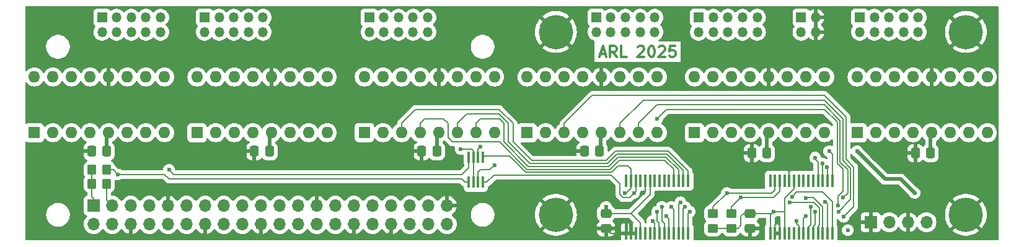
<source format=gbr>
%TF.GenerationSoftware,KiCad,Pcbnew,8.0.4+dfsg-1*%
%TF.CreationDate,2025-02-17T17:51:02+01:00*%
%TF.ProjectId,nixie-clock,6e697869-652d-4636-9c6f-636b2e6b6963,rev?*%
%TF.SameCoordinates,Original*%
%TF.FileFunction,Copper,L1,Top*%
%TF.FilePolarity,Positive*%
%FSLAX46Y46*%
G04 Gerber Fmt 4.6, Leading zero omitted, Abs format (unit mm)*
G04 Created by KiCad (PCBNEW 8.0.4+dfsg-1) date 2025-02-17 17:51:02*
%MOMM*%
%LPD*%
G01*
G04 APERTURE LIST*
G04 Aperture macros list*
%AMRoundRect*
0 Rectangle with rounded corners*
0 $1 Rounding radius*
0 $2 $3 $4 $5 $6 $7 $8 $9 X,Y pos of 4 corners*
0 Add a 4 corners polygon primitive as box body*
4,1,4,$2,$3,$4,$5,$6,$7,$8,$9,$2,$3,0*
0 Add four circle primitives for the rounded corners*
1,1,$1+$1,$2,$3*
1,1,$1+$1,$4,$5*
1,1,$1+$1,$6,$7*
1,1,$1+$1,$8,$9*
0 Add four rect primitives between the rounded corners*
20,1,$1+$1,$2,$3,$4,$5,0*
20,1,$1+$1,$4,$5,$6,$7,0*
20,1,$1+$1,$6,$7,$8,$9,0*
20,1,$1+$1,$8,$9,$2,$3,0*%
G04 Aperture macros list end*
%ADD10C,0.300000*%
%TA.AperFunction,NonConductor*%
%ADD11C,0.300000*%
%TD*%
%TA.AperFunction,SMDPad,CuDef*%
%ADD12R,0.450000X1.750000*%
%TD*%
%TA.AperFunction,SMDPad,CuDef*%
%ADD13RoundRect,0.250000X0.337500X0.475000X-0.337500X0.475000X-0.337500X-0.475000X0.337500X-0.475000X0*%
%TD*%
%TA.AperFunction,ComponentPad*%
%ADD14R,1.700000X1.700000*%
%TD*%
%TA.AperFunction,ComponentPad*%
%ADD15O,1.700000X1.700000*%
%TD*%
%TA.AperFunction,ComponentPad*%
%ADD16R,1.600000X1.600000*%
%TD*%
%TA.AperFunction,ComponentPad*%
%ADD17O,1.600000X1.600000*%
%TD*%
%TA.AperFunction,SMDPad,CuDef*%
%ADD18RoundRect,0.250000X0.450000X-0.350000X0.450000X0.350000X-0.450000X0.350000X-0.450000X-0.350000X0*%
%TD*%
%TA.AperFunction,SMDPad,CuDef*%
%ADD19RoundRect,0.250000X-0.475000X0.337500X-0.475000X-0.337500X0.475000X-0.337500X0.475000X0.337500X0*%
%TD*%
%TA.AperFunction,SMDPad,CuDef*%
%ADD20RoundRect,0.250000X-0.350000X-0.450000X0.350000X-0.450000X0.350000X0.450000X-0.350000X0.450000X0*%
%TD*%
%TA.AperFunction,ComponentPad*%
%ADD21C,4.700000*%
%TD*%
%TA.AperFunction,SMDPad,CuDef*%
%ADD22R,0.300000X1.600000*%
%TD*%
%TA.AperFunction,ComponentPad*%
%ADD23R,1.350000X1.350000*%
%TD*%
%TA.AperFunction,ComponentPad*%
%ADD24O,1.350000X1.350000*%
%TD*%
%TA.AperFunction,ViaPad*%
%ADD25C,0.600000*%
%TD*%
%TA.AperFunction,Conductor*%
%ADD26C,0.500000*%
%TD*%
%TA.AperFunction,Conductor*%
%ADD27C,0.200000*%
%TD*%
G04 APERTURE END LIST*
D10*
D11*
X156058082Y-93987257D02*
X156772368Y-93987257D01*
X155915225Y-94415828D02*
X156415225Y-92915828D01*
X156415225Y-92915828D02*
X156915225Y-94415828D01*
X158272367Y-94415828D02*
X157772367Y-93701542D01*
X157415224Y-94415828D02*
X157415224Y-92915828D01*
X157415224Y-92915828D02*
X157986653Y-92915828D01*
X157986653Y-92915828D02*
X158129510Y-92987257D01*
X158129510Y-92987257D02*
X158200939Y-93058685D01*
X158200939Y-93058685D02*
X158272367Y-93201542D01*
X158272367Y-93201542D02*
X158272367Y-93415828D01*
X158272367Y-93415828D02*
X158200939Y-93558685D01*
X158200939Y-93558685D02*
X158129510Y-93630114D01*
X158129510Y-93630114D02*
X157986653Y-93701542D01*
X157986653Y-93701542D02*
X157415224Y-93701542D01*
X159629510Y-94415828D02*
X158915224Y-94415828D01*
X158915224Y-94415828D02*
X158915224Y-92915828D01*
X161200939Y-93058685D02*
X161272367Y-92987257D01*
X161272367Y-92987257D02*
X161415225Y-92915828D01*
X161415225Y-92915828D02*
X161772367Y-92915828D01*
X161772367Y-92915828D02*
X161915225Y-92987257D01*
X161915225Y-92987257D02*
X161986653Y-93058685D01*
X161986653Y-93058685D02*
X162058082Y-93201542D01*
X162058082Y-93201542D02*
X162058082Y-93344400D01*
X162058082Y-93344400D02*
X161986653Y-93558685D01*
X161986653Y-93558685D02*
X161129510Y-94415828D01*
X161129510Y-94415828D02*
X162058082Y-94415828D01*
X162986653Y-92915828D02*
X163129510Y-92915828D01*
X163129510Y-92915828D02*
X163272367Y-92987257D01*
X163272367Y-92987257D02*
X163343796Y-93058685D01*
X163343796Y-93058685D02*
X163415224Y-93201542D01*
X163415224Y-93201542D02*
X163486653Y-93487257D01*
X163486653Y-93487257D02*
X163486653Y-93844400D01*
X163486653Y-93844400D02*
X163415224Y-94130114D01*
X163415224Y-94130114D02*
X163343796Y-94272971D01*
X163343796Y-94272971D02*
X163272367Y-94344400D01*
X163272367Y-94344400D02*
X163129510Y-94415828D01*
X163129510Y-94415828D02*
X162986653Y-94415828D01*
X162986653Y-94415828D02*
X162843796Y-94344400D01*
X162843796Y-94344400D02*
X162772367Y-94272971D01*
X162772367Y-94272971D02*
X162700938Y-94130114D01*
X162700938Y-94130114D02*
X162629510Y-93844400D01*
X162629510Y-93844400D02*
X162629510Y-93487257D01*
X162629510Y-93487257D02*
X162700938Y-93201542D01*
X162700938Y-93201542D02*
X162772367Y-93058685D01*
X162772367Y-93058685D02*
X162843796Y-92987257D01*
X162843796Y-92987257D02*
X162986653Y-92915828D01*
X164058081Y-93058685D02*
X164129509Y-92987257D01*
X164129509Y-92987257D02*
X164272367Y-92915828D01*
X164272367Y-92915828D02*
X164629509Y-92915828D01*
X164629509Y-92915828D02*
X164772367Y-92987257D01*
X164772367Y-92987257D02*
X164843795Y-93058685D01*
X164843795Y-93058685D02*
X164915224Y-93201542D01*
X164915224Y-93201542D02*
X164915224Y-93344400D01*
X164915224Y-93344400D02*
X164843795Y-93558685D01*
X164843795Y-93558685D02*
X163986652Y-94415828D01*
X163986652Y-94415828D02*
X164915224Y-94415828D01*
X166272366Y-92915828D02*
X165558080Y-92915828D01*
X165558080Y-92915828D02*
X165486652Y-93630114D01*
X165486652Y-93630114D02*
X165558080Y-93558685D01*
X165558080Y-93558685D02*
X165700938Y-93487257D01*
X165700938Y-93487257D02*
X166058080Y-93487257D01*
X166058080Y-93487257D02*
X166200938Y-93558685D01*
X166200938Y-93558685D02*
X166272366Y-93630114D01*
X166272366Y-93630114D02*
X166343795Y-93772971D01*
X166343795Y-93772971D02*
X166343795Y-94130114D01*
X166343795Y-94130114D02*
X166272366Y-94272971D01*
X166272366Y-94272971D02*
X166200938Y-94344400D01*
X166200938Y-94344400D02*
X166058080Y-94415828D01*
X166058080Y-94415828D02*
X165700938Y-94415828D01*
X165700938Y-94415828D02*
X165558080Y-94344400D01*
X165558080Y-94344400D02*
X165486652Y-94272971D01*
D12*
%TO.P,U1,1,GPB0*%
%TO.N,3A*%
X168055000Y-111335000D03*
%TO.P,U1,2,GPB1*%
%TO.N,3B*%
X167405000Y-111335000D03*
%TO.P,U1,3,GPB2*%
%TO.N,3C*%
X166755000Y-111335000D03*
%TO.P,U1,4,GPB3*%
%TO.N,3D*%
X166105000Y-111335000D03*
%TO.P,U1,5,GPB4*%
%TO.N,unconnected-(U1-GPB4-Pad5)*%
X165455000Y-111335000D03*
%TO.P,U1,6,GPB5*%
%TO.N,unconnected-(U1-GPB5-Pad6)*%
X164805000Y-111335000D03*
%TO.P,U1,7,GPB6*%
%TO.N,unconnected-(U1-GPB6-Pad7)*%
X164155000Y-111335000D03*
%TO.P,U1,8,GPB7*%
%TO.N,unconnected-(U1-GPB7-Pad8)*%
X163505000Y-111335000D03*
%TO.P,U1,9,VDD*%
%TO.N,+5V*%
X162855000Y-111335000D03*
%TO.P,U1,10,VSS*%
%TO.N,GND*%
X162205000Y-111335000D03*
%TO.P,U1,11,NC*%
%TO.N,unconnected-(U1-NC-Pad11)*%
X161555000Y-111335000D03*
%TO.P,U1,12,SCK*%
%TO.N,I2C_SCL*%
X160905000Y-111335000D03*
%TO.P,U1,13,SDA*%
%TO.N,I2C_SDA*%
X160255000Y-111335000D03*
%TO.P,U1,14,NC*%
%TO.N,unconnected-(U1-NC-Pad14)*%
X159605000Y-111335000D03*
%TO.P,U1,15,A0*%
%TO.N,GND*%
X159605000Y-118535000D03*
%TO.P,U1,16,A1*%
X160255000Y-118535000D03*
%TO.P,U1,17,A2*%
X160905000Y-118535000D03*
%TO.P,U1,18,~{RESET}*%
%TO.N,+5V*%
X161555000Y-118535000D03*
%TO.P,U1,19,INTB*%
%TO.N,unconnected-(U1-INTB-Pad19)*%
X162205000Y-118535000D03*
%TO.P,U1,20,INTA*%
%TO.N,unconnected-(U1-INTA-Pad20)*%
X162855000Y-118535000D03*
%TO.P,U1,21,GPA0*%
%TO.N,1A*%
X163505000Y-118535000D03*
%TO.P,U1,22,GPA1*%
%TO.N,1B*%
X164155000Y-118535000D03*
%TO.P,U1,23,GPA2*%
%TO.N,1C*%
X164805000Y-118535000D03*
%TO.P,U1,24,GPA3*%
%TO.N,1D*%
X165455000Y-118535000D03*
%TO.P,U1,25,GPA4*%
%TO.N,2A*%
X166105000Y-118535000D03*
%TO.P,U1,26,GPA5*%
%TO.N,2B*%
X166755000Y-118535000D03*
%TO.P,U1,27,GPA6*%
%TO.N,2C*%
X167405000Y-118535000D03*
%TO.P,U1,28,GPA7*%
%TO.N,2D*%
X168055000Y-118535000D03*
%TD*%
D13*
%TO.P,C7,1*%
%TO.N,+5V*%
X201189500Y-107569000D03*
%TO.P,C7,2*%
%TO.N,GND*%
X199114500Y-107569000D03*
%TD*%
D14*
%TO.P,J2,1,Pin_1*%
%TO.N,GND*%
X193000000Y-117000000D03*
D15*
%TO.P,J2,2,Pin_2*%
%TO.N,+5V*%
X195540000Y-117000000D03*
%TO.P,J2,3,Pin_3*%
%TO.N,GND*%
X198080000Y-117000000D03*
%TO.P,J2,4,Pin_4*%
%TO.N,+170*%
X200620000Y-117000000D03*
%TD*%
D16*
%TO.P,U6,1,~{Q8}*%
%TO.N,D4-8*%
X146065000Y-104765000D03*
D17*
%TO.P,U6,2,~{Q9}*%
%TO.N,D4-9*%
X148605000Y-104765000D03*
%TO.P,U6,3,A*%
%TO.N,4A*%
X151145000Y-104765000D03*
%TO.P,U6,4,D*%
%TO.N,4D*%
X153685000Y-104765000D03*
%TO.P,U6,5,VCC*%
%TO.N,+5V*%
X156225000Y-104765000D03*
%TO.P,U6,6,B*%
%TO.N,4B*%
X158765000Y-104765000D03*
%TO.P,U6,7,C*%
%TO.N,4C*%
X161305000Y-104765000D03*
%TO.P,U6,8,~{Q2}*%
%TO.N,D4-2*%
X163845000Y-104765000D03*
%TO.P,U6,9,~{Q3}*%
%TO.N,D4-3*%
X163845000Y-97145000D03*
%TO.P,U6,10,~{Q7}*%
%TO.N,D4-7*%
X161305000Y-97145000D03*
%TO.P,U6,11,~{Q6}*%
%TO.N,D4-6*%
X158765000Y-97145000D03*
%TO.P,U6,12,GND*%
%TO.N,GND*%
X156225000Y-97145000D03*
%TO.P,U6,13,~{Q4}*%
%TO.N,D4-4*%
X153685000Y-97145000D03*
%TO.P,U6,14,~{Q5}*%
%TO.N,D4-5*%
X151145000Y-97145000D03*
%TO.P,U6,15,~{Q1}*%
%TO.N,D4-1*%
X148605000Y-97145000D03*
%TO.P,U6,16,~{Q0}*%
%TO.N,D4-0*%
X146065000Y-97145000D03*
%TD*%
D18*
%TO.P,R7,1*%
%TO.N,+5V*%
X171450000Y-117840000D03*
%TO.P,R7,2*%
%TO.N,I2C_SDA*%
X171450000Y-115840000D03*
%TD*%
D19*
%TO.P,C10,1*%
%TO.N,+5V*%
X176530000Y-115802500D03*
%TO.P,C10,2*%
%TO.N,GND*%
X176530000Y-117877500D03*
%TD*%
D16*
%TO.P,U8,1,~{Q8}*%
%TO.N,D6-8*%
X191150000Y-104765000D03*
D17*
%TO.P,U8,2,~{Q9}*%
%TO.N,D6-9*%
X193690000Y-104765000D03*
%TO.P,U8,3,A*%
%TO.N,6A*%
X196230000Y-104765000D03*
%TO.P,U8,4,D*%
%TO.N,6D*%
X198770000Y-104765000D03*
%TO.P,U8,5,VCC*%
%TO.N,+5V*%
X201310000Y-104765000D03*
%TO.P,U8,6,B*%
%TO.N,6B*%
X203850000Y-104765000D03*
%TO.P,U8,7,C*%
%TO.N,6C*%
X206390000Y-104765000D03*
%TO.P,U8,8,~{Q2}*%
%TO.N,D6-2*%
X208930000Y-104765000D03*
%TO.P,U8,9,~{Q3}*%
%TO.N,D6-3*%
X208930000Y-97145000D03*
%TO.P,U8,10,~{Q7}*%
%TO.N,D6-7*%
X206390000Y-97145000D03*
%TO.P,U8,11,~{Q6}*%
%TO.N,D6-6*%
X203850000Y-97145000D03*
%TO.P,U8,12,GND*%
%TO.N,GND*%
X201310000Y-97145000D03*
%TO.P,U8,13,~{Q4}*%
%TO.N,D6-4*%
X198770000Y-97145000D03*
%TO.P,U8,14,~{Q5}*%
%TO.N,D6-5*%
X196230000Y-97145000D03*
%TO.P,U8,15,~{Q1}*%
%TO.N,D6-1*%
X193690000Y-97145000D03*
%TO.P,U8,16,~{Q0}*%
%TO.N,D6-0*%
X191150000Y-97145000D03*
%TD*%
D16*
%TO.P,U3,1,~{Q8}*%
%TO.N,D1-8*%
X78755000Y-104765000D03*
D17*
%TO.P,U3,2,~{Q9}*%
%TO.N,D1-9*%
X81295000Y-104765000D03*
%TO.P,U3,3,A*%
%TO.N,1A*%
X83835000Y-104765000D03*
%TO.P,U3,4,D*%
%TO.N,1D*%
X86375000Y-104765000D03*
%TO.P,U3,5,VCC*%
%TO.N,+5V*%
X88915000Y-104765000D03*
%TO.P,U3,6,B*%
%TO.N,1B*%
X91455000Y-104765000D03*
%TO.P,U3,7,C*%
%TO.N,1C*%
X93995000Y-104765000D03*
%TO.P,U3,8,~{Q2}*%
%TO.N,D1-2*%
X96535000Y-104765000D03*
%TO.P,U3,9,~{Q3}*%
%TO.N,D1-3*%
X96535000Y-97145000D03*
%TO.P,U3,10,~{Q7}*%
%TO.N,D1-7*%
X93995000Y-97145000D03*
%TO.P,U3,11,~{Q6}*%
%TO.N,D1-6*%
X91455000Y-97145000D03*
%TO.P,U3,12,GND*%
%TO.N,GND*%
X88915000Y-97145000D03*
%TO.P,U3,13,~{Q4}*%
%TO.N,D1-4*%
X86375000Y-97145000D03*
%TO.P,U3,14,~{Q5}*%
%TO.N,D1-5*%
X83835000Y-97145000D03*
%TO.P,U3,15,~{Q1}*%
%TO.N,D1-1*%
X81295000Y-97145000D03*
%TO.P,U3,16,~{Q0}*%
%TO.N,D1-0*%
X78755000Y-97145000D03*
%TD*%
D16*
%TO.P,U2,1,~{Q8}*%
%TO.N,D3-8*%
X123840000Y-104755000D03*
D17*
%TO.P,U2,2,~{Q9}*%
%TO.N,D3-9*%
X126380000Y-104755000D03*
%TO.P,U2,3,A*%
%TO.N,3A*%
X128920000Y-104755000D03*
%TO.P,U2,4,D*%
%TO.N,3D*%
X131460000Y-104755000D03*
%TO.P,U2,5,VCC*%
%TO.N,+5V*%
X134000000Y-104755000D03*
%TO.P,U2,6,B*%
%TO.N,3B*%
X136540000Y-104755000D03*
%TO.P,U2,7,C*%
%TO.N,3C*%
X139080000Y-104755000D03*
%TO.P,U2,8,~{Q2}*%
%TO.N,D3-2*%
X141620000Y-104755000D03*
%TO.P,U2,9,~{Q3}*%
%TO.N,D3-3*%
X141620000Y-97135000D03*
%TO.P,U2,10,~{Q7}*%
%TO.N,D3-7*%
X139080000Y-97135000D03*
%TO.P,U2,11,~{Q6}*%
%TO.N,D3-6*%
X136540000Y-97135000D03*
%TO.P,U2,12,GND*%
%TO.N,GND*%
X134000000Y-97135000D03*
%TO.P,U2,13,~{Q4}*%
%TO.N,D3-4*%
X131460000Y-97135000D03*
%TO.P,U2,14,~{Q5}*%
%TO.N,D3-5*%
X128920000Y-97135000D03*
%TO.P,U2,15,~{Q1}*%
%TO.N,D3-1*%
X126380000Y-97135000D03*
%TO.P,U2,16,~{Q0}*%
%TO.N,D3-0*%
X123840000Y-97135000D03*
%TD*%
D20*
%TO.P,R5,1*%
%TO.N,+3V3*%
X86630000Y-111760000D03*
%TO.P,R5,2*%
%TO.N,Net-(J1-SDA{slash}GPIO2)*%
X88630000Y-111760000D03*
%TD*%
D21*
%TO.P,H1,1,1*%
%TO.N,GND*%
X206000000Y-116000000D03*
%TD*%
D18*
%TO.P,R6,1*%
%TO.N,+5V*%
X173990000Y-117840000D03*
%TO.P,R6,2*%
%TO.N,I2C_SCL*%
X173990000Y-115840000D03*
%TD*%
D21*
%TO.P,H2,1,1*%
%TO.N,GND*%
X206000000Y-91000000D03*
%TD*%
D16*
%TO.P,U7,1,~{Q8}*%
%TO.N,D5-8*%
X168925000Y-104765000D03*
D17*
%TO.P,U7,2,~{Q9}*%
%TO.N,D5-9*%
X171465000Y-104765000D03*
%TO.P,U7,3,A*%
%TO.N,5A*%
X174005000Y-104765000D03*
%TO.P,U7,4,D*%
%TO.N,5D*%
X176545000Y-104765000D03*
%TO.P,U7,5,VCC*%
%TO.N,+5V*%
X179085000Y-104765000D03*
%TO.P,U7,6,B*%
%TO.N,5B*%
X181625000Y-104765000D03*
%TO.P,U7,7,C*%
%TO.N,5C*%
X184165000Y-104765000D03*
%TO.P,U7,8,~{Q2}*%
%TO.N,D5-2*%
X186705000Y-104765000D03*
%TO.P,U7,9,~{Q3}*%
%TO.N,D5-3*%
X186705000Y-97145000D03*
%TO.P,U7,10,~{Q7}*%
%TO.N,D5-7*%
X184165000Y-97145000D03*
%TO.P,U7,11,~{Q6}*%
%TO.N,D5-6*%
X181625000Y-97145000D03*
%TO.P,U7,12,GND*%
%TO.N,GND*%
X179085000Y-97145000D03*
%TO.P,U7,13,~{Q4}*%
%TO.N,D5-4*%
X176545000Y-97145000D03*
%TO.P,U7,14,~{Q5}*%
%TO.N,D5-5*%
X174005000Y-97145000D03*
%TO.P,U7,15,~{Q1}*%
%TO.N,D5-1*%
X171465000Y-97145000D03*
%TO.P,U7,16,~{Q0}*%
%TO.N,D5-0*%
X168925000Y-97145000D03*
%TD*%
D20*
%TO.P,R4,1*%
%TO.N,+3V3*%
X86630000Y-109855000D03*
%TO.P,R4,2*%
%TO.N,Net-(J1-SCL{slash}GPIO3)*%
X88630000Y-109855000D03*
%TD*%
D13*
%TO.P,C2,1*%
%TO.N,+5V*%
X133752500Y-107315000D03*
%TO.P,C2,2*%
%TO.N,GND*%
X131677500Y-107315000D03*
%TD*%
D12*
%TO.P,U11,1,GPB0*%
%TO.N,6A*%
X187740000Y-111335000D03*
%TO.P,U11,2,GPB1*%
%TO.N,6B*%
X187090000Y-111335000D03*
%TO.P,U11,3,GPB2*%
%TO.N,6C*%
X186440000Y-111335000D03*
%TO.P,U11,4,GPB3*%
%TO.N,6D*%
X185790000Y-111335000D03*
%TO.P,U11,5,GPB4*%
%TO.N,unconnected-(U11-GPB4-Pad5)*%
X185140000Y-111335000D03*
%TO.P,U11,6,GPB5*%
%TO.N,unconnected-(U11-GPB5-Pad6)*%
X184490000Y-111335000D03*
%TO.P,U11,7,GPB6*%
%TO.N,unconnected-(U11-GPB6-Pad7)*%
X183840000Y-111335000D03*
%TO.P,U11,8,GPB7*%
%TO.N,unconnected-(U11-GPB7-Pad8)*%
X183190000Y-111335000D03*
%TO.P,U11,9,VDD*%
%TO.N,+5V*%
X182540000Y-111335000D03*
%TO.P,U11,10,VSS*%
%TO.N,GND*%
X181890000Y-111335000D03*
%TO.P,U11,11,NC*%
%TO.N,unconnected-(U11-NC-Pad11)*%
X181240000Y-111335000D03*
%TO.P,U11,12,SCK*%
%TO.N,I2C_SCL*%
X180590000Y-111335000D03*
%TO.P,U11,13,SDA*%
%TO.N,I2C_SDA*%
X179940000Y-111335000D03*
%TO.P,U11,14,NC*%
%TO.N,unconnected-(U11-NC-Pad14)*%
X179290000Y-111335000D03*
%TO.P,U11,15,A0*%
%TO.N,+5V*%
X179290000Y-118535000D03*
%TO.P,U11,16,A1*%
%TO.N,GND*%
X179940000Y-118535000D03*
%TO.P,U11,17,A2*%
X180590000Y-118535000D03*
%TO.P,U11,18,~{RESET}*%
%TO.N,+5V*%
X181240000Y-118535000D03*
%TO.P,U11,19,INTB*%
%TO.N,unconnected-(U11-INTB-Pad19)*%
X181890000Y-118535000D03*
%TO.P,U11,20,INTA*%
%TO.N,unconnected-(U11-INTA-Pad20)*%
X182540000Y-118535000D03*
%TO.P,U11,21,GPA0*%
%TO.N,4A*%
X183190000Y-118535000D03*
%TO.P,U11,22,GPA1*%
%TO.N,4B*%
X183840000Y-118535000D03*
%TO.P,U11,23,GPA2*%
%TO.N,4C*%
X184490000Y-118535000D03*
%TO.P,U11,24,GPA3*%
%TO.N,4D*%
X185140000Y-118535000D03*
%TO.P,U11,25,GPA4*%
%TO.N,5A*%
X185790000Y-118535000D03*
%TO.P,U11,26,GPA5*%
%TO.N,5B*%
X186440000Y-118535000D03*
%TO.P,U11,27,GPA6*%
%TO.N,5C*%
X187090000Y-118535000D03*
%TO.P,U11,28,GPA7*%
%TO.N,5D*%
X187740000Y-118535000D03*
%TD*%
D21*
%TO.P,H4,1,1*%
%TO.N,GND*%
X150000000Y-116000000D03*
%TD*%
D16*
%TO.P,U5,1,~{Q8}*%
%TO.N,D2-8*%
X100980000Y-104765000D03*
D17*
%TO.P,U5,2,~{Q9}*%
%TO.N,D2-9*%
X103520000Y-104765000D03*
%TO.P,U5,3,A*%
%TO.N,2A*%
X106060000Y-104765000D03*
%TO.P,U5,4,D*%
%TO.N,2D*%
X108600000Y-104765000D03*
%TO.P,U5,5,VCC*%
%TO.N,+5V*%
X111140000Y-104765000D03*
%TO.P,U5,6,B*%
%TO.N,2B*%
X113680000Y-104765000D03*
%TO.P,U5,7,C*%
%TO.N,2C*%
X116220000Y-104765000D03*
%TO.P,U5,8,~{Q2}*%
%TO.N,D2-2*%
X118760000Y-104765000D03*
%TO.P,U5,9,~{Q3}*%
%TO.N,D2-3*%
X118760000Y-97145000D03*
%TO.P,U5,10,~{Q7}*%
%TO.N,D2-7*%
X116220000Y-97145000D03*
%TO.P,U5,11,~{Q6}*%
%TO.N,D2-6*%
X113680000Y-97145000D03*
%TO.P,U5,12,GND*%
%TO.N,GND*%
X111140000Y-97145000D03*
%TO.P,U5,13,~{Q4}*%
%TO.N,D2-4*%
X108600000Y-97145000D03*
%TO.P,U5,14,~{Q5}*%
%TO.N,D2-5*%
X106060000Y-97145000D03*
%TO.P,U5,15,~{Q1}*%
%TO.N,D2-1*%
X103520000Y-97145000D03*
%TO.P,U5,16,~{Q0}*%
%TO.N,D2-0*%
X100980000Y-97145000D03*
%TD*%
D13*
%TO.P,C3,1*%
%TO.N,+5V*%
X88667500Y-107315000D03*
%TO.P,C3,2*%
%TO.N,GND*%
X86592500Y-107315000D03*
%TD*%
D14*
%TO.P,J1,1,3V3*%
%TO.N,+3V3*%
X86870000Y-114730000D03*
D15*
%TO.P,J1,2,5V*%
%TO.N,+5V*%
X86870000Y-117270000D03*
%TO.P,J1,3,SDA/GPIO2*%
%TO.N,Net-(J1-SDA{slash}GPIO2)*%
X89410000Y-114730000D03*
%TO.P,J1,4,5V*%
%TO.N,+5V*%
X89410000Y-117270000D03*
%TO.P,J1,5,SCL/GPIO3*%
%TO.N,Net-(J1-SCL{slash}GPIO3)*%
X91950000Y-114730000D03*
%TO.P,J1,6,GND*%
%TO.N,GND*%
X91950000Y-117270000D03*
%TO.P,J1,7,GCLK0/GPIO4*%
%TO.N,unconnected-(J1-GCLK0{slash}GPIO4-Pad7)*%
X94490000Y-114730000D03*
%TO.P,J1,8,GPIO14/TXD*%
%TO.N,unconnected-(J1-GPIO14{slash}TXD-Pad8)*%
X94490000Y-117270000D03*
%TO.P,J1,9,GND*%
%TO.N,GND*%
X97030000Y-114730000D03*
%TO.P,J1,10,GPIO15/RXD*%
%TO.N,unconnected-(J1-GPIO15{slash}RXD-Pad10)*%
X97030000Y-117270000D03*
%TO.P,J1,11,GPIO17*%
%TO.N,unconnected-(J1-GPIO17-Pad11)*%
X99570000Y-114730000D03*
%TO.P,J1,12,GPIO18/PWM0*%
%TO.N,PWM*%
X99570000Y-117270000D03*
%TO.P,J1,13,GPIO27*%
%TO.N,unconnected-(J1-GPIO27-Pad13)*%
X102110000Y-114730000D03*
%TO.P,J1,14,GND*%
%TO.N,GND*%
X102110000Y-117270000D03*
%TO.P,J1,15,GPIO22*%
%TO.N,unconnected-(J1-GPIO22-Pad15)*%
X104650000Y-114730000D03*
%TO.P,J1,16,GPIO23*%
%TO.N,unconnected-(J1-GPIO23-Pad16)*%
X104650000Y-117270000D03*
%TO.P,J1,17,3V3*%
%TO.N,+3V3*%
X107190000Y-114730000D03*
%TO.P,J1,18,GPIO24*%
%TO.N,unconnected-(J1-GPIO24-Pad18)*%
X107190000Y-117270000D03*
%TO.P,J1,19,MOSI0/GPIO10*%
%TO.N,unconnected-(J1-MOSI0{slash}GPIO10-Pad19)*%
X109730000Y-114730000D03*
%TO.P,J1,20,GND*%
%TO.N,GND*%
X109730000Y-117270000D03*
%TO.P,J1,21,MISO0/GPIO9*%
%TO.N,unconnected-(J1-MISO0{slash}GPIO9-Pad21)*%
X112270000Y-114730000D03*
%TO.P,J1,22,GPIO25*%
%TO.N,unconnected-(J1-GPIO25-Pad22)*%
X112270000Y-117270000D03*
%TO.P,J1,23,SCLK0/GPIO11*%
%TO.N,unconnected-(J1-SCLK0{slash}GPIO11-Pad23)*%
X114810000Y-114730000D03*
%TO.P,J1,24,~{CE0}/GPIO8*%
%TO.N,unconnected-(J1-~{CE0}{slash}GPIO8-Pad24)*%
X114810000Y-117270000D03*
%TO.P,J1,25,GND*%
%TO.N,GND*%
X117350000Y-114730000D03*
%TO.P,J1,26,~{CE1}/GPIO7*%
%TO.N,unconnected-(J1-~{CE1}{slash}GPIO7-Pad26)*%
X117350000Y-117270000D03*
%TO.P,J1,27,ID_SD/GPIO0*%
%TO.N,unconnected-(J1-ID_SD{slash}GPIO0-Pad27)*%
X119890000Y-114730000D03*
%TO.P,J1,28,ID_SC/GPIO1*%
%TO.N,unconnected-(J1-ID_SC{slash}GPIO1-Pad28)*%
X119890000Y-117270000D03*
%TO.P,J1,29,GCLK1/GPIO5*%
%TO.N,unconnected-(J1-GCLK1{slash}GPIO5-Pad29)*%
X122430000Y-114730000D03*
%TO.P,J1,30,GND*%
%TO.N,GND*%
X122430000Y-117270000D03*
%TO.P,J1,31,GCLK2/GPIO6*%
%TO.N,unconnected-(J1-GCLK2{slash}GPIO6-Pad31)*%
X124970000Y-114730000D03*
%TO.P,J1,32,PWM0/GPIO12*%
%TO.N,unconnected-(J1-PWM0{slash}GPIO12-Pad32)*%
X124970000Y-117270000D03*
%TO.P,J1,33,PWM1/GPIO13*%
%TO.N,unconnected-(J1-PWM1{slash}GPIO13-Pad33)*%
X127510000Y-114730000D03*
%TO.P,J1,34,GND*%
%TO.N,GND*%
X127510000Y-117270000D03*
%TO.P,J1,35,GPIO19/MISO1*%
%TO.N,unconnected-(J1-GPIO19{slash}MISO1-Pad35)*%
X130050000Y-114730000D03*
%TO.P,J1,36,GPIO16*%
%TO.N,unconnected-(J1-GPIO16-Pad36)*%
X130050000Y-117270000D03*
%TO.P,J1,37,GPIO26*%
%TO.N,unconnected-(J1-GPIO26-Pad37)*%
X132590000Y-114730000D03*
%TO.P,J1,38,GPIO20/MOSI1*%
%TO.N,unconnected-(J1-GPIO20{slash}MOSI1-Pad38)*%
X132590000Y-117270000D03*
%TO.P,J1,39,GND*%
%TO.N,GND*%
X135130000Y-114730000D03*
%TO.P,J1,40,GPIO21/SCLK1*%
%TO.N,unconnected-(J1-GPIO21{slash}SCLK1-Pad40)*%
X135130000Y-117270000D03*
%TD*%
D13*
%TO.P,C4,1*%
%TO.N,+5V*%
X110892500Y-107315000D03*
%TO.P,C4,2*%
%TO.N,GND*%
X108817500Y-107315000D03*
%TD*%
%TO.P,C6,1*%
%TO.N,+5V*%
X178837500Y-107569000D03*
%TO.P,C6,2*%
%TO.N,GND*%
X176762500Y-107569000D03*
%TD*%
D21*
%TO.P,H3,1,1*%
%TO.N,GND*%
X150000000Y-91000000D03*
%TD*%
D19*
%TO.P,C1,1*%
%TO.N,+5V*%
X156845000Y-115802500D03*
%TO.P,C1,2*%
%TO.N,GND*%
X156845000Y-117877500D03*
%TD*%
D22*
%TO.P,U4,1,SDA_B*%
%TO.N,I2C_SDA*%
X140040000Y-108155000D03*
%TO.P,U4,2,GND*%
%TO.N,GND*%
X139390000Y-108155000D03*
%TO.P,U4,3,VCCA*%
%TO.N,+3V3*%
X138740000Y-108155000D03*
%TO.P,U4,4,SDA_A*%
%TO.N,Net-(J1-SDA{slash}GPIO2)*%
X138090000Y-108155000D03*
%TO.P,U4,5,SCL_A*%
%TO.N,Net-(J1-SCL{slash}GPIO3)*%
X138090000Y-111555000D03*
%TO.P,U4,6,OE*%
%TO.N,+3V3*%
X138740000Y-111555000D03*
%TO.P,U4,7,VCCB*%
%TO.N,+5V*%
X139390000Y-111555000D03*
%TO.P,U4,8,SCL_B*%
%TO.N,I2C_SCL*%
X140040000Y-111555000D03*
%TD*%
D13*
%TO.P,C5,1*%
%TO.N,+5V*%
X155977500Y-107315000D03*
%TO.P,C5,2*%
%TO.N,GND*%
X153902500Y-107315000D03*
%TD*%
D23*
%TO.P,J5,1,Pin_1*%
%TO.N,D2-0*%
X102000000Y-89000000D03*
D24*
%TO.P,J5,2,Pin_2*%
%TO.N,D2-1*%
X102000000Y-91000000D03*
%TO.P,J5,3,Pin_3*%
%TO.N,D2-5*%
X104000000Y-89000000D03*
%TO.P,J5,4,Pin_4*%
%TO.N,D2-4*%
X104000000Y-91000000D03*
%TO.P,J5,5,Pin_5*%
%TO.N,D2-8*%
X106000000Y-89000000D03*
%TO.P,J5,6,Pin_6*%
%TO.N,D2-9*%
X106000000Y-91000000D03*
%TO.P,J5,7,Pin_7*%
%TO.N,D2-6*%
X108000000Y-89000000D03*
%TO.P,J5,8,Pin_8*%
%TO.N,D2-7*%
X108000000Y-91000000D03*
%TO.P,J5,9,Pin_9*%
%TO.N,D2-2*%
X110000000Y-89000000D03*
%TO.P,J5,10,Pin_10*%
%TO.N,D2-3*%
X110000000Y-91000000D03*
%TD*%
D23*
%TO.P,J7,1,Pin_1*%
%TO.N,D4-0*%
X155500000Y-89000000D03*
D24*
%TO.P,J7,2,Pin_2*%
%TO.N,D4-1*%
X155500000Y-91000000D03*
%TO.P,J7,3,Pin_3*%
%TO.N,D4-5*%
X157500000Y-89000000D03*
%TO.P,J7,4,Pin_4*%
%TO.N,D4-4*%
X157500000Y-91000000D03*
%TO.P,J7,5,Pin_5*%
%TO.N,D4-8*%
X159500000Y-89000000D03*
%TO.P,J7,6,Pin_6*%
%TO.N,D4-9*%
X159500000Y-91000000D03*
%TO.P,J7,7,Pin_7*%
%TO.N,D4-6*%
X161500000Y-89000000D03*
%TO.P,J7,8,Pin_8*%
%TO.N,D4-7*%
X161500000Y-91000000D03*
%TO.P,J7,9,Pin_9*%
%TO.N,D4-2*%
X163500000Y-89000000D03*
%TO.P,J7,10,Pin_10*%
%TO.N,D4-3*%
X163500000Y-91000000D03*
%TD*%
D23*
%TO.P,J3,1,Pin_1*%
%TO.N,D1-0*%
X88000000Y-89000000D03*
D24*
%TO.P,J3,2,Pin_2*%
%TO.N,D1-1*%
X88000000Y-91000000D03*
%TO.P,J3,3,Pin_3*%
%TO.N,D1-5*%
X90000000Y-89000000D03*
%TO.P,J3,4,Pin_4*%
%TO.N,D1-4*%
X90000000Y-91000000D03*
%TO.P,J3,5,Pin_5*%
%TO.N,D1-8*%
X92000000Y-89000000D03*
%TO.P,J3,6,Pin_6*%
%TO.N,D1-9*%
X92000000Y-91000000D03*
%TO.P,J3,7,Pin_7*%
%TO.N,D1-6*%
X94000000Y-89000000D03*
%TO.P,J3,8,Pin_8*%
%TO.N,D1-7*%
X94000000Y-91000000D03*
%TO.P,J3,9,Pin_9*%
%TO.N,D1-2*%
X96000000Y-89000000D03*
%TO.P,J3,10,Pin_10*%
%TO.N,D1-3*%
X96000000Y-91000000D03*
%TD*%
D23*
%TO.P,J9,1,Pin_1*%
%TO.N,D6-0*%
X191500000Y-89000000D03*
D24*
%TO.P,J9,2,Pin_2*%
%TO.N,D6-1*%
X191500000Y-91000000D03*
%TO.P,J9,3,Pin_3*%
%TO.N,D6-5*%
X193500000Y-89000000D03*
%TO.P,J9,4,Pin_4*%
%TO.N,D6-4*%
X193500000Y-91000000D03*
%TO.P,J9,5,Pin_5*%
%TO.N,D6-8*%
X195500000Y-89000000D03*
%TO.P,J9,6,Pin_6*%
%TO.N,D6-9*%
X195500000Y-91000000D03*
%TO.P,J9,7,Pin_7*%
%TO.N,D6-6*%
X197500000Y-89000000D03*
%TO.P,J9,8,Pin_8*%
%TO.N,D6-7*%
X197500000Y-91000000D03*
%TO.P,J9,9,Pin_9*%
%TO.N,D6-2*%
X199500000Y-89000000D03*
%TO.P,J9,10,Pin_10*%
%TO.N,D6-3*%
X199500000Y-91000000D03*
%TD*%
D23*
%TO.P,J6,1,Pin_1*%
%TO.N,D3-0*%
X124500000Y-89000000D03*
D24*
%TO.P,J6,2,Pin_2*%
%TO.N,D3-1*%
X124500000Y-91000000D03*
%TO.P,J6,3,Pin_3*%
%TO.N,D3-5*%
X126500000Y-89000000D03*
%TO.P,J6,4,Pin_4*%
%TO.N,D3-4*%
X126500000Y-91000000D03*
%TO.P,J6,5,Pin_5*%
%TO.N,D3-8*%
X128500000Y-89000000D03*
%TO.P,J6,6,Pin_6*%
%TO.N,D3-9*%
X128500000Y-91000000D03*
%TO.P,J6,7,Pin_7*%
%TO.N,D3-6*%
X130500000Y-89000000D03*
%TO.P,J6,8,Pin_8*%
%TO.N,D3-7*%
X130500000Y-91000000D03*
%TO.P,J6,9,Pin_9*%
%TO.N,D3-2*%
X132500000Y-89000000D03*
%TO.P,J6,10,Pin_10*%
%TO.N,D3-3*%
X132500000Y-91000000D03*
%TD*%
D23*
%TO.P,J4,1,Pin_1*%
%TO.N,ANODE*%
X183500000Y-89000000D03*
D24*
%TO.P,J4,2,Pin_2*%
X183500000Y-91000000D03*
%TO.P,J4,3,Pin_3*%
%TO.N,GND*%
X185500000Y-89000000D03*
%TO.P,J4,4,Pin_4*%
X185500000Y-91000000D03*
%TD*%
D23*
%TO.P,J8,1,Pin_1*%
%TO.N,D5-0*%
X169500000Y-89000000D03*
D24*
%TO.P,J8,2,Pin_2*%
%TO.N,D5-1*%
X169500000Y-91000000D03*
%TO.P,J8,3,Pin_3*%
%TO.N,D5-5*%
X171500000Y-89000000D03*
%TO.P,J8,4,Pin_4*%
%TO.N,D5-4*%
X171500000Y-91000000D03*
%TO.P,J8,5,Pin_5*%
%TO.N,D5-8*%
X173500000Y-89000000D03*
%TO.P,J8,6,Pin_6*%
%TO.N,D5-9*%
X173500000Y-91000000D03*
%TO.P,J8,7,Pin_7*%
%TO.N,D5-6*%
X175500000Y-89000000D03*
%TO.P,J8,8,Pin_8*%
%TO.N,D5-7*%
X175500000Y-91000000D03*
%TO.P,J8,9,Pin_9*%
%TO.N,D5-2*%
X177500000Y-89000000D03*
%TO.P,J8,10,Pin_10*%
%TO.N,D5-3*%
X177500000Y-91000000D03*
%TD*%
D25*
%TO.N,+5V*%
X141605000Y-109220000D03*
X179705000Y-115570000D03*
X156845000Y-114935000D03*
%TO.N,GND*%
X162600000Y-106300000D03*
X188500000Y-89000000D03*
X166300000Y-103100000D03*
X180340000Y-106045000D03*
X115500000Y-89000000D03*
X143500000Y-89000000D03*
X178000000Y-119000000D03*
X193040000Y-114935000D03*
X139700000Y-106680000D03*
X80000000Y-111500000D03*
X152400000Y-107315000D03*
X180340000Y-109220000D03*
X161925000Y-113030000D03*
X180300000Y-117000000D03*
X169600000Y-118700000D03*
X88000000Y-119000000D03*
X191135000Y-116840000D03*
X121000000Y-89000000D03*
X166500000Y-89000000D03*
X168900000Y-108600000D03*
X99000000Y-88500000D03*
X180500000Y-89000000D03*
X79000000Y-89000000D03*
%TO.N,+3V3*%
X137000000Y-107000000D03*
%TO.N,Net-(J1-SCL{slash}GPIO3)*%
X90170000Y-110490000D03*
%TO.N,Net-(J1-SDA{slash}GPIO2)*%
X97155000Y-109855000D03*
%TO.N,PWM*%
X189865000Y-118110000D03*
%TO.N,2D*%
X168275000Y-115570000D03*
%TO.N,1C*%
X164465000Y-114935000D03*
%TO.N,2A*%
X165735000Y-114935000D03*
%TO.N,1A*%
X163195000Y-116840000D03*
%TO.N,1D*%
X165100000Y-116205000D03*
%TO.N,1B*%
X163830000Y-115570000D03*
%TO.N,2C*%
X167640000Y-114935000D03*
%TO.N,2B*%
X167005000Y-114300000D03*
%TO.N,4C*%
X189230000Y-113665000D03*
X184785000Y-114935000D03*
%TO.N,4D*%
X188570737Y-114745734D03*
X163830000Y-102870000D03*
X185420000Y-115570000D03*
%TO.N,4A*%
X189299313Y-116274313D03*
X182880000Y-116840000D03*
%TO.N,4B*%
X184150000Y-116205000D03*
X188595000Y-115570000D03*
%TO.N,5D*%
X182274265Y-113529265D03*
%TO.N,5C*%
X186790000Y-114200000D03*
%TO.N,5A*%
X181935000Y-114300000D03*
%TO.N,5B*%
X184142662Y-113687724D03*
%TO.N,6B*%
X187040000Y-109500000D03*
%TO.N,6D*%
X185420000Y-108193497D03*
%TO.N,6C*%
X186425421Y-108987851D03*
%TO.N,6A*%
X187325000Y-107315000D03*
%TO.N,I2C_SDA*%
X159385000Y-113030000D03*
X173355000Y-113030000D03*
%TO.N,I2C_SCL*%
X160655000Y-113030000D03*
X175260000Y-113665000D03*
%TO.N,ANODE*%
X191135000Y-107315000D03*
X199000000Y-113000000D03*
%TD*%
D26*
%TO.N,ANODE*%
X199000000Y-113000000D02*
X197125000Y-111125000D01*
X197125000Y-111125000D02*
X194945000Y-111125000D01*
X194945000Y-111125000D02*
X191135000Y-107315000D01*
D27*
%TO.N,+5V*%
X179290000Y-118535000D02*
X179415000Y-118410000D01*
D26*
X201189500Y-107569000D02*
X201189500Y-104885500D01*
X110892500Y-105012500D02*
X111140000Y-104765000D01*
X88667500Y-105012500D02*
X88915000Y-104765000D01*
D27*
X161555000Y-118535000D02*
X161555000Y-117105000D01*
X174895000Y-117840000D02*
X175260000Y-117475000D01*
X162855000Y-111335000D02*
X162855000Y-113200000D01*
X139390000Y-111555000D02*
X139390000Y-110165000D01*
X179415000Y-118410000D02*
X179415000Y-118110000D01*
X179290000Y-118535000D02*
X179290000Y-115985000D01*
X181240000Y-115570000D02*
X181240000Y-113715000D01*
X173990000Y-117840000D02*
X174895000Y-117840000D01*
X175260000Y-116205000D02*
X175662500Y-115802500D01*
X175260000Y-116205000D02*
X175260000Y-117475000D01*
D26*
X156104500Y-107569000D02*
X156104500Y-104885500D01*
X178837500Y-105012500D02*
X179085000Y-104765000D01*
D27*
X176530000Y-115802500D02*
X175662500Y-115802500D01*
X161555000Y-117105000D02*
X160252500Y-115802500D01*
X179472500Y-115802500D02*
X179705000Y-115570000D01*
D26*
X178837500Y-107569000D02*
X178837500Y-105012500D01*
D27*
X139700000Y-109855000D02*
X140970000Y-109855000D01*
X160252500Y-115802500D02*
X156845000Y-115802500D01*
D26*
X156845000Y-115802500D02*
X156845000Y-114935000D01*
D27*
X171450000Y-117840000D02*
X173990000Y-117840000D01*
X179290000Y-115985000D02*
X179472500Y-115802500D01*
X140970000Y-109855000D02*
X141605000Y-109220000D01*
D26*
X110892500Y-107315000D02*
X110892500Y-105012500D01*
D27*
X176530000Y-115802500D02*
X179472500Y-115802500D01*
X182540000Y-112415000D02*
X182540000Y-111335000D01*
D26*
X156104500Y-104885500D02*
X156225000Y-104765000D01*
X201189500Y-104885500D02*
X201310000Y-104765000D01*
D27*
X179705000Y-115570000D02*
X181240000Y-115570000D01*
D26*
X133752500Y-105002500D02*
X134000000Y-104755000D01*
D27*
X162855000Y-113200000D02*
X160252500Y-115802500D01*
D26*
X133752500Y-107569000D02*
X133752500Y-105002500D01*
D27*
X139390000Y-110165000D02*
X139700000Y-109855000D01*
D26*
X88667500Y-107315000D02*
X88667500Y-105012500D01*
D27*
X181240000Y-118535000D02*
X181240000Y-115570000D01*
X181240000Y-113715000D02*
X182540000Y-112415000D01*
%TO.N,GND*%
X162205000Y-112750000D02*
X161925000Y-113030000D01*
D26*
X92000000Y-119000000D02*
X91950000Y-118950000D01*
D27*
X131677500Y-107315000D02*
X130175000Y-107315000D01*
X180300000Y-117000000D02*
X179940000Y-117360000D01*
D26*
X122000000Y-119000000D02*
X122430000Y-118570000D01*
X117350000Y-113350000D02*
X117000000Y-113000000D01*
X127510000Y-118490000D02*
X127000000Y-119000000D01*
X91950000Y-117270000D02*
X91950000Y-118950000D01*
X135130000Y-114730000D02*
X135130000Y-113130000D01*
D27*
X139700000Y-106695000D02*
X139700000Y-106680000D01*
X181890000Y-111335000D02*
X181890000Y-110135000D01*
X179940000Y-117360000D02*
X179940000Y-118535000D01*
D26*
X97030000Y-114730000D02*
X97030000Y-113030000D01*
X122430000Y-117270000D02*
X122430000Y-118570000D01*
D27*
X160905000Y-118535000D02*
X160255000Y-118535000D01*
X181890000Y-110135000D02*
X181610000Y-109855000D01*
X180300000Y-117000000D02*
X180590000Y-117290000D01*
D26*
X109730000Y-118730000D02*
X110000000Y-119000000D01*
X117350000Y-114730000D02*
X117350000Y-113350000D01*
X97000000Y-113000000D02*
X97030000Y-113030000D01*
X102110000Y-117270000D02*
X102110000Y-118890000D01*
D27*
X139390000Y-107005000D02*
X139700000Y-106695000D01*
D26*
X109730000Y-117270000D02*
X109730000Y-118730000D01*
X102000000Y-119000000D02*
X102110000Y-118890000D01*
X135000000Y-113000000D02*
X135130000Y-113130000D01*
D27*
X157502500Y-118535000D02*
X156845000Y-117877500D01*
X108817500Y-107315000D02*
X107315000Y-107315000D01*
X162205000Y-111335000D02*
X162205000Y-112750000D01*
X86592500Y-107315000D02*
X85090000Y-107315000D01*
D26*
X127510000Y-117270000D02*
X127510000Y-118490000D01*
D27*
X180590000Y-117290000D02*
X180590000Y-118535000D01*
X160905000Y-118535000D02*
X157502500Y-118535000D01*
X153902500Y-107315000D02*
X152400000Y-107315000D01*
X139390000Y-108155000D02*
X139390000Y-107005000D01*
%TO.N,+3V3*%
X86870000Y-113790000D02*
X86870000Y-114730000D01*
X138490000Y-107000000D02*
X137000000Y-107000000D01*
X86630000Y-111760000D02*
X86630000Y-113550000D01*
X86630000Y-113550000D02*
X86870000Y-113790000D01*
X86630000Y-109855000D02*
X86630000Y-111760000D01*
X138740000Y-108155000D02*
X138740000Y-107250000D01*
X138740000Y-111555000D02*
X138740000Y-108155000D01*
X138740000Y-107250000D02*
X138490000Y-107000000D01*
%TO.N,Net-(J1-SCL{slash}GPIO3)*%
X96520000Y-110490000D02*
X90170000Y-110490000D01*
X89535000Y-109855000D02*
X90170000Y-110490000D01*
X138090000Y-111555000D02*
X137590000Y-111555000D01*
X137160000Y-111125000D02*
X97155000Y-111125000D01*
X137590000Y-111555000D02*
X137160000Y-111125000D01*
X88630000Y-109855000D02*
X89535000Y-109855000D01*
X97155000Y-111125000D02*
X96520000Y-110490000D01*
%TO.N,Net-(J1-SDA{slash}GPIO2)*%
X137160000Y-110490000D02*
X138090000Y-109560000D01*
X88630000Y-111760000D02*
X88630000Y-113950000D01*
X138090000Y-109560000D02*
X138090000Y-108155000D01*
X97155000Y-109855000D02*
X97790000Y-110490000D01*
X97790000Y-110490000D02*
X137160000Y-110490000D01*
X88630000Y-113950000D02*
X89410000Y-114730000D01*
%TO.N,PWM*%
X99570000Y-117270000D02*
X99500000Y-117340000D01*
%TO.N,2D*%
X168055000Y-115790000D02*
X168275000Y-115570000D01*
X168055000Y-118535000D02*
X168055000Y-115790000D01*
%TO.N,1C*%
X164805000Y-118535000D02*
X164805000Y-117180000D01*
X164465000Y-116840000D02*
X164465000Y-114935000D01*
X164805000Y-117180000D02*
X164465000Y-116840000D01*
%TO.N,2A*%
X166105000Y-118535000D02*
X166105000Y-115305000D01*
X166105000Y-115305000D02*
X165735000Y-114935000D01*
%TO.N,1A*%
X163505000Y-117150000D02*
X163195000Y-116840000D01*
X163505000Y-118535000D02*
X163505000Y-117150000D01*
%TO.N,1D*%
X165455000Y-118535000D02*
X165455000Y-116560000D01*
X165455000Y-116560000D02*
X165100000Y-116205000D01*
%TO.N,1B*%
X164155000Y-118535000D02*
X164065000Y-118445000D01*
X164065000Y-117075000D02*
X163830000Y-116840000D01*
X164065000Y-118445000D02*
X164065000Y-117075000D01*
X163830000Y-116840000D02*
X163830000Y-115570000D01*
%TO.N,2C*%
X167405000Y-115170000D02*
X167640000Y-114935000D01*
X167405000Y-118535000D02*
X167405000Y-115170000D01*
%TO.N,2B*%
X166755000Y-118535000D02*
X166755000Y-114550000D01*
X166755000Y-114550000D02*
X167005000Y-114300000D01*
%TO.N,3A*%
X158115000Y-107315000D02*
X156845000Y-108585000D01*
X156845000Y-108585000D02*
X146685000Y-108585000D01*
X128920000Y-103520000D02*
X128920000Y-104755000D01*
X130810000Y-101600000D02*
X128905000Y-103505000D01*
X142240000Y-101600000D02*
X130810000Y-101600000D01*
X144145000Y-103505000D02*
X142240000Y-101600000D01*
X168055000Y-110021471D02*
X165348529Y-107315000D01*
X165348529Y-107315000D02*
X158115000Y-107315000D01*
X128905000Y-103505000D02*
X128920000Y-103520000D01*
X144145000Y-106045000D02*
X144145000Y-103505000D01*
X146685000Y-108585000D02*
X144145000Y-106045000D01*
X168055000Y-111335000D02*
X168055000Y-110021471D01*
%TO.N,3C*%
X166755000Y-111335000D02*
X166755000Y-109852843D01*
X146215000Y-109385000D02*
X142875000Y-106045000D01*
X139700000Y-102870000D02*
X139080000Y-103490000D01*
X142875000Y-106045000D02*
X142875000Y-103435686D01*
X166755000Y-109852843D02*
X165017157Y-108115000D01*
X165017157Y-108115000D02*
X158515686Y-108115000D01*
X142875000Y-103435686D02*
X142309314Y-102870000D01*
X139080000Y-103490000D02*
X139080000Y-104755000D01*
X157245686Y-109385000D02*
X146215000Y-109385000D01*
X158515686Y-108115000D02*
X157245686Y-109385000D01*
X142309314Y-102870000D02*
X139700000Y-102870000D01*
%TO.N,3B*%
X137795000Y-102235000D02*
X136540000Y-103490000D01*
X167405000Y-109937157D02*
X165182843Y-107715000D01*
X142240000Y-102235000D02*
X137795000Y-102235000D01*
X167405000Y-111335000D02*
X167405000Y-109937157D01*
X165182843Y-107715000D02*
X158315343Y-107715000D01*
X143510000Y-106045000D02*
X143510000Y-103505000D01*
X136540000Y-103490000D02*
X136540000Y-104755000D01*
X146450000Y-108985000D02*
X143510000Y-106045000D01*
X158315343Y-107715000D02*
X157045343Y-108985000D01*
X143510000Y-103505000D02*
X142240000Y-102235000D01*
X157045343Y-108985000D02*
X146450000Y-108985000D01*
%TO.N,3D*%
X142309314Y-106045000D02*
X135890000Y-106045000D01*
X131460000Y-103490000D02*
X131460000Y-104755000D01*
X134620000Y-102870000D02*
X132080000Y-102870000D01*
X135255000Y-103505000D02*
X134620000Y-102870000D01*
X166105000Y-111335000D02*
X166105000Y-109768529D01*
X158681372Y-108515000D02*
X157411372Y-109785000D01*
X166105000Y-109768529D02*
X164851471Y-108515000D01*
X157411372Y-109785000D02*
X146049314Y-109785000D01*
X132080000Y-102870000D02*
X131460000Y-103490000D01*
X135890000Y-106045000D02*
X135255000Y-105410000D01*
X135255000Y-105410000D02*
X135255000Y-103505000D01*
X164851471Y-108515000D02*
X158681372Y-108515000D01*
X146049314Y-109785000D02*
X142309314Y-106045000D01*
%TO.N,4C*%
X184785000Y-114935000D02*
X184785000Y-117360000D01*
X163830000Y-100965000D02*
X161305000Y-103490000D01*
X188830000Y-108802046D02*
X188830000Y-103105000D01*
X189865000Y-113030000D02*
X189865000Y-109837046D01*
X186690000Y-100965000D02*
X163830000Y-100965000D01*
X184785000Y-117360000D02*
X184490000Y-117655000D01*
X188830000Y-103105000D02*
X186690000Y-100965000D01*
X161305000Y-103490000D02*
X161305000Y-104765000D01*
X189230000Y-113665000D02*
X189865000Y-113030000D01*
X189865000Y-109837046D02*
X188830000Y-108802046D01*
X184490000Y-117655000D02*
X184490000Y-118535000D01*
%TO.N,4D*%
X185420000Y-117360000D02*
X185140000Y-117640000D01*
X185420000Y-115570000D02*
X185420000Y-117360000D01*
X185140000Y-117640000D02*
X185140000Y-118535000D01*
X186690000Y-101600000D02*
X165100000Y-101600000D01*
X188430000Y-103340000D02*
X186690000Y-101600000D01*
X188570737Y-114745734D02*
X188570737Y-113475734D01*
X188570737Y-113475734D02*
X189230000Y-112816471D01*
X188430000Y-108967732D02*
X188430000Y-103340000D01*
X189230000Y-112816471D02*
X189230000Y-109767732D01*
X165100000Y-101600000D02*
X163830000Y-102870000D01*
X189230000Y-109767732D02*
X188430000Y-108967732D01*
%TO.N,4A*%
X183190000Y-117485000D02*
X183190000Y-118535000D01*
X182880000Y-116840000D02*
X182880000Y-117175000D01*
X189630000Y-108419314D02*
X189630000Y-102635000D01*
X186690000Y-99695000D02*
X154940000Y-99695000D01*
X151145000Y-103490000D02*
X151145000Y-104765000D01*
X190665000Y-109454314D02*
X189630000Y-108419314D01*
X182880000Y-117175000D02*
X183190000Y-117485000D01*
X189299313Y-116274313D02*
X190665000Y-114908626D01*
X189630000Y-102635000D02*
X186690000Y-99695000D01*
X154940000Y-99695000D02*
X151145000Y-103490000D01*
X190665000Y-114908626D02*
X190665000Y-109454314D01*
%TO.N,4B*%
X189230000Y-108585000D02*
X189230000Y-102870000D01*
X158765000Y-103490000D02*
X158765000Y-104765000D01*
X190265000Y-109620000D02*
X189230000Y-108585000D01*
X161925000Y-100330000D02*
X158765000Y-103490000D01*
X189230000Y-102870000D02*
X186690000Y-100330000D01*
X183840000Y-118535000D02*
X183840000Y-116515000D01*
X188595000Y-115570000D02*
X190265000Y-113900000D01*
X190265000Y-113900000D02*
X190265000Y-109620000D01*
X186690000Y-100330000D02*
X161925000Y-100330000D01*
X183840000Y-116515000D02*
X184150000Y-116205000D01*
%TO.N,5D*%
X187740000Y-114240000D02*
X187740000Y-118535000D01*
X182274265Y-113529265D02*
X182903530Y-112900000D01*
X182903530Y-112900000D02*
X186400000Y-112900000D01*
X186400000Y-112900000D02*
X187740000Y-114240000D01*
%TO.N,5C*%
X186790000Y-114200000D02*
X187090000Y-114500000D01*
X187090000Y-114500000D02*
X187090000Y-118535000D01*
%TO.N,5A*%
X185790000Y-117610000D02*
X185790000Y-118535000D01*
X181935000Y-114300000D02*
X185234314Y-114300000D01*
X186040000Y-115105686D02*
X186040000Y-117360000D01*
X186040000Y-117360000D02*
X185790000Y-117610000D01*
X185234314Y-114300000D02*
X186040000Y-115105686D01*
%TO.N,5B*%
X184142662Y-113687724D02*
X184165386Y-113665000D01*
X185165000Y-113665000D02*
X186440000Y-114940000D01*
X186440000Y-114940000D02*
X186440000Y-118535000D01*
X184165386Y-113665000D02*
X185165000Y-113665000D01*
%TO.N,6B*%
X187090000Y-109590000D02*
X187000000Y-109500000D01*
X187090000Y-111335000D02*
X187090000Y-109590000D01*
%TO.N,6D*%
X185420000Y-108404743D02*
X185790000Y-108774743D01*
X185790000Y-108774743D02*
X185790000Y-111335000D01*
X185420000Y-108193497D02*
X185420000Y-108404743D01*
%TO.N,6C*%
X186440000Y-109000000D02*
X186440000Y-111335000D01*
%TO.N,6A*%
X187740000Y-107730000D02*
X187740000Y-111335000D01*
X187325000Y-107315000D02*
X187740000Y-107730000D01*
%TO.N,I2C_SDA*%
X159610000Y-113030000D02*
X159385000Y-113030000D01*
X143648628Y-107950000D02*
X145883628Y-110185000D01*
X160255000Y-109715686D02*
X160255000Y-111335000D01*
X173355000Y-113030000D02*
X179520000Y-113030000D01*
X160255000Y-112385000D02*
X159610000Y-113030000D01*
X145883628Y-110185000D02*
X157646372Y-110185000D01*
X179520000Y-113030000D02*
X179940000Y-112610000D01*
X171450000Y-114935000D02*
X173355000Y-113030000D01*
X140245000Y-107950000D02*
X143648628Y-107950000D01*
X140040000Y-108155000D02*
X140245000Y-107950000D01*
X179940000Y-112610000D02*
X179940000Y-111335000D01*
X171450000Y-115840000D02*
X171450000Y-114935000D01*
X159854314Y-109315000D02*
X160255000Y-109715686D01*
X157646372Y-110185000D02*
X158516372Y-109315000D01*
X158516372Y-109315000D02*
X159854314Y-109315000D01*
X160255000Y-111335000D02*
X160255000Y-112385000D01*
%TO.N,I2C_SCL*%
X180590000Y-111335000D02*
X180590000Y-112780000D01*
X160655000Y-113030000D02*
X160055000Y-113630000D01*
X158750000Y-111760000D02*
X157575000Y-110585000D01*
X159136471Y-113630000D02*
X158750000Y-113243529D01*
X160905000Y-111335000D02*
X160905000Y-112780000D01*
X175260000Y-113665000D02*
X173990000Y-114935000D01*
X160055000Y-113630000D02*
X159136471Y-113630000D01*
X157575000Y-110585000D02*
X141510000Y-110585000D01*
X141510000Y-110585000D02*
X140540000Y-111555000D01*
X140540000Y-111555000D02*
X140040000Y-111555000D01*
X173990000Y-114935000D02*
X173990000Y-115840000D01*
X180590000Y-112780000D02*
X179705000Y-113665000D01*
X179705000Y-113665000D02*
X175260000Y-113665000D01*
X158750000Y-113243529D02*
X158750000Y-111760000D01*
X160905000Y-112780000D02*
X160655000Y-113030000D01*
%TD*%
%TA.AperFunction,Conductor*%
%TO.N,GND*%
G36*
X85172865Y-105308348D02*
G01*
X85217382Y-105359725D01*
X85244429Y-105417728D01*
X85244432Y-105417734D01*
X85374954Y-105604141D01*
X85535858Y-105765045D01*
X85555858Y-105779049D01*
X85722266Y-105895568D01*
X85875604Y-105967071D01*
X85928042Y-106013242D01*
X85947194Y-106080436D01*
X85926978Y-106147317D01*
X85888296Y-106184990D01*
X85786656Y-106247682D01*
X85662684Y-106371654D01*
X85570643Y-106520875D01*
X85570641Y-106520880D01*
X85515494Y-106687302D01*
X85515493Y-106687309D01*
X85505000Y-106790013D01*
X85505000Y-107065000D01*
X86718500Y-107065000D01*
X86785539Y-107084685D01*
X86831294Y-107137489D01*
X86842500Y-107189000D01*
X86842500Y-107441000D01*
X86822815Y-107508039D01*
X86770011Y-107553794D01*
X86718500Y-107565000D01*
X85505001Y-107565000D01*
X85505001Y-107839986D01*
X85515494Y-107942697D01*
X85570641Y-108109119D01*
X85570643Y-108109124D01*
X85662684Y-108258345D01*
X85786654Y-108382315D01*
X85935875Y-108474356D01*
X85935879Y-108474357D01*
X85963987Y-108483671D01*
X86021433Y-108523442D01*
X86048258Y-108587957D01*
X86035944Y-108656734D01*
X85988403Y-108707935D01*
X85964000Y-108719080D01*
X85960678Y-108720180D01*
X85960663Y-108720187D01*
X85811342Y-108812289D01*
X85687289Y-108936342D01*
X85595187Y-109085663D01*
X85595185Y-109085668D01*
X85578777Y-109135185D01*
X85540001Y-109252203D01*
X85540001Y-109252204D01*
X85540000Y-109252204D01*
X85529500Y-109354983D01*
X85529500Y-110355001D01*
X85529501Y-110355019D01*
X85540000Y-110457796D01*
X85540001Y-110457799D01*
X85595185Y-110624331D01*
X85595189Y-110624340D01*
X85668011Y-110742404D01*
X85686451Y-110809796D01*
X85668011Y-110872596D01*
X85595189Y-110990659D01*
X85595186Y-110990666D01*
X85540001Y-111157203D01*
X85540001Y-111157204D01*
X85540000Y-111157204D01*
X85529500Y-111259983D01*
X85529500Y-112260001D01*
X85529501Y-112260019D01*
X85540000Y-112362796D01*
X85540001Y-112362799D01*
X85584716Y-112497737D01*
X85595186Y-112529334D01*
X85687288Y-112678656D01*
X85811344Y-112802712D01*
X85960666Y-112894814D01*
X85960667Y-112894814D01*
X85966813Y-112898605D01*
X85965706Y-112900399D01*
X86010337Y-112939687D01*
X86029500Y-113005908D01*
X86029500Y-113261948D01*
X86009815Y-113328987D01*
X85957011Y-113374742D01*
X85918758Y-113385237D01*
X85912519Y-113385907D01*
X85777671Y-113436202D01*
X85777664Y-113436206D01*
X85662455Y-113522452D01*
X85662452Y-113522455D01*
X85576206Y-113637664D01*
X85576202Y-113637671D01*
X85525908Y-113772517D01*
X85519501Y-113832116D01*
X85519500Y-113832135D01*
X85519500Y-115627870D01*
X85519501Y-115627876D01*
X85525908Y-115687483D01*
X85576202Y-115822328D01*
X85576206Y-115822335D01*
X85662452Y-115937544D01*
X85662455Y-115937547D01*
X85777664Y-116023793D01*
X85777671Y-116023797D01*
X85909081Y-116072810D01*
X85965015Y-116114681D01*
X85989432Y-116180145D01*
X85974580Y-116248418D01*
X85953430Y-116276673D01*
X85831503Y-116398600D01*
X85695965Y-116592169D01*
X85695964Y-116592171D01*
X85596098Y-116806335D01*
X85596094Y-116806344D01*
X85534938Y-117034586D01*
X85534936Y-117034596D01*
X85514341Y-117269999D01*
X85514341Y-117270000D01*
X85534936Y-117505403D01*
X85534938Y-117505413D01*
X85596094Y-117733655D01*
X85596096Y-117733659D01*
X85596097Y-117733663D01*
X85675801Y-117904588D01*
X85695965Y-117947830D01*
X85695967Y-117947834D01*
X85754159Y-118030940D01*
X85831505Y-118141401D01*
X85998599Y-118308495D01*
X86065956Y-118355659D01*
X86192165Y-118444032D01*
X86192167Y-118444033D01*
X86192170Y-118444035D01*
X86406337Y-118543903D01*
X86634592Y-118605063D01*
X86820715Y-118621347D01*
X86869999Y-118625659D01*
X86870000Y-118625659D01*
X86870001Y-118625659D01*
X86919285Y-118621347D01*
X87105408Y-118605063D01*
X87333663Y-118543903D01*
X87547830Y-118444035D01*
X87741401Y-118308495D01*
X87908495Y-118141401D01*
X88038425Y-117955842D01*
X88093002Y-117912217D01*
X88162500Y-117905023D01*
X88224855Y-117936546D01*
X88241575Y-117955842D01*
X88371500Y-118141395D01*
X88371505Y-118141401D01*
X88538599Y-118308495D01*
X88605956Y-118355659D01*
X88732165Y-118444032D01*
X88732167Y-118444033D01*
X88732170Y-118444035D01*
X88946337Y-118543903D01*
X89174592Y-118605063D01*
X89360715Y-118621347D01*
X89409999Y-118625659D01*
X89410000Y-118625659D01*
X89410001Y-118625659D01*
X89459285Y-118621347D01*
X89645408Y-118605063D01*
X89873663Y-118543903D01*
X90087830Y-118444035D01*
X90281401Y-118308495D01*
X90448495Y-118141401D01*
X90578730Y-117955405D01*
X90633307Y-117911781D01*
X90702805Y-117904587D01*
X90765160Y-117936110D01*
X90781879Y-117955405D01*
X90911890Y-118141078D01*
X91078917Y-118308105D01*
X91272421Y-118443600D01*
X91486507Y-118543429D01*
X91486516Y-118543433D01*
X91700000Y-118600634D01*
X91700000Y-117703012D01*
X91757007Y-117735925D01*
X91884174Y-117770000D01*
X92015826Y-117770000D01*
X92142993Y-117735925D01*
X92200000Y-117703012D01*
X92200000Y-118600634D01*
X92413483Y-118543433D01*
X92413492Y-118543429D01*
X92627578Y-118443600D01*
X92821082Y-118308105D01*
X92988105Y-118141082D01*
X93118119Y-117955405D01*
X93172696Y-117911781D01*
X93242195Y-117904588D01*
X93304549Y-117936110D01*
X93321269Y-117955405D01*
X93451505Y-118141401D01*
X93618599Y-118308495D01*
X93685956Y-118355659D01*
X93812165Y-118444032D01*
X93812167Y-118444033D01*
X93812170Y-118444035D01*
X94026337Y-118543903D01*
X94254592Y-118605063D01*
X94440715Y-118621347D01*
X94489999Y-118625659D01*
X94490000Y-118625659D01*
X94490001Y-118625659D01*
X94539285Y-118621347D01*
X94725408Y-118605063D01*
X94953663Y-118543903D01*
X95167830Y-118444035D01*
X95361401Y-118308495D01*
X95528495Y-118141401D01*
X95658425Y-117955842D01*
X95713002Y-117912217D01*
X95782500Y-117905023D01*
X95844855Y-117936546D01*
X95861575Y-117955842D01*
X95991500Y-118141395D01*
X95991505Y-118141401D01*
X96158599Y-118308495D01*
X96225956Y-118355659D01*
X96352165Y-118444032D01*
X96352167Y-118444033D01*
X96352170Y-118444035D01*
X96566337Y-118543903D01*
X96794592Y-118605063D01*
X96980715Y-118621347D01*
X97029999Y-118625659D01*
X97030000Y-118625659D01*
X97030001Y-118625659D01*
X97079285Y-118621347D01*
X97265408Y-118605063D01*
X97493663Y-118543903D01*
X97707830Y-118444035D01*
X97901401Y-118308495D01*
X98068495Y-118141401D01*
X98198425Y-117955842D01*
X98253002Y-117912217D01*
X98322500Y-117905023D01*
X98384855Y-117936546D01*
X98401575Y-117955842D01*
X98531500Y-118141395D01*
X98531505Y-118141401D01*
X98698599Y-118308495D01*
X98765956Y-118355659D01*
X98892165Y-118444032D01*
X98892167Y-118444033D01*
X98892170Y-118444035D01*
X99106337Y-118543903D01*
X99334592Y-118605063D01*
X99520715Y-118621347D01*
X99569999Y-118625659D01*
X99570000Y-118625659D01*
X99570001Y-118625659D01*
X99619285Y-118621347D01*
X99805408Y-118605063D01*
X100033663Y-118543903D01*
X100247830Y-118444035D01*
X100441401Y-118308495D01*
X100608495Y-118141401D01*
X100738730Y-117955405D01*
X100793307Y-117911781D01*
X100862805Y-117904587D01*
X100925160Y-117936110D01*
X100941879Y-117955405D01*
X101071890Y-118141078D01*
X101238917Y-118308105D01*
X101432421Y-118443600D01*
X101646507Y-118543429D01*
X101646516Y-118543433D01*
X101860000Y-118600634D01*
X101860000Y-117703012D01*
X101917007Y-117735925D01*
X102044174Y-117770000D01*
X102175826Y-117770000D01*
X102302993Y-117735925D01*
X102360000Y-117703012D01*
X102360000Y-118600633D01*
X102573483Y-118543433D01*
X102573492Y-118543429D01*
X102787578Y-118443600D01*
X102981082Y-118308105D01*
X103148105Y-118141082D01*
X103278119Y-117955405D01*
X103332696Y-117911781D01*
X103402195Y-117904588D01*
X103464549Y-117936110D01*
X103481269Y-117955405D01*
X103611505Y-118141401D01*
X103778599Y-118308495D01*
X103845956Y-118355659D01*
X103972165Y-118444032D01*
X103972167Y-118444033D01*
X103972170Y-118444035D01*
X104186337Y-118543903D01*
X104414592Y-118605063D01*
X104600715Y-118621347D01*
X104649999Y-118625659D01*
X104650000Y-118625659D01*
X104650001Y-118625659D01*
X104699285Y-118621347D01*
X104885408Y-118605063D01*
X105113663Y-118543903D01*
X105327830Y-118444035D01*
X105521401Y-118308495D01*
X105688495Y-118141401D01*
X105818425Y-117955842D01*
X105873002Y-117912217D01*
X105942500Y-117905023D01*
X106004855Y-117936546D01*
X106021575Y-117955842D01*
X106151500Y-118141395D01*
X106151505Y-118141401D01*
X106318599Y-118308495D01*
X106385956Y-118355659D01*
X106512165Y-118444032D01*
X106512167Y-118444033D01*
X106512170Y-118444035D01*
X106726337Y-118543903D01*
X106954592Y-118605063D01*
X107140715Y-118621347D01*
X107189999Y-118625659D01*
X107190000Y-118625659D01*
X107190001Y-118625659D01*
X107239285Y-118621347D01*
X107425408Y-118605063D01*
X107653663Y-118543903D01*
X107867830Y-118444035D01*
X108061401Y-118308495D01*
X108228495Y-118141401D01*
X108358730Y-117955405D01*
X108413307Y-117911781D01*
X108482805Y-117904587D01*
X108545160Y-117936110D01*
X108561879Y-117955405D01*
X108691890Y-118141078D01*
X108858917Y-118308105D01*
X109052421Y-118443600D01*
X109266507Y-118543429D01*
X109266516Y-118543433D01*
X109480000Y-118600634D01*
X109480000Y-117703012D01*
X109537007Y-117735925D01*
X109664174Y-117770000D01*
X109795826Y-117770000D01*
X109922993Y-117735925D01*
X109980000Y-117703012D01*
X109980000Y-118600634D01*
X110193483Y-118543433D01*
X110193492Y-118543429D01*
X110407578Y-118443600D01*
X110601082Y-118308105D01*
X110768105Y-118141082D01*
X110898119Y-117955405D01*
X110952696Y-117911781D01*
X111022195Y-117904588D01*
X111084549Y-117936110D01*
X111101269Y-117955405D01*
X111231505Y-118141401D01*
X111398599Y-118308495D01*
X111465956Y-118355659D01*
X111592165Y-118444032D01*
X111592167Y-118444033D01*
X111592170Y-118444035D01*
X111806337Y-118543903D01*
X112034592Y-118605063D01*
X112220715Y-118621347D01*
X112269999Y-118625659D01*
X112270000Y-118625659D01*
X112270001Y-118625659D01*
X112319285Y-118621347D01*
X112505408Y-118605063D01*
X112733663Y-118543903D01*
X112947830Y-118444035D01*
X113141401Y-118308495D01*
X113308495Y-118141401D01*
X113438425Y-117955842D01*
X113493002Y-117912217D01*
X113562500Y-117905023D01*
X113624855Y-117936546D01*
X113641575Y-117955842D01*
X113771500Y-118141395D01*
X113771505Y-118141401D01*
X113938599Y-118308495D01*
X114005956Y-118355659D01*
X114132165Y-118444032D01*
X114132167Y-118444033D01*
X114132170Y-118444035D01*
X114346337Y-118543903D01*
X114574592Y-118605063D01*
X114760715Y-118621347D01*
X114809999Y-118625659D01*
X114810000Y-118625659D01*
X114810001Y-118625659D01*
X114859285Y-118621347D01*
X115045408Y-118605063D01*
X115273663Y-118543903D01*
X115487830Y-118444035D01*
X115681401Y-118308495D01*
X115848495Y-118141401D01*
X115978425Y-117955842D01*
X116033002Y-117912217D01*
X116102500Y-117905023D01*
X116164855Y-117936546D01*
X116181575Y-117955842D01*
X116311500Y-118141395D01*
X116311505Y-118141401D01*
X116478599Y-118308495D01*
X116545956Y-118355659D01*
X116672165Y-118444032D01*
X116672167Y-118444033D01*
X116672170Y-118444035D01*
X116886337Y-118543903D01*
X117114592Y-118605063D01*
X117300715Y-118621347D01*
X117349999Y-118625659D01*
X117350000Y-118625659D01*
X117350001Y-118625659D01*
X117399285Y-118621347D01*
X117585408Y-118605063D01*
X117813663Y-118543903D01*
X118027830Y-118444035D01*
X118221401Y-118308495D01*
X118388495Y-118141401D01*
X118518425Y-117955842D01*
X118573002Y-117912217D01*
X118642500Y-117905023D01*
X118704855Y-117936546D01*
X118721575Y-117955842D01*
X118851500Y-118141395D01*
X118851505Y-118141401D01*
X119018599Y-118308495D01*
X119085956Y-118355659D01*
X119212165Y-118444032D01*
X119212167Y-118444033D01*
X119212170Y-118444035D01*
X119426337Y-118543903D01*
X119654592Y-118605063D01*
X119840715Y-118621347D01*
X119889999Y-118625659D01*
X119890000Y-118625659D01*
X119890001Y-118625659D01*
X119939285Y-118621347D01*
X120125408Y-118605063D01*
X120353663Y-118543903D01*
X120567830Y-118444035D01*
X120761401Y-118308495D01*
X120928495Y-118141401D01*
X121058730Y-117955405D01*
X121113307Y-117911781D01*
X121182805Y-117904587D01*
X121245160Y-117936110D01*
X121261879Y-117955405D01*
X121391890Y-118141078D01*
X121558917Y-118308105D01*
X121752421Y-118443600D01*
X121966507Y-118543429D01*
X121966516Y-118543433D01*
X122180000Y-118600634D01*
X122180000Y-117703012D01*
X122237007Y-117735925D01*
X122364174Y-117770000D01*
X122495826Y-117770000D01*
X122622993Y-117735925D01*
X122680000Y-117703012D01*
X122680000Y-118600634D01*
X122893483Y-118543433D01*
X122893492Y-118543429D01*
X123107578Y-118443600D01*
X123301082Y-118308105D01*
X123468105Y-118141082D01*
X123598119Y-117955405D01*
X123652696Y-117911781D01*
X123722195Y-117904588D01*
X123784549Y-117936110D01*
X123801269Y-117955405D01*
X123931505Y-118141401D01*
X124098599Y-118308495D01*
X124165956Y-118355659D01*
X124292165Y-118444032D01*
X124292167Y-118444033D01*
X124292170Y-118444035D01*
X124506337Y-118543903D01*
X124734592Y-118605063D01*
X124920715Y-118621347D01*
X124969999Y-118625659D01*
X124970000Y-118625659D01*
X124970001Y-118625659D01*
X125019285Y-118621347D01*
X125205408Y-118605063D01*
X125433663Y-118543903D01*
X125647830Y-118444035D01*
X125841401Y-118308495D01*
X126008495Y-118141401D01*
X126138730Y-117955405D01*
X126193307Y-117911781D01*
X126262805Y-117904587D01*
X126325160Y-117936110D01*
X126341879Y-117955405D01*
X126471890Y-118141078D01*
X126638917Y-118308105D01*
X126832421Y-118443600D01*
X127046507Y-118543429D01*
X127046516Y-118543433D01*
X127260000Y-118600634D01*
X127260000Y-117703012D01*
X127317007Y-117735925D01*
X127444174Y-117770000D01*
X127575826Y-117770000D01*
X127702993Y-117735925D01*
X127760000Y-117703012D01*
X127760000Y-118600634D01*
X127973483Y-118543433D01*
X127973492Y-118543429D01*
X128187578Y-118443600D01*
X128381082Y-118308105D01*
X128548105Y-118141082D01*
X128678119Y-117955405D01*
X128732696Y-117911781D01*
X128802195Y-117904588D01*
X128864549Y-117936110D01*
X128881269Y-117955405D01*
X129011505Y-118141401D01*
X129178599Y-118308495D01*
X129245956Y-118355659D01*
X129372165Y-118444032D01*
X129372167Y-118444033D01*
X129372170Y-118444035D01*
X129586337Y-118543903D01*
X129814592Y-118605063D01*
X130000715Y-118621347D01*
X130049999Y-118625659D01*
X130050000Y-118625659D01*
X130050001Y-118625659D01*
X130099285Y-118621347D01*
X130285408Y-118605063D01*
X130513663Y-118543903D01*
X130727830Y-118444035D01*
X130921401Y-118308495D01*
X131088495Y-118141401D01*
X131218425Y-117955842D01*
X131273002Y-117912217D01*
X131342500Y-117905023D01*
X131404855Y-117936546D01*
X131421575Y-117955842D01*
X131551500Y-118141395D01*
X131551505Y-118141401D01*
X131718599Y-118308495D01*
X131785956Y-118355659D01*
X131912165Y-118444032D01*
X131912167Y-118444033D01*
X131912170Y-118444035D01*
X132126337Y-118543903D01*
X132354592Y-118605063D01*
X132540715Y-118621347D01*
X132589999Y-118625659D01*
X132590000Y-118625659D01*
X132590001Y-118625659D01*
X132639285Y-118621347D01*
X132825408Y-118605063D01*
X133053663Y-118543903D01*
X133267830Y-118444035D01*
X133461401Y-118308495D01*
X133628495Y-118141401D01*
X133758425Y-117955842D01*
X133813002Y-117912217D01*
X133882500Y-117905023D01*
X133944855Y-117936546D01*
X133961575Y-117955842D01*
X134091500Y-118141395D01*
X134091505Y-118141401D01*
X134258599Y-118308495D01*
X134325956Y-118355659D01*
X134452165Y-118444032D01*
X134452167Y-118444033D01*
X134452170Y-118444035D01*
X134666337Y-118543903D01*
X134894592Y-118605063D01*
X135080715Y-118621347D01*
X135129999Y-118625659D01*
X135130000Y-118625659D01*
X135130001Y-118625659D01*
X135179285Y-118621347D01*
X135365408Y-118605063D01*
X135593663Y-118543903D01*
X135807830Y-118444035D01*
X136001401Y-118308495D01*
X136168495Y-118141401D01*
X136304035Y-117947830D01*
X136403903Y-117733663D01*
X136465063Y-117505408D01*
X136485659Y-117270000D01*
X136465063Y-117034592D01*
X136409186Y-116826055D01*
X136403905Y-116806344D01*
X136403904Y-116806343D01*
X136403903Y-116806337D01*
X136304035Y-116592171D01*
X136298731Y-116584595D01*
X136168494Y-116398597D01*
X136001402Y-116231506D01*
X136001401Y-116231505D01*
X135816670Y-116102155D01*
X135815405Y-116101269D01*
X135771781Y-116046692D01*
X135764588Y-115977193D01*
X135796110Y-115914839D01*
X135815405Y-115898119D01*
X135852606Y-115872070D01*
X138374500Y-115872070D01*
X138374500Y-116127930D01*
X138390966Y-116231890D01*
X138414526Y-116380640D01*
X138493588Y-116623972D01*
X138493589Y-116623975D01*
X138557803Y-116750000D01*
X138603662Y-116840003D01*
X138609750Y-116851950D01*
X138760132Y-117058935D01*
X138760136Y-117058940D01*
X138941059Y-117239863D01*
X138941064Y-117239867D01*
X139095684Y-117352204D01*
X139148053Y-117390252D01*
X139290815Y-117462993D01*
X139376024Y-117506410D01*
X139376027Y-117506411D01*
X139497693Y-117545942D01*
X139619361Y-117585474D01*
X139872070Y-117625500D01*
X139872071Y-117625500D01*
X140127929Y-117625500D01*
X140127930Y-117625500D01*
X140380639Y-117585474D01*
X140623975Y-117506410D01*
X140851947Y-117390252D01*
X141058942Y-117239862D01*
X141239862Y-117058942D01*
X141390252Y-116851947D01*
X141506410Y-116623975D01*
X141506456Y-116623835D01*
X141519205Y-116584595D01*
X141585474Y-116380639D01*
X141625500Y-116127930D01*
X141625500Y-115999996D01*
X147145170Y-115999996D01*
X147145170Y-116000003D01*
X147164473Y-116331426D01*
X147164474Y-116331437D01*
X147222118Y-116658351D01*
X147222121Y-116658365D01*
X147317336Y-116976408D01*
X147448827Y-117281236D01*
X147448833Y-117281249D01*
X147614824Y-117568755D01*
X147812357Y-117834087D01*
X148884728Y-116761716D01*
X148970278Y-116879466D01*
X149120534Y-117029722D01*
X149238281Y-117115270D01*
X148169289Y-118184263D01*
X148295215Y-118289925D01*
X148572588Y-118472356D01*
X148869252Y-118621347D01*
X148869258Y-118621350D01*
X149181213Y-118734892D01*
X149181234Y-118734899D01*
X149504248Y-118811456D01*
X149504263Y-118811458D01*
X149834012Y-118849999D01*
X149834013Y-118850000D01*
X150165987Y-118850000D01*
X150165987Y-118849999D01*
X150495736Y-118811458D01*
X150495751Y-118811456D01*
X150818765Y-118734899D01*
X150818786Y-118734892D01*
X151130741Y-118621350D01*
X151130747Y-118621347D01*
X151427411Y-118472356D01*
X151704789Y-118289922D01*
X151734506Y-118264986D01*
X155620001Y-118264986D01*
X155630494Y-118367697D01*
X155685641Y-118534119D01*
X155685643Y-118534124D01*
X155777684Y-118683345D01*
X155901654Y-118807315D01*
X156050875Y-118899356D01*
X156050880Y-118899358D01*
X156217302Y-118954505D01*
X156217309Y-118954506D01*
X156320019Y-118964999D01*
X156594999Y-118964999D01*
X157095000Y-118964999D01*
X157369972Y-118964999D01*
X157369986Y-118964998D01*
X157472697Y-118954505D01*
X157639119Y-118899358D01*
X157639124Y-118899356D01*
X157788345Y-118807315D01*
X157912315Y-118683345D01*
X158004356Y-118534124D01*
X158004358Y-118534119D01*
X158059505Y-118367697D01*
X158059506Y-118367690D01*
X158069999Y-118264986D01*
X158070000Y-118264973D01*
X158070000Y-118127500D01*
X157095000Y-118127500D01*
X157095000Y-118964999D01*
X156594999Y-118964999D01*
X156595000Y-118964998D01*
X156595000Y-118127500D01*
X155620001Y-118127500D01*
X155620001Y-118264986D01*
X151734506Y-118264986D01*
X151830708Y-118184263D01*
X151830709Y-118184262D01*
X150761718Y-117115270D01*
X150879466Y-117029722D01*
X151029722Y-116879466D01*
X151115270Y-116761717D01*
X152187641Y-117834088D01*
X152385175Y-117568756D01*
X152551166Y-117281249D01*
X152551172Y-117281236D01*
X152682663Y-116976408D01*
X152777878Y-116658365D01*
X152777881Y-116658351D01*
X152835525Y-116331437D01*
X152835526Y-116331426D01*
X152854830Y-116000003D01*
X152854830Y-115999996D01*
X152835526Y-115668573D01*
X152835525Y-115668562D01*
X152777881Y-115341648D01*
X152777878Y-115341634D01*
X152682663Y-115023591D01*
X152551172Y-114718763D01*
X152551166Y-114718750D01*
X152385172Y-114431239D01*
X152187642Y-114165910D01*
X151115270Y-115238281D01*
X151029722Y-115120534D01*
X150879466Y-114970278D01*
X150761717Y-114884728D01*
X151830709Y-113815736D01*
X151830709Y-113815735D01*
X151704784Y-113710074D01*
X151427411Y-113527643D01*
X151130747Y-113378652D01*
X151130741Y-113378649D01*
X150818786Y-113265107D01*
X150818765Y-113265100D01*
X150495751Y-113188543D01*
X150495736Y-113188541D01*
X150165987Y-113150000D01*
X149834013Y-113150000D01*
X149504263Y-113188541D01*
X149504248Y-113188543D01*
X149181234Y-113265100D01*
X149181213Y-113265107D01*
X148869258Y-113378649D01*
X148869252Y-113378652D01*
X148572581Y-113527646D01*
X148295220Y-113710070D01*
X148295213Y-113710075D01*
X148169289Y-113815735D01*
X149238282Y-114884728D01*
X149120534Y-114970278D01*
X148970278Y-115120534D01*
X148884729Y-115238282D01*
X147812357Y-114165910D01*
X147812356Y-114165911D01*
X147614829Y-114431236D01*
X147614825Y-114431242D01*
X147448833Y-114718750D01*
X147448827Y-114718763D01*
X147317336Y-115023591D01*
X147222121Y-115341634D01*
X147222118Y-115341648D01*
X147164474Y-115668562D01*
X147164473Y-115668573D01*
X147145170Y-115999996D01*
X141625500Y-115999996D01*
X141625500Y-115872070D01*
X141585474Y-115619361D01*
X141543749Y-115490943D01*
X141506411Y-115376027D01*
X141506410Y-115376024D01*
X141441090Y-115247828D01*
X141390252Y-115148053D01*
X141309573Y-115037007D01*
X141239867Y-114941064D01*
X141239863Y-114941059D01*
X141058940Y-114760136D01*
X141058935Y-114760132D01*
X140851950Y-114609750D01*
X140851949Y-114609749D01*
X140851947Y-114609748D01*
X140778910Y-114572533D01*
X140623975Y-114493589D01*
X140623972Y-114493588D01*
X140380640Y-114414526D01*
X140254284Y-114394513D01*
X140127930Y-114374500D01*
X139872070Y-114374500D01*
X139813827Y-114383725D01*
X139619359Y-114414526D01*
X139376027Y-114493588D01*
X139376024Y-114493589D01*
X139148049Y-114609750D01*
X138941064Y-114760132D01*
X138941059Y-114760136D01*
X138760136Y-114941059D01*
X138760132Y-114941064D01*
X138609750Y-115148049D01*
X138493589Y-115376024D01*
X138493588Y-115376027D01*
X138414526Y-115619359D01*
X138382378Y-115822331D01*
X138374500Y-115872070D01*
X135852606Y-115872070D01*
X136001082Y-115768105D01*
X136168105Y-115601082D01*
X136303600Y-115407578D01*
X136403429Y-115193492D01*
X136403432Y-115193486D01*
X136460636Y-114980000D01*
X135563012Y-114980000D01*
X135595925Y-114922993D01*
X135630000Y-114795826D01*
X135630000Y-114664174D01*
X135595925Y-114537007D01*
X135563012Y-114480000D01*
X136460636Y-114480000D01*
X136460635Y-114479999D01*
X136403432Y-114266513D01*
X136403429Y-114266507D01*
X136303600Y-114052422D01*
X136303599Y-114052420D01*
X136168113Y-113858926D01*
X136168108Y-113858920D01*
X136001082Y-113691894D01*
X135807578Y-113556399D01*
X135593492Y-113456570D01*
X135593486Y-113456567D01*
X135380000Y-113399364D01*
X135380000Y-114296988D01*
X135322993Y-114264075D01*
X135195826Y-114230000D01*
X135064174Y-114230000D01*
X134937007Y-114264075D01*
X134880000Y-114296988D01*
X134880000Y-113399364D01*
X134879999Y-113399364D01*
X134666513Y-113456567D01*
X134666507Y-113456570D01*
X134452422Y-113556399D01*
X134452420Y-113556400D01*
X134258926Y-113691886D01*
X134258920Y-113691891D01*
X134091891Y-113858920D01*
X134091890Y-113858922D01*
X133961880Y-114044595D01*
X133907303Y-114088219D01*
X133837804Y-114095412D01*
X133775450Y-114063890D01*
X133758730Y-114044594D01*
X133628494Y-113858597D01*
X133461402Y-113691506D01*
X133461395Y-113691501D01*
X133267834Y-113555967D01*
X133267830Y-113555965D01*
X133207093Y-113527643D01*
X133053663Y-113456097D01*
X133053659Y-113456096D01*
X133053655Y-113456094D01*
X132825413Y-113394938D01*
X132825403Y-113394936D01*
X132590001Y-113374341D01*
X132589999Y-113374341D01*
X132354596Y-113394936D01*
X132354586Y-113394938D01*
X132126344Y-113456094D01*
X132126337Y-113456096D01*
X132126337Y-113456097D01*
X132125329Y-113456567D01*
X131912171Y-113555964D01*
X131912169Y-113555965D01*
X131718597Y-113691505D01*
X131551505Y-113858597D01*
X131421575Y-114044158D01*
X131366998Y-114087783D01*
X131297500Y-114094977D01*
X131235145Y-114063454D01*
X131218425Y-114044158D01*
X131088494Y-113858597D01*
X130921402Y-113691506D01*
X130921395Y-113691501D01*
X130727834Y-113555967D01*
X130727830Y-113555965D01*
X130667093Y-113527643D01*
X130513663Y-113456097D01*
X130513659Y-113456096D01*
X130513655Y-113456094D01*
X130285413Y-113394938D01*
X130285403Y-113394936D01*
X130050001Y-113374341D01*
X130049999Y-113374341D01*
X129814596Y-113394936D01*
X129814586Y-113394938D01*
X129586344Y-113456094D01*
X129586337Y-113456096D01*
X129586337Y-113456097D01*
X129585329Y-113456567D01*
X129372171Y-113555964D01*
X129372169Y-113555965D01*
X129178597Y-113691505D01*
X129011505Y-113858597D01*
X128881575Y-114044158D01*
X128826998Y-114087783D01*
X128757500Y-114094977D01*
X128695145Y-114063454D01*
X128678425Y-114044158D01*
X128548494Y-113858597D01*
X128381402Y-113691506D01*
X128381395Y-113691501D01*
X128187834Y-113555967D01*
X128187830Y-113555965D01*
X128127093Y-113527643D01*
X127973663Y-113456097D01*
X127973659Y-113456096D01*
X127973655Y-113456094D01*
X127745413Y-113394938D01*
X127745403Y-113394936D01*
X127510001Y-113374341D01*
X127509999Y-113374341D01*
X127274596Y-113394936D01*
X127274586Y-113394938D01*
X127046344Y-113456094D01*
X127046337Y-113456096D01*
X127046337Y-113456097D01*
X127045329Y-113456567D01*
X126832171Y-113555964D01*
X126832169Y-113555965D01*
X126638597Y-113691505D01*
X126471505Y-113858597D01*
X126341575Y-114044158D01*
X126286998Y-114087783D01*
X126217500Y-114094977D01*
X126155145Y-114063454D01*
X126138425Y-114044158D01*
X126008494Y-113858597D01*
X125841402Y-113691506D01*
X125841395Y-113691501D01*
X125647834Y-113555967D01*
X125647830Y-113555965D01*
X125587093Y-113527643D01*
X125433663Y-113456097D01*
X125433659Y-113456096D01*
X125433655Y-113456094D01*
X125205413Y-113394938D01*
X125205403Y-113394936D01*
X124970001Y-113374341D01*
X124969999Y-113374341D01*
X124734596Y-113394936D01*
X124734586Y-113394938D01*
X124506344Y-113456094D01*
X124506337Y-113456096D01*
X124506337Y-113456097D01*
X124505329Y-113456567D01*
X124292171Y-113555964D01*
X124292169Y-113555965D01*
X124098597Y-113691505D01*
X123931505Y-113858597D01*
X123801575Y-114044158D01*
X123746998Y-114087783D01*
X123677500Y-114094977D01*
X123615145Y-114063454D01*
X123598425Y-114044158D01*
X123468494Y-113858597D01*
X123301402Y-113691506D01*
X123301395Y-113691501D01*
X123107834Y-113555967D01*
X123107830Y-113555965D01*
X123047093Y-113527643D01*
X122893663Y-113456097D01*
X122893659Y-113456096D01*
X122893655Y-113456094D01*
X122665413Y-113394938D01*
X122665403Y-113394936D01*
X122430001Y-113374341D01*
X122429999Y-113374341D01*
X122194596Y-113394936D01*
X122194586Y-113394938D01*
X121966344Y-113456094D01*
X121966337Y-113456096D01*
X121966337Y-113456097D01*
X121965329Y-113456567D01*
X121752171Y-113555964D01*
X121752169Y-113555965D01*
X121558597Y-113691505D01*
X121391505Y-113858597D01*
X121261575Y-114044158D01*
X121206998Y-114087783D01*
X121137500Y-114094977D01*
X121075145Y-114063454D01*
X121058425Y-114044158D01*
X120928494Y-113858597D01*
X120761402Y-113691506D01*
X120761395Y-113691501D01*
X120567834Y-113555967D01*
X120567830Y-113555965D01*
X120507093Y-113527643D01*
X120353663Y-113456097D01*
X120353659Y-113456096D01*
X120353655Y-113456094D01*
X120125413Y-113394938D01*
X120125403Y-113394936D01*
X119890001Y-113374341D01*
X119889999Y-113374341D01*
X119654596Y-113394936D01*
X119654586Y-113394938D01*
X119426344Y-113456094D01*
X119426337Y-113456096D01*
X119426337Y-113456097D01*
X119425329Y-113456567D01*
X119212171Y-113555964D01*
X119212169Y-113555965D01*
X119018597Y-113691505D01*
X118851508Y-113858594D01*
X118721269Y-114044595D01*
X118666692Y-114088219D01*
X118597193Y-114095412D01*
X118534839Y-114063890D01*
X118518119Y-114044594D01*
X118388113Y-113858926D01*
X118388108Y-113858920D01*
X118221082Y-113691894D01*
X118027578Y-113556399D01*
X117813492Y-113456570D01*
X117813486Y-113456567D01*
X117600000Y-113399364D01*
X117600000Y-114296988D01*
X117542993Y-114264075D01*
X117415826Y-114230000D01*
X117284174Y-114230000D01*
X117157007Y-114264075D01*
X117100000Y-114296988D01*
X117100000Y-113399364D01*
X117099999Y-113399364D01*
X116886513Y-113456567D01*
X116886507Y-113456570D01*
X116672422Y-113556399D01*
X116672420Y-113556400D01*
X116478926Y-113691886D01*
X116478920Y-113691891D01*
X116311891Y-113858920D01*
X116311890Y-113858922D01*
X116181880Y-114044595D01*
X116127303Y-114088219D01*
X116057804Y-114095412D01*
X115995450Y-114063890D01*
X115978730Y-114044594D01*
X115848494Y-113858597D01*
X115681402Y-113691506D01*
X115681395Y-113691501D01*
X115487834Y-113555967D01*
X115487830Y-113555965D01*
X115427093Y-113527643D01*
X115273663Y-113456097D01*
X115273659Y-113456096D01*
X115273655Y-113456094D01*
X115045413Y-113394938D01*
X115045403Y-113394936D01*
X114810001Y-113374341D01*
X114809999Y-113374341D01*
X114574596Y-113394936D01*
X114574586Y-113394938D01*
X114346344Y-113456094D01*
X114346337Y-113456096D01*
X114346337Y-113456097D01*
X114345329Y-113456567D01*
X114132171Y-113555964D01*
X114132169Y-113555965D01*
X113938597Y-113691505D01*
X113771505Y-113858597D01*
X113641575Y-114044158D01*
X113586998Y-114087783D01*
X113517500Y-114094977D01*
X113455145Y-114063454D01*
X113438425Y-114044158D01*
X113308494Y-113858597D01*
X113141402Y-113691506D01*
X113141395Y-113691501D01*
X112947834Y-113555967D01*
X112947830Y-113555965D01*
X112887093Y-113527643D01*
X112733663Y-113456097D01*
X112733659Y-113456096D01*
X112733655Y-113456094D01*
X112505413Y-113394938D01*
X112505403Y-113394936D01*
X112270001Y-113374341D01*
X112269999Y-113374341D01*
X112034596Y-113394936D01*
X112034586Y-113394938D01*
X111806344Y-113456094D01*
X111806337Y-113456096D01*
X111806337Y-113456097D01*
X111805329Y-113456567D01*
X111592171Y-113555964D01*
X111592169Y-113555965D01*
X111398597Y-113691505D01*
X111231505Y-113858597D01*
X111101575Y-114044158D01*
X111046998Y-114087783D01*
X110977500Y-114094977D01*
X110915145Y-114063454D01*
X110898425Y-114044158D01*
X110768494Y-113858597D01*
X110601402Y-113691506D01*
X110601395Y-113691501D01*
X110407834Y-113555967D01*
X110407830Y-113555965D01*
X110347093Y-113527643D01*
X110193663Y-113456097D01*
X110193659Y-113456096D01*
X110193655Y-113456094D01*
X109965413Y-113394938D01*
X109965403Y-113394936D01*
X109730001Y-113374341D01*
X109729999Y-113374341D01*
X109494596Y-113394936D01*
X109494586Y-113394938D01*
X109266344Y-113456094D01*
X109266337Y-113456096D01*
X109266337Y-113456097D01*
X109265329Y-113456567D01*
X109052171Y-113555964D01*
X109052169Y-113555965D01*
X108858597Y-113691505D01*
X108691505Y-113858597D01*
X108561575Y-114044158D01*
X108506998Y-114087783D01*
X108437500Y-114094977D01*
X108375145Y-114063454D01*
X108358425Y-114044158D01*
X108228494Y-113858597D01*
X108061402Y-113691506D01*
X108061395Y-113691501D01*
X107867834Y-113555967D01*
X107867830Y-113555965D01*
X107807093Y-113527643D01*
X107653663Y-113456097D01*
X107653659Y-113456096D01*
X107653655Y-113456094D01*
X107425413Y-113394938D01*
X107425403Y-113394936D01*
X107190001Y-113374341D01*
X107189999Y-113374341D01*
X106954596Y-113394936D01*
X106954586Y-113394938D01*
X106726344Y-113456094D01*
X106726337Y-113456096D01*
X106726337Y-113456097D01*
X106725329Y-113456567D01*
X106512171Y-113555964D01*
X106512169Y-113555965D01*
X106318597Y-113691505D01*
X106151505Y-113858597D01*
X106021575Y-114044158D01*
X105966998Y-114087783D01*
X105897500Y-114094977D01*
X105835145Y-114063454D01*
X105818425Y-114044158D01*
X105688494Y-113858597D01*
X105521402Y-113691506D01*
X105521395Y-113691501D01*
X105327834Y-113555967D01*
X105327830Y-113555965D01*
X105267093Y-113527643D01*
X105113663Y-113456097D01*
X105113659Y-113456096D01*
X105113655Y-113456094D01*
X104885413Y-113394938D01*
X104885403Y-113394936D01*
X104650001Y-113374341D01*
X104649999Y-113374341D01*
X104414596Y-113394936D01*
X104414586Y-113394938D01*
X104186344Y-113456094D01*
X104186337Y-113456096D01*
X104186337Y-113456097D01*
X104185329Y-113456567D01*
X103972171Y-113555964D01*
X103972169Y-113555965D01*
X103778597Y-113691505D01*
X103611505Y-113858597D01*
X103481575Y-114044158D01*
X103426998Y-114087783D01*
X103357500Y-114094977D01*
X103295145Y-114063454D01*
X103278425Y-114044158D01*
X103148494Y-113858597D01*
X102981402Y-113691506D01*
X102981395Y-113691501D01*
X102787834Y-113555967D01*
X102787830Y-113555965D01*
X102727093Y-113527643D01*
X102573663Y-113456097D01*
X102573659Y-113456096D01*
X102573655Y-113456094D01*
X102345413Y-113394938D01*
X102345403Y-113394936D01*
X102110001Y-113374341D01*
X102109999Y-113374341D01*
X101874596Y-113394936D01*
X101874586Y-113394938D01*
X101646344Y-113456094D01*
X101646337Y-113456096D01*
X101646337Y-113456097D01*
X101645329Y-113456567D01*
X101432171Y-113555964D01*
X101432169Y-113555965D01*
X101238597Y-113691505D01*
X101071505Y-113858597D01*
X100941575Y-114044158D01*
X100886998Y-114087783D01*
X100817500Y-114094977D01*
X100755145Y-114063454D01*
X100738425Y-114044158D01*
X100608494Y-113858597D01*
X100441402Y-113691506D01*
X100441395Y-113691501D01*
X100247834Y-113555967D01*
X100247830Y-113555965D01*
X100187093Y-113527643D01*
X100033663Y-113456097D01*
X100033659Y-113456096D01*
X100033655Y-113456094D01*
X99805413Y-113394938D01*
X99805403Y-113394936D01*
X99570001Y-113374341D01*
X99569999Y-113374341D01*
X99334596Y-113394936D01*
X99334586Y-113394938D01*
X99106344Y-113456094D01*
X99106337Y-113456096D01*
X99106337Y-113456097D01*
X99105329Y-113456567D01*
X98892171Y-113555964D01*
X98892169Y-113555965D01*
X98698597Y-113691505D01*
X98531508Y-113858594D01*
X98401269Y-114044595D01*
X98346692Y-114088219D01*
X98277193Y-114095412D01*
X98214839Y-114063890D01*
X98198119Y-114044594D01*
X98068113Y-113858926D01*
X98068108Y-113858920D01*
X97901082Y-113691894D01*
X97707578Y-113556399D01*
X97493492Y-113456570D01*
X97493486Y-113456567D01*
X97280000Y-113399364D01*
X97280000Y-114296988D01*
X97222993Y-114264075D01*
X97095826Y-114230000D01*
X96964174Y-114230000D01*
X96837007Y-114264075D01*
X96780000Y-114296988D01*
X96780000Y-113399364D01*
X96779999Y-113399364D01*
X96566513Y-113456567D01*
X96566507Y-113456570D01*
X96352422Y-113556399D01*
X96352420Y-113556400D01*
X96158926Y-113691886D01*
X96158920Y-113691891D01*
X95991891Y-113858920D01*
X95991890Y-113858922D01*
X95861880Y-114044595D01*
X95807303Y-114088219D01*
X95737804Y-114095412D01*
X95675450Y-114063890D01*
X95658730Y-114044594D01*
X95528494Y-113858597D01*
X95361402Y-113691506D01*
X95361395Y-113691501D01*
X95167834Y-113555967D01*
X95167830Y-113555965D01*
X95107093Y-113527643D01*
X94953663Y-113456097D01*
X94953659Y-113456096D01*
X94953655Y-113456094D01*
X94725413Y-113394938D01*
X94725403Y-113394936D01*
X94490001Y-113374341D01*
X94489999Y-113374341D01*
X94254596Y-113394936D01*
X94254586Y-113394938D01*
X94026344Y-113456094D01*
X94026337Y-113456096D01*
X94026337Y-113456097D01*
X94025329Y-113456567D01*
X93812171Y-113555964D01*
X93812169Y-113555965D01*
X93618597Y-113691505D01*
X93451505Y-113858597D01*
X93321575Y-114044158D01*
X93266998Y-114087783D01*
X93197500Y-114094977D01*
X93135145Y-114063454D01*
X93118425Y-114044158D01*
X92988494Y-113858597D01*
X92821402Y-113691506D01*
X92821395Y-113691501D01*
X92627834Y-113555967D01*
X92627830Y-113555965D01*
X92567093Y-113527643D01*
X92413663Y-113456097D01*
X92413659Y-113456096D01*
X92413655Y-113456094D01*
X92185413Y-113394938D01*
X92185403Y-113394936D01*
X91950001Y-113374341D01*
X91949999Y-113374341D01*
X91714596Y-113394936D01*
X91714586Y-113394938D01*
X91486344Y-113456094D01*
X91486337Y-113456096D01*
X91486337Y-113456097D01*
X91485329Y-113456567D01*
X91272171Y-113555964D01*
X91272169Y-113555965D01*
X91078597Y-113691505D01*
X90911505Y-113858597D01*
X90781575Y-114044158D01*
X90726998Y-114087783D01*
X90657500Y-114094977D01*
X90595145Y-114063454D01*
X90578425Y-114044158D01*
X90448494Y-113858597D01*
X90281402Y-113691506D01*
X90281395Y-113691501D01*
X90087834Y-113555967D01*
X90087830Y-113555965D01*
X90027093Y-113527643D01*
X89873663Y-113456097D01*
X89873659Y-113456096D01*
X89873655Y-113456094D01*
X89645413Y-113394938D01*
X89645403Y-113394936D01*
X89410001Y-113374341D01*
X89409995Y-113374341D01*
X89365305Y-113378250D01*
X89296805Y-113364482D01*
X89246623Y-113315866D01*
X89230500Y-113254722D01*
X89230500Y-113005908D01*
X89250185Y-112938869D01*
X89294271Y-112900363D01*
X89293187Y-112898605D01*
X89299332Y-112894814D01*
X89299334Y-112894814D01*
X89448656Y-112802712D01*
X89572712Y-112678656D01*
X89664814Y-112529334D01*
X89719999Y-112362797D01*
X89730500Y-112260009D01*
X89730499Y-111359065D01*
X89750183Y-111292027D01*
X89802987Y-111246272D01*
X89872146Y-111236328D01*
X89895454Y-111242025D01*
X89990737Y-111275366D01*
X89990743Y-111275367D01*
X89990745Y-111275368D01*
X89990746Y-111275368D01*
X89990750Y-111275369D01*
X90169996Y-111295565D01*
X90170000Y-111295565D01*
X90170004Y-111295565D01*
X90349249Y-111275369D01*
X90349252Y-111275368D01*
X90349255Y-111275368D01*
X90519522Y-111215789D01*
X90672262Y-111119816D01*
X90672267Y-111119810D01*
X90675097Y-111117555D01*
X90677275Y-111116665D01*
X90678158Y-111116111D01*
X90678255Y-111116265D01*
X90739783Y-111091145D01*
X90752412Y-111090500D01*
X96219903Y-111090500D01*
X96286942Y-111110185D01*
X96307583Y-111126818D01*
X96786284Y-111605520D01*
X96786286Y-111605521D01*
X96786290Y-111605524D01*
X96923209Y-111684573D01*
X96923216Y-111684577D01*
X97075943Y-111725501D01*
X97075945Y-111725501D01*
X97241654Y-111725501D01*
X97241670Y-111725500D01*
X136859903Y-111725500D01*
X136926942Y-111745185D01*
X136947584Y-111761819D01*
X137105139Y-111919374D01*
X137105149Y-111919385D01*
X137109479Y-111923715D01*
X137109480Y-111923716D01*
X137221284Y-112035520D01*
X137263854Y-112060097D01*
X137308095Y-112085639D01*
X137308097Y-112085641D01*
X137358210Y-112114575D01*
X137362950Y-112116538D01*
X137417355Y-112160378D01*
X137439421Y-112226672D01*
X137439500Y-112231099D01*
X137439500Y-112402869D01*
X137439501Y-112402876D01*
X137445908Y-112462483D01*
X137496202Y-112597328D01*
X137496206Y-112597335D01*
X137582452Y-112712544D01*
X137582455Y-112712547D01*
X137697664Y-112798793D01*
X137697671Y-112798797D01*
X137708168Y-112802712D01*
X137832517Y-112849091D01*
X137892127Y-112855500D01*
X138287872Y-112855499D01*
X138347483Y-112849091D01*
X138371663Y-112840071D01*
X138441353Y-112835085D01*
X138458329Y-112840069D01*
X138482517Y-112849091D01*
X138542127Y-112855500D01*
X138937872Y-112855499D01*
X138997483Y-112849091D01*
X139021663Y-112840071D01*
X139091353Y-112835085D01*
X139108329Y-112840069D01*
X139132517Y-112849091D01*
X139192127Y-112855500D01*
X139587872Y-112855499D01*
X139647483Y-112849091D01*
X139671663Y-112840071D01*
X139741353Y-112835085D01*
X139758329Y-112840069D01*
X139782517Y-112849091D01*
X139842127Y-112855500D01*
X140237872Y-112855499D01*
X140297483Y-112849091D01*
X140432331Y-112798796D01*
X140547546Y-112712546D01*
X140633796Y-112597331D01*
X140684091Y-112462483D01*
X140690500Y-112402873D01*
X140690499Y-112231099D01*
X140710183Y-112164061D01*
X140762987Y-112118306D01*
X140767055Y-112116535D01*
X140771771Y-112114580D01*
X140771785Y-112114577D01*
X140821904Y-112085639D01*
X140908716Y-112035520D01*
X141020520Y-111923716D01*
X141020520Y-111923714D01*
X141030728Y-111913507D01*
X141030729Y-111913504D01*
X141722416Y-111221819D01*
X141783739Y-111188334D01*
X141810097Y-111185500D01*
X157274903Y-111185500D01*
X157341942Y-111205185D01*
X157362584Y-111221819D01*
X158113181Y-111972416D01*
X158146666Y-112033739D01*
X158149500Y-112060097D01*
X158149500Y-113156859D01*
X158149499Y-113156877D01*
X158149499Y-113322583D01*
X158149498Y-113322583D01*
X158190423Y-113475314D01*
X158213122Y-113514628D01*
X158213123Y-113514632D01*
X158213124Y-113514632D01*
X158269480Y-113612245D01*
X158381284Y-113724049D01*
X158381285Y-113724050D01*
X158767755Y-114110520D01*
X158767757Y-114110521D01*
X158767761Y-114110524D01*
X158895893Y-114184500D01*
X158904687Y-114189577D01*
X159057414Y-114230501D01*
X159057416Y-114230501D01*
X159223125Y-114230501D01*
X159223141Y-114230500D01*
X159968331Y-114230500D01*
X159968347Y-114230501D01*
X159975943Y-114230501D01*
X160134054Y-114230501D01*
X160134057Y-114230501D01*
X160286785Y-114189577D01*
X160355971Y-114149632D01*
X160423716Y-114110520D01*
X160535520Y-113998716D01*
X160535520Y-113998714D01*
X160545724Y-113988511D01*
X160545728Y-113988506D01*
X160673535Y-113860698D01*
X160734856Y-113827215D01*
X160747311Y-113825163D01*
X160834255Y-113815368D01*
X161004522Y-113755789D01*
X161157262Y-113659816D01*
X161284816Y-113532262D01*
X161380789Y-113379522D01*
X161440368Y-113209255D01*
X161443694Y-113179742D01*
X161460155Y-113033637D01*
X161463600Y-113015426D01*
X161464574Y-113011787D01*
X161464577Y-113011784D01*
X161500219Y-112878765D01*
X161505500Y-112859058D01*
X161505500Y-112834499D01*
X161525185Y-112767460D01*
X161577989Y-112721705D01*
X161629500Y-112710499D01*
X161827870Y-112710499D01*
X161827872Y-112710499D01*
X161841361Y-112709049D01*
X161869094Y-112706068D01*
X161895606Y-112706068D01*
X161932166Y-112709999D01*
X161932182Y-112710000D01*
X161980000Y-112710000D01*
X161995611Y-112694388D01*
X161999685Y-112680515D01*
X162029689Y-112648288D01*
X162056189Y-112628450D01*
X162121653Y-112604032D01*
X162189926Y-112618883D01*
X162239332Y-112668288D01*
X162254500Y-112727716D01*
X162254500Y-112899902D01*
X162234815Y-112966941D01*
X162218181Y-112987583D01*
X160040084Y-115165681D01*
X159978761Y-115199166D01*
X159952403Y-115202000D01*
X158108768Y-115202000D01*
X158041729Y-115182315D01*
X158003229Y-115143097D01*
X157912712Y-114996344D01*
X157788656Y-114872288D01*
X157676228Y-114802942D01*
X157629505Y-114750995D01*
X157624284Y-114738358D01*
X157570789Y-114585478D01*
X157540333Y-114537007D01*
X157474816Y-114432738D01*
X157347262Y-114305184D01*
X157194523Y-114209211D01*
X157024254Y-114149631D01*
X157024249Y-114149630D01*
X156845004Y-114129435D01*
X156844996Y-114129435D01*
X156665750Y-114149630D01*
X156665745Y-114149631D01*
X156495476Y-114209211D01*
X156342737Y-114305184D01*
X156215184Y-114432737D01*
X156119211Y-114585476D01*
X156065716Y-114738358D01*
X156024994Y-114795134D01*
X156013771Y-114802941D01*
X155901347Y-114872285D01*
X155901343Y-114872288D01*
X155777289Y-114996342D01*
X155685187Y-115145663D01*
X155685185Y-115145668D01*
X155676903Y-115170663D01*
X155630001Y-115312203D01*
X155630001Y-115312204D01*
X155630000Y-115312204D01*
X155619500Y-115414983D01*
X155619500Y-116190001D01*
X155619501Y-116190019D01*
X155630000Y-116292796D01*
X155630001Y-116292799D01*
X155685185Y-116459331D01*
X155685187Y-116459336D01*
X155716024Y-116509331D01*
X155777288Y-116608656D01*
X155901344Y-116732712D01*
X155904628Y-116734737D01*
X155904653Y-116734753D01*
X155906445Y-116736746D01*
X155907011Y-116737193D01*
X155906934Y-116737289D01*
X155951379Y-116786699D01*
X155962603Y-116855661D01*
X155934761Y-116919744D01*
X155904665Y-116945826D01*
X155901660Y-116947679D01*
X155901655Y-116947683D01*
X155777684Y-117071654D01*
X155685643Y-117220875D01*
X155685641Y-117220880D01*
X155630494Y-117387302D01*
X155630493Y-117387309D01*
X155620000Y-117490013D01*
X155620000Y-117627500D01*
X158069999Y-117627500D01*
X158069999Y-117612155D01*
X158880000Y-117612155D01*
X158880000Y-118310000D01*
X159380000Y-118310000D01*
X159830000Y-118310000D01*
X160030000Y-118310000D01*
X160030000Y-117160000D01*
X159982164Y-117160000D01*
X159943252Y-117164183D01*
X159916748Y-117164183D01*
X159877835Y-117160000D01*
X159830000Y-117160000D01*
X159830000Y-118310000D01*
X159380000Y-118310000D01*
X159380000Y-117160000D01*
X159332155Y-117160000D01*
X159272627Y-117166401D01*
X159272620Y-117166403D01*
X159137913Y-117216645D01*
X159137906Y-117216649D01*
X159022812Y-117302809D01*
X159022809Y-117302812D01*
X158936649Y-117417906D01*
X158936645Y-117417913D01*
X158886403Y-117552620D01*
X158886401Y-117552627D01*
X158880000Y-117612155D01*
X158069999Y-117612155D01*
X158069999Y-117490028D01*
X158069998Y-117490013D01*
X158059505Y-117387302D01*
X158004358Y-117220880D01*
X158004356Y-117220875D01*
X157912315Y-117071654D01*
X157788344Y-116947683D01*
X157788341Y-116947681D01*
X157785339Y-116945829D01*
X157783713Y-116944021D01*
X157782677Y-116943202D01*
X157782817Y-116943024D01*
X157738617Y-116893880D01*
X157727397Y-116824917D01*
X157755243Y-116760836D01*
X157785344Y-116734754D01*
X157788656Y-116732712D01*
X157912712Y-116608656D01*
X158003229Y-116461902D01*
X158055177Y-116415179D01*
X158108768Y-116403000D01*
X159952403Y-116403000D01*
X160019442Y-116422685D01*
X160040084Y-116439319D01*
X160549084Y-116948319D01*
X160582569Y-117009642D01*
X160577585Y-117079334D01*
X160535713Y-117135267D01*
X160486304Y-117153695D01*
X160480000Y-117160000D01*
X160480000Y-118310000D01*
X160705500Y-118310000D01*
X160772539Y-118329685D01*
X160818294Y-118382489D01*
X160829500Y-118433999D01*
X160829501Y-118635999D01*
X160809817Y-118703039D01*
X160757013Y-118748794D01*
X160705501Y-118760000D01*
X158880000Y-118760000D01*
X158880000Y-119375500D01*
X158860315Y-119442539D01*
X158807511Y-119488294D01*
X158756000Y-119499500D01*
X77624500Y-119499500D01*
X77557461Y-119479815D01*
X77511706Y-119427011D01*
X77500500Y-119375500D01*
X77500500Y-115872070D01*
X80374500Y-115872070D01*
X80374500Y-116127930D01*
X80390966Y-116231890D01*
X80414526Y-116380640D01*
X80493588Y-116623972D01*
X80493589Y-116623975D01*
X80557803Y-116750000D01*
X80603662Y-116840003D01*
X80609750Y-116851950D01*
X80760132Y-117058935D01*
X80760136Y-117058940D01*
X80941059Y-117239863D01*
X80941064Y-117239867D01*
X81095684Y-117352204D01*
X81148053Y-117390252D01*
X81290815Y-117462993D01*
X81376024Y-117506410D01*
X81376027Y-117506411D01*
X81497693Y-117545942D01*
X81619361Y-117585474D01*
X81872070Y-117625500D01*
X81872071Y-117625500D01*
X82127929Y-117625500D01*
X82127930Y-117625500D01*
X82380639Y-117585474D01*
X82623975Y-117506410D01*
X82851947Y-117390252D01*
X83058942Y-117239862D01*
X83239862Y-117058942D01*
X83390252Y-116851947D01*
X83506410Y-116623975D01*
X83506456Y-116623835D01*
X83519205Y-116584595D01*
X83585474Y-116380639D01*
X83625500Y-116127930D01*
X83625500Y-115872070D01*
X83585474Y-115619361D01*
X83543749Y-115490943D01*
X83506411Y-115376027D01*
X83506410Y-115376024D01*
X83441090Y-115247828D01*
X83390252Y-115148053D01*
X83309573Y-115037007D01*
X83239867Y-114941064D01*
X83239863Y-114941059D01*
X83058940Y-114760136D01*
X83058935Y-114760132D01*
X82851950Y-114609750D01*
X82851949Y-114609749D01*
X82851947Y-114609748D01*
X82778910Y-114572533D01*
X82623975Y-114493589D01*
X82623972Y-114493588D01*
X82380640Y-114414526D01*
X82254284Y-114394513D01*
X82127930Y-114374500D01*
X81872070Y-114374500D01*
X81813827Y-114383725D01*
X81619359Y-114414526D01*
X81376027Y-114493588D01*
X81376024Y-114493589D01*
X81148049Y-114609750D01*
X80941064Y-114760132D01*
X80941059Y-114760136D01*
X80760136Y-114941059D01*
X80760132Y-114941064D01*
X80609750Y-115148049D01*
X80493589Y-115376024D01*
X80493588Y-115376027D01*
X80414526Y-115619359D01*
X80382378Y-115822331D01*
X80374500Y-115872070D01*
X77500500Y-115872070D01*
X77500500Y-106097688D01*
X77520185Y-106030649D01*
X77572989Y-105984894D01*
X77642147Y-105974950D01*
X77698810Y-105998421D01*
X77712669Y-106008796D01*
X77712670Y-106008796D01*
X77712671Y-106008797D01*
X77847517Y-106059091D01*
X77847516Y-106059091D01*
X77854444Y-106059835D01*
X77907127Y-106065500D01*
X79602872Y-106065499D01*
X79662483Y-106059091D01*
X79797331Y-106008796D01*
X79912546Y-105922546D01*
X79998796Y-105807331D01*
X80049091Y-105672483D01*
X80052862Y-105637401D01*
X80079599Y-105572855D01*
X80136990Y-105533006D01*
X80206816Y-105530511D01*
X80266905Y-105566163D01*
X80277725Y-105579535D01*
X80294064Y-105602870D01*
X80294956Y-105604143D01*
X80455858Y-105765045D01*
X80475858Y-105779049D01*
X80642266Y-105895568D01*
X80848504Y-105991739D01*
X81068308Y-106050635D01*
X81230230Y-106064801D01*
X81294998Y-106070468D01*
X81295000Y-106070468D01*
X81295002Y-106070468D01*
X81352722Y-106065418D01*
X81521692Y-106050635D01*
X81741496Y-105991739D01*
X81947734Y-105895568D01*
X82134139Y-105765047D01*
X82295047Y-105604139D01*
X82425568Y-105417734D01*
X82452618Y-105359724D01*
X82498790Y-105307285D01*
X82565983Y-105288133D01*
X82632865Y-105308348D01*
X82677382Y-105359725D01*
X82704429Y-105417728D01*
X82704432Y-105417734D01*
X82834954Y-105604141D01*
X82995858Y-105765045D01*
X83015858Y-105779049D01*
X83182266Y-105895568D01*
X83388504Y-105991739D01*
X83608308Y-106050635D01*
X83770230Y-106064801D01*
X83834998Y-106070468D01*
X83835000Y-106070468D01*
X83835002Y-106070468D01*
X83892722Y-106065418D01*
X84061692Y-106050635D01*
X84281496Y-105991739D01*
X84487734Y-105895568D01*
X84674139Y-105765047D01*
X84835047Y-105604139D01*
X84965568Y-105417734D01*
X84992618Y-105359724D01*
X85038790Y-105307285D01*
X85105983Y-105288133D01*
X85172865Y-105308348D01*
G37*
%TD.AperFunction*%
%TA.AperFunction,Conductor*%
G36*
X186456942Y-102220185D02*
G01*
X186477584Y-102236819D01*
X187793181Y-103552416D01*
X187826666Y-103613739D01*
X187829500Y-103640097D01*
X187829500Y-103750951D01*
X187809815Y-103817990D01*
X187757011Y-103863745D01*
X187687853Y-103873689D01*
X187624297Y-103844664D01*
X187617819Y-103838632D01*
X187544141Y-103764954D01*
X187357734Y-103634432D01*
X187357732Y-103634431D01*
X187151497Y-103538261D01*
X187151488Y-103538258D01*
X186931697Y-103479366D01*
X186931693Y-103479365D01*
X186931692Y-103479365D01*
X186931691Y-103479364D01*
X186931686Y-103479364D01*
X186705002Y-103459532D01*
X186704998Y-103459532D01*
X186478313Y-103479364D01*
X186478302Y-103479366D01*
X186258511Y-103538258D01*
X186258502Y-103538261D01*
X186052267Y-103634431D01*
X186052265Y-103634432D01*
X185865858Y-103764954D01*
X185704954Y-103925858D01*
X185574432Y-104112265D01*
X185574431Y-104112267D01*
X185547382Y-104170275D01*
X185501209Y-104222714D01*
X185434016Y-104241866D01*
X185367135Y-104221650D01*
X185322618Y-104170275D01*
X185295568Y-104112267D01*
X185295567Y-104112265D01*
X185288566Y-104102267D01*
X185165047Y-103925861D01*
X185165045Y-103925858D01*
X185004141Y-103764954D01*
X184817734Y-103634432D01*
X184817732Y-103634431D01*
X184611497Y-103538261D01*
X184611488Y-103538258D01*
X184391697Y-103479366D01*
X184391693Y-103479365D01*
X184391692Y-103479365D01*
X184391691Y-103479364D01*
X184391686Y-103479364D01*
X184165002Y-103459532D01*
X184164998Y-103459532D01*
X183938313Y-103479364D01*
X183938302Y-103479366D01*
X183718511Y-103538258D01*
X183718502Y-103538261D01*
X183512267Y-103634431D01*
X183512265Y-103634432D01*
X183325858Y-103764954D01*
X183164954Y-103925858D01*
X183034432Y-104112265D01*
X183034431Y-104112267D01*
X183007382Y-104170275D01*
X182961209Y-104222714D01*
X182894016Y-104241866D01*
X182827135Y-104221650D01*
X182782618Y-104170275D01*
X182755568Y-104112267D01*
X182755567Y-104112265D01*
X182748566Y-104102267D01*
X182625047Y-103925861D01*
X182625045Y-103925858D01*
X182464141Y-103764954D01*
X182277734Y-103634432D01*
X182277732Y-103634431D01*
X182071497Y-103538261D01*
X182071488Y-103538258D01*
X181851697Y-103479366D01*
X181851693Y-103479365D01*
X181851692Y-103479365D01*
X181851691Y-103479364D01*
X181851686Y-103479364D01*
X181625002Y-103459532D01*
X181624998Y-103459532D01*
X181398313Y-103479364D01*
X181398302Y-103479366D01*
X181178511Y-103538258D01*
X181178502Y-103538261D01*
X180972267Y-103634431D01*
X180972265Y-103634432D01*
X180785858Y-103764954D01*
X180624954Y-103925858D01*
X180494432Y-104112265D01*
X180494431Y-104112267D01*
X180467382Y-104170275D01*
X180421209Y-104222714D01*
X180354016Y-104241866D01*
X180287135Y-104221650D01*
X180242618Y-104170275D01*
X180215568Y-104112267D01*
X180215567Y-104112265D01*
X180208566Y-104102267D01*
X180085047Y-103925861D01*
X180085045Y-103925858D01*
X179924141Y-103764954D01*
X179737734Y-103634432D01*
X179737732Y-103634431D01*
X179531497Y-103538261D01*
X179531488Y-103538258D01*
X179311697Y-103479366D01*
X179311693Y-103479365D01*
X179311692Y-103479365D01*
X179311691Y-103479364D01*
X179311686Y-103479364D01*
X179085002Y-103459532D01*
X179084998Y-103459532D01*
X178858313Y-103479364D01*
X178858302Y-103479366D01*
X178638511Y-103538258D01*
X178638502Y-103538261D01*
X178432267Y-103634431D01*
X178432265Y-103634432D01*
X178245858Y-103764954D01*
X178084954Y-103925858D01*
X177954432Y-104112265D01*
X177954431Y-104112267D01*
X177927382Y-104170275D01*
X177881209Y-104222714D01*
X177814016Y-104241866D01*
X177747135Y-104221650D01*
X177702618Y-104170275D01*
X177675568Y-104112267D01*
X177675567Y-104112265D01*
X177668566Y-104102267D01*
X177545047Y-103925861D01*
X177545045Y-103925858D01*
X177384141Y-103764954D01*
X177197734Y-103634432D01*
X177197732Y-103634431D01*
X176991497Y-103538261D01*
X176991488Y-103538258D01*
X176771697Y-103479366D01*
X176771693Y-103479365D01*
X176771692Y-103479365D01*
X176771691Y-103479364D01*
X176771686Y-103479364D01*
X176545002Y-103459532D01*
X176544998Y-103459532D01*
X176318313Y-103479364D01*
X176318302Y-103479366D01*
X176098511Y-103538258D01*
X176098502Y-103538261D01*
X175892267Y-103634431D01*
X175892265Y-103634432D01*
X175705858Y-103764954D01*
X175544954Y-103925858D01*
X175414432Y-104112265D01*
X175414431Y-104112267D01*
X175387382Y-104170275D01*
X175341209Y-104222714D01*
X175274016Y-104241866D01*
X175207135Y-104221650D01*
X175162618Y-104170275D01*
X175135568Y-104112267D01*
X175135567Y-104112265D01*
X175128566Y-104102267D01*
X175005047Y-103925861D01*
X175005045Y-103925858D01*
X174844141Y-103764954D01*
X174657734Y-103634432D01*
X174657732Y-103634431D01*
X174451497Y-103538261D01*
X174451488Y-103538258D01*
X174231697Y-103479366D01*
X174231693Y-103479365D01*
X174231692Y-103479365D01*
X174231691Y-103479364D01*
X174231686Y-103479364D01*
X174005002Y-103459532D01*
X174004998Y-103459532D01*
X173778313Y-103479364D01*
X173778302Y-103479366D01*
X173558511Y-103538258D01*
X173558502Y-103538261D01*
X173352267Y-103634431D01*
X173352265Y-103634432D01*
X173165858Y-103764954D01*
X173004954Y-103925858D01*
X172874432Y-104112265D01*
X172874431Y-104112267D01*
X172847382Y-104170275D01*
X172801209Y-104222714D01*
X172734016Y-104241866D01*
X172667135Y-104221650D01*
X172622618Y-104170275D01*
X172595568Y-104112267D01*
X172595567Y-104112265D01*
X172588566Y-104102267D01*
X172465047Y-103925861D01*
X172465045Y-103925858D01*
X172304141Y-103764954D01*
X172117734Y-103634432D01*
X172117732Y-103634431D01*
X171911497Y-103538261D01*
X171911488Y-103538258D01*
X171691697Y-103479366D01*
X171691693Y-103479365D01*
X171691692Y-103479365D01*
X171691691Y-103479364D01*
X171691686Y-103479364D01*
X171465002Y-103459532D01*
X171464998Y-103459532D01*
X171238313Y-103479364D01*
X171238302Y-103479366D01*
X171018511Y-103538258D01*
X171018502Y-103538261D01*
X170812267Y-103634431D01*
X170812265Y-103634432D01*
X170625858Y-103764954D01*
X170464954Y-103925858D01*
X170447725Y-103950464D01*
X170393147Y-103994088D01*
X170323648Y-104001280D01*
X170261294Y-103969757D01*
X170225882Y-103909526D01*
X170222861Y-103892591D01*
X170219091Y-103857516D01*
X170168797Y-103722671D01*
X170168793Y-103722664D01*
X170082547Y-103607455D01*
X170082544Y-103607452D01*
X169967335Y-103521206D01*
X169967328Y-103521202D01*
X169832482Y-103470908D01*
X169832483Y-103470908D01*
X169772883Y-103464501D01*
X169772881Y-103464500D01*
X169772873Y-103464500D01*
X169772864Y-103464500D01*
X168077129Y-103464500D01*
X168077123Y-103464501D01*
X168017516Y-103470908D01*
X167882671Y-103521202D01*
X167882664Y-103521206D01*
X167767455Y-103607452D01*
X167767452Y-103607455D01*
X167681206Y-103722664D01*
X167681202Y-103722671D01*
X167630908Y-103857517D01*
X167624501Y-103917116D01*
X167624500Y-103917135D01*
X167624500Y-105612870D01*
X167624501Y-105612876D01*
X167630908Y-105672483D01*
X167681202Y-105807328D01*
X167681206Y-105807335D01*
X167767452Y-105922544D01*
X167767455Y-105922547D01*
X167882664Y-106008793D01*
X167882671Y-106008797D01*
X168017517Y-106059091D01*
X168017516Y-106059091D01*
X168024444Y-106059835D01*
X168077127Y-106065500D01*
X169772872Y-106065499D01*
X169832483Y-106059091D01*
X169967331Y-106008796D01*
X170082546Y-105922546D01*
X170168796Y-105807331D01*
X170219091Y-105672483D01*
X170222862Y-105637401D01*
X170249599Y-105572855D01*
X170306990Y-105533006D01*
X170376816Y-105530511D01*
X170436905Y-105566163D01*
X170447725Y-105579535D01*
X170464064Y-105602870D01*
X170464956Y-105604143D01*
X170625858Y-105765045D01*
X170645858Y-105779049D01*
X170812266Y-105895568D01*
X171018504Y-105991739D01*
X171238308Y-106050635D01*
X171400230Y-106064801D01*
X171464998Y-106070468D01*
X171465000Y-106070468D01*
X171465002Y-106070468D01*
X171522722Y-106065418D01*
X171691692Y-106050635D01*
X171911496Y-105991739D01*
X172117734Y-105895568D01*
X172304139Y-105765047D01*
X172465047Y-105604139D01*
X172595568Y-105417734D01*
X172622618Y-105359724D01*
X172668790Y-105307285D01*
X172735983Y-105288133D01*
X172802865Y-105308348D01*
X172847382Y-105359725D01*
X172874429Y-105417728D01*
X172874432Y-105417734D01*
X173004954Y-105604141D01*
X173165858Y-105765045D01*
X173185858Y-105779049D01*
X173352266Y-105895568D01*
X173558504Y-105991739D01*
X173778308Y-106050635D01*
X173940230Y-106064801D01*
X174004998Y-106070468D01*
X174005000Y-106070468D01*
X174005002Y-106070468D01*
X174062722Y-106065418D01*
X174231692Y-106050635D01*
X174451496Y-105991739D01*
X174657734Y-105895568D01*
X174844139Y-105765047D01*
X175005047Y-105604139D01*
X175135568Y-105417734D01*
X175162618Y-105359724D01*
X175208790Y-105307285D01*
X175275983Y-105288133D01*
X175342865Y-105308348D01*
X175387382Y-105359725D01*
X175414429Y-105417728D01*
X175414432Y-105417734D01*
X175544954Y-105604141D01*
X175705858Y-105765045D01*
X175725858Y-105779049D01*
X175892266Y-105895568D01*
X176098504Y-105991739D01*
X176318308Y-106050635D01*
X176480230Y-106064801D01*
X176544998Y-106070468D01*
X176545000Y-106070468D01*
X176545002Y-106070468D01*
X176602722Y-106065418D01*
X176771692Y-106050635D01*
X176991496Y-105991739D01*
X177197734Y-105895568D01*
X177384139Y-105765047D01*
X177545047Y-105604139D01*
X177675568Y-105417734D01*
X177702618Y-105359724D01*
X177748790Y-105307285D01*
X177815983Y-105288133D01*
X177882865Y-105308348D01*
X177927382Y-105359725D01*
X177954429Y-105417728D01*
X177954432Y-105417734D01*
X178064575Y-105575036D01*
X178086902Y-105641242D01*
X178087000Y-105646159D01*
X178087000Y-106397752D01*
X178067315Y-106464791D01*
X178036002Y-106495531D01*
X178037011Y-106496807D01*
X178031343Y-106501288D01*
X177907288Y-106625343D01*
X177907283Y-106625349D01*
X177905241Y-106628661D01*
X177903247Y-106630453D01*
X177902807Y-106631011D01*
X177902711Y-106630935D01*
X177853291Y-106675383D01*
X177784328Y-106686602D01*
X177720247Y-106658755D01*
X177694168Y-106628656D01*
X177692319Y-106625659D01*
X177692316Y-106625655D01*
X177568345Y-106501684D01*
X177419124Y-106409643D01*
X177419119Y-106409641D01*
X177252697Y-106354494D01*
X177252690Y-106354493D01*
X177149986Y-106344000D01*
X177012500Y-106344000D01*
X177012500Y-108793999D01*
X177149972Y-108793999D01*
X177149986Y-108793998D01*
X177252697Y-108783505D01*
X177419119Y-108728358D01*
X177419124Y-108728356D01*
X177568345Y-108636315D01*
X177692318Y-108512342D01*
X177694165Y-108509348D01*
X177695969Y-108507724D01*
X177696798Y-108506677D01*
X177696976Y-108506818D01*
X177746110Y-108462621D01*
X177815073Y-108451396D01*
X177879156Y-108479236D01*
X177905243Y-108509341D01*
X177907288Y-108512656D01*
X178031344Y-108636712D01*
X178180666Y-108728814D01*
X178347203Y-108783999D01*
X178449991Y-108794500D01*
X179225008Y-108794499D01*
X179225016Y-108794498D01*
X179225019Y-108794498D01*
X179281302Y-108788748D01*
X179327797Y-108783999D01*
X179494334Y-108728814D01*
X179643656Y-108636712D01*
X179767712Y-108512656D01*
X179859814Y-108363334D01*
X179914999Y-108196797D01*
X179925500Y-108094009D01*
X179925499Y-107043992D01*
X179921005Y-107000003D01*
X179914999Y-106941203D01*
X179914998Y-106941200D01*
X179886642Y-106855627D01*
X179859814Y-106774666D01*
X179767712Y-106625344D01*
X179643656Y-106501288D01*
X179637989Y-106496807D01*
X179639430Y-106494984D01*
X179600175Y-106451335D01*
X179588000Y-106397752D01*
X179588000Y-106044386D01*
X179607685Y-105977347D01*
X179659595Y-105932004D01*
X179737734Y-105895568D01*
X179924139Y-105765047D01*
X180085047Y-105604139D01*
X180215568Y-105417734D01*
X180242618Y-105359724D01*
X180288790Y-105307285D01*
X180355983Y-105288133D01*
X180422865Y-105308348D01*
X180467382Y-105359725D01*
X180494429Y-105417728D01*
X180494432Y-105417734D01*
X180624954Y-105604141D01*
X180785858Y-105765045D01*
X180805858Y-105779049D01*
X180972266Y-105895568D01*
X181178504Y-105991739D01*
X181398308Y-106050635D01*
X181560230Y-106064801D01*
X181624998Y-106070468D01*
X181625000Y-106070468D01*
X181625002Y-106070468D01*
X181682722Y-106065418D01*
X181851692Y-106050635D01*
X182071496Y-105991739D01*
X182277734Y-105895568D01*
X182464139Y-105765047D01*
X182625047Y-105604139D01*
X182755568Y-105417734D01*
X182782618Y-105359724D01*
X182828790Y-105307285D01*
X182895983Y-105288133D01*
X182962865Y-105308348D01*
X183007382Y-105359725D01*
X183034429Y-105417728D01*
X183034432Y-105417734D01*
X183164954Y-105604141D01*
X183325858Y-105765045D01*
X183345858Y-105779049D01*
X183512266Y-105895568D01*
X183718504Y-105991739D01*
X183938308Y-106050635D01*
X184100230Y-106064801D01*
X184164998Y-106070468D01*
X184165000Y-106070468D01*
X184165002Y-106070468D01*
X184222722Y-106065418D01*
X184391692Y-106050635D01*
X184611496Y-105991739D01*
X184817734Y-105895568D01*
X185004139Y-105765047D01*
X185165047Y-105604139D01*
X185295568Y-105417734D01*
X185322618Y-105359724D01*
X185368790Y-105307285D01*
X185435983Y-105288133D01*
X185502865Y-105308348D01*
X185547382Y-105359725D01*
X185574429Y-105417728D01*
X185574432Y-105417734D01*
X185704954Y-105604141D01*
X185865858Y-105765045D01*
X185885858Y-105779049D01*
X186052266Y-105895568D01*
X186258504Y-105991739D01*
X186478308Y-106050635D01*
X186640230Y-106064801D01*
X186704998Y-106070468D01*
X186705000Y-106070468D01*
X186705002Y-106070468D01*
X186762722Y-106065418D01*
X186931692Y-106050635D01*
X187151496Y-105991739D01*
X187357734Y-105895568D01*
X187544139Y-105765047D01*
X187576000Y-105733186D01*
X187617819Y-105691368D01*
X187679142Y-105657883D01*
X187748834Y-105662867D01*
X187804767Y-105704739D01*
X187829184Y-105770203D01*
X187829500Y-105779049D01*
X187829500Y-106468677D01*
X187809815Y-106535716D01*
X187757011Y-106581471D01*
X187687853Y-106591415D01*
X187664546Y-106585719D01*
X187504257Y-106529632D01*
X187504249Y-106529630D01*
X187325004Y-106509435D01*
X187324996Y-106509435D01*
X187145750Y-106529630D01*
X187145745Y-106529631D01*
X186975476Y-106589211D01*
X186822737Y-106685184D01*
X186695184Y-106812737D01*
X186599211Y-106965476D01*
X186539631Y-107135745D01*
X186539630Y-107135750D01*
X186519435Y-107314996D01*
X186519435Y-107315003D01*
X186539630Y-107494249D01*
X186539631Y-107494254D01*
X186599211Y-107664523D01*
X186648823Y-107743479D01*
X186695184Y-107817262D01*
X186822738Y-107944816D01*
X186975478Y-108040789D01*
X187056454Y-108069123D01*
X187113230Y-108109844D01*
X187138978Y-108174797D01*
X187139500Y-108186165D01*
X187139500Y-108270490D01*
X187119815Y-108337529D01*
X187067011Y-108383284D01*
X186997853Y-108393228D01*
X186934297Y-108364203D01*
X186927819Y-108358171D01*
X186927683Y-108358035D01*
X186774944Y-108262062D01*
X186604675Y-108202482D01*
X186604670Y-108202481D01*
X186425425Y-108182286D01*
X186425417Y-108182286D01*
X186350043Y-108190778D01*
X186281221Y-108178723D01*
X186229842Y-108131374D01*
X186212940Y-108081441D01*
X186205369Y-108014247D01*
X186205368Y-108014242D01*
X186194961Y-107984500D01*
X186145789Y-107843975D01*
X186143301Y-107840016D01*
X186088012Y-107752024D01*
X186049816Y-107691235D01*
X185922262Y-107563681D01*
X185906527Y-107553794D01*
X185769523Y-107467708D01*
X185599254Y-107408128D01*
X185599249Y-107408127D01*
X185420004Y-107387932D01*
X185419996Y-107387932D01*
X185240750Y-107408127D01*
X185240745Y-107408128D01*
X185070476Y-107467708D01*
X184917737Y-107563681D01*
X184790184Y-107691234D01*
X184694211Y-107843973D01*
X184634631Y-108014242D01*
X184634630Y-108014247D01*
X184614435Y-108193493D01*
X184614435Y-108193500D01*
X184634630Y-108372746D01*
X184634631Y-108372751D01*
X184694211Y-108543020D01*
X184731413Y-108602226D01*
X184790184Y-108695759D01*
X184917738Y-108823313D01*
X185070478Y-108919286D01*
X185070483Y-108919289D01*
X185076754Y-108922309D01*
X185076010Y-108923853D01*
X185113303Y-108947281D01*
X185153181Y-108987159D01*
X185186666Y-109048482D01*
X185189500Y-109074840D01*
X185189500Y-109835500D01*
X185169815Y-109902539D01*
X185117011Y-109948294D01*
X185065501Y-109959500D01*
X184867131Y-109959500D01*
X184867119Y-109959501D01*
X184828253Y-109963679D01*
X184801748Y-109963679D01*
X184762874Y-109959500D01*
X184217130Y-109959500D01*
X184217119Y-109959501D01*
X184178253Y-109963679D01*
X184151748Y-109963679D01*
X184112874Y-109959500D01*
X183567130Y-109959500D01*
X183567119Y-109959501D01*
X183528253Y-109963679D01*
X183501748Y-109963679D01*
X183462874Y-109959500D01*
X182917130Y-109959500D01*
X182917119Y-109959501D01*
X182878253Y-109963679D01*
X182851748Y-109963679D01*
X182812874Y-109959500D01*
X182267132Y-109959500D01*
X182267117Y-109959501D01*
X182225904Y-109963931D01*
X182199402Y-109963931D01*
X182162834Y-109960000D01*
X182115000Y-109960000D01*
X182099388Y-109975611D01*
X182095315Y-109989485D01*
X182065313Y-110021710D01*
X181980548Y-110085166D01*
X181964311Y-110097321D01*
X181898846Y-110121738D01*
X181830573Y-110106886D01*
X181815689Y-110097321D01*
X181799452Y-110085166D01*
X181714687Y-110021711D01*
X181678888Y-109973888D01*
X181665000Y-109960000D01*
X181617165Y-109960000D01*
X181580598Y-109963931D01*
X181554092Y-109963931D01*
X181512873Y-109959500D01*
X180967130Y-109959500D01*
X180967119Y-109959501D01*
X180928253Y-109963679D01*
X180901748Y-109963679D01*
X180862874Y-109959500D01*
X180317130Y-109959500D01*
X180317119Y-109959501D01*
X180278253Y-109963679D01*
X180251748Y-109963679D01*
X180212874Y-109959500D01*
X179667130Y-109959500D01*
X179667119Y-109959501D01*
X179628253Y-109963679D01*
X179601748Y-109963679D01*
X179562874Y-109959500D01*
X179017129Y-109959500D01*
X179017123Y-109959501D01*
X178957516Y-109965908D01*
X178822671Y-110016202D01*
X178822664Y-110016206D01*
X178707455Y-110102452D01*
X178707452Y-110102455D01*
X178621206Y-110217664D01*
X178621202Y-110217671D01*
X178570908Y-110352517D01*
X178565444Y-110403343D01*
X178564501Y-110412123D01*
X178564500Y-110412135D01*
X178564500Y-112257870D01*
X178564501Y-112257876D01*
X178568196Y-112292247D01*
X178555789Y-112361006D01*
X178508178Y-112412143D01*
X178444906Y-112429500D01*
X173937412Y-112429500D01*
X173870373Y-112409815D01*
X173860097Y-112402445D01*
X173857263Y-112400185D01*
X173857262Y-112400184D01*
X173794911Y-112361006D01*
X173704523Y-112304211D01*
X173534254Y-112244631D01*
X173534249Y-112244630D01*
X173355004Y-112224435D01*
X173354996Y-112224435D01*
X173175750Y-112244630D01*
X173175745Y-112244631D01*
X173005476Y-112304211D01*
X172852737Y-112400184D01*
X172725184Y-112527737D01*
X172629210Y-112680478D01*
X172569630Y-112850750D01*
X172559837Y-112937668D01*
X172532770Y-113002082D01*
X172524298Y-113011465D01*
X171081286Y-114454478D01*
X170969481Y-114566282D01*
X170969479Y-114566285D01*
X170931853Y-114631457D01*
X170931852Y-114631459D01*
X170890838Y-114702496D01*
X170840270Y-114750711D01*
X170822456Y-114758201D01*
X170680666Y-114805186D01*
X170680663Y-114805187D01*
X170531342Y-114897289D01*
X170407289Y-115021342D01*
X170315187Y-115170663D01*
X170315185Y-115170668D01*
X170298680Y-115220478D01*
X170260001Y-115337203D01*
X170260001Y-115337204D01*
X170260000Y-115337204D01*
X170249500Y-115439983D01*
X170249500Y-116240001D01*
X170249501Y-116240019D01*
X170260000Y-116342796D01*
X170260001Y-116342799D01*
X170298618Y-116459336D01*
X170315186Y-116509334D01*
X170388514Y-116628219D01*
X170407289Y-116658657D01*
X170500951Y-116752319D01*
X170534436Y-116813642D01*
X170529452Y-116883334D01*
X170500951Y-116927681D01*
X170407289Y-117021342D01*
X170315187Y-117170663D01*
X170315185Y-117170668D01*
X170298548Y-117220875D01*
X170260001Y-117337203D01*
X170260001Y-117337204D01*
X170260000Y-117337204D01*
X170249500Y-117439983D01*
X170249500Y-118240001D01*
X170249501Y-118240019D01*
X170260000Y-118342796D01*
X170260001Y-118342799D01*
X170315185Y-118509331D01*
X170315187Y-118509336D01*
X170336216Y-118543429D01*
X170407288Y-118658656D01*
X170531344Y-118782712D01*
X170680666Y-118874814D01*
X170847203Y-118929999D01*
X170949991Y-118940500D01*
X171950008Y-118940499D01*
X171950016Y-118940498D01*
X171950019Y-118940498D01*
X172006302Y-118934748D01*
X172052797Y-118929999D01*
X172219334Y-118874814D01*
X172368656Y-118782712D01*
X172492712Y-118658656D01*
X172584814Y-118509334D01*
X172584815Y-118509331D01*
X172588605Y-118503187D01*
X172590399Y-118504293D01*
X172629687Y-118459663D01*
X172695908Y-118440500D01*
X172744092Y-118440500D01*
X172811131Y-118460185D01*
X172849636Y-118504271D01*
X172851395Y-118503187D01*
X172855185Y-118509331D01*
X172855186Y-118509334D01*
X172947288Y-118658656D01*
X173071344Y-118782712D01*
X173220666Y-118874814D01*
X173387203Y-118929999D01*
X173489991Y-118940500D01*
X174490008Y-118940499D01*
X174490016Y-118940498D01*
X174490019Y-118940498D01*
X174546302Y-118934748D01*
X174592797Y-118929999D01*
X174759334Y-118874814D01*
X174908656Y-118782712D01*
X175032712Y-118658656D01*
X175124814Y-118509334D01*
X175125913Y-118506016D01*
X175127281Y-118504039D01*
X175127864Y-118502791D01*
X175128077Y-118502890D01*
X175165678Y-118448572D01*
X175230192Y-118421743D01*
X175298969Y-118434052D01*
X175350173Y-118481591D01*
X175361325Y-118506007D01*
X175370640Y-118534117D01*
X175370643Y-118534124D01*
X175462684Y-118683345D01*
X175586654Y-118807315D01*
X175735875Y-118899356D01*
X175735880Y-118899358D01*
X175902302Y-118954505D01*
X175902309Y-118954506D01*
X176005019Y-118964999D01*
X176279999Y-118964999D01*
X176780000Y-118964999D01*
X177054972Y-118964999D01*
X177054986Y-118964998D01*
X177157697Y-118954505D01*
X177324119Y-118899358D01*
X177324124Y-118899356D01*
X177473345Y-118807315D01*
X177597315Y-118683345D01*
X177689356Y-118534124D01*
X177689358Y-118534119D01*
X177744505Y-118367697D01*
X177744506Y-118367690D01*
X177754999Y-118264986D01*
X177755000Y-118264973D01*
X177755000Y-118127500D01*
X176780000Y-118127500D01*
X176780000Y-118964999D01*
X176279999Y-118964999D01*
X176280000Y-118964998D01*
X176280000Y-117751500D01*
X176299685Y-117684461D01*
X176352489Y-117638706D01*
X176404000Y-117627500D01*
X177754999Y-117627500D01*
X177754999Y-117490028D01*
X177754998Y-117490013D01*
X177744505Y-117387302D01*
X177689358Y-117220880D01*
X177689356Y-117220875D01*
X177597315Y-117071654D01*
X177473344Y-116947683D01*
X177473341Y-116947681D01*
X177470339Y-116945829D01*
X177468713Y-116944021D01*
X177467677Y-116943202D01*
X177467817Y-116943024D01*
X177423617Y-116893880D01*
X177412397Y-116824917D01*
X177440243Y-116760836D01*
X177470344Y-116734754D01*
X177473656Y-116732712D01*
X177597712Y-116608656D01*
X177688229Y-116461902D01*
X177740177Y-116415179D01*
X177793768Y-116403000D01*
X178565500Y-116403000D01*
X178632539Y-116422685D01*
X178678294Y-116475489D01*
X178689500Y-116527000D01*
X178689500Y-117285165D01*
X178669815Y-117352204D01*
X178664767Y-117359476D01*
X178621204Y-117417668D01*
X178621202Y-117417671D01*
X178570908Y-117552517D01*
X178564972Y-117607737D01*
X178564500Y-117612127D01*
X178564500Y-118534124D01*
X178564501Y-119375500D01*
X178544816Y-119442539D01*
X178492013Y-119488294D01*
X178440501Y-119499500D01*
X168904500Y-119499500D01*
X168837461Y-119479815D01*
X168791706Y-119427011D01*
X168780500Y-119375500D01*
X168780499Y-117612129D01*
X168780498Y-117612123D01*
X168780497Y-117612116D01*
X168774091Y-117552517D01*
X168756894Y-117506410D01*
X168723797Y-117417671D01*
X168723795Y-117417668D01*
X168680233Y-117359476D01*
X168655816Y-117294011D01*
X168655500Y-117285165D01*
X168655500Y-116344856D01*
X168675185Y-116277817D01*
X168713526Y-116239863D01*
X168777262Y-116199816D01*
X168904816Y-116072262D01*
X169000789Y-115919522D01*
X169060368Y-115749255D01*
X169062924Y-115726570D01*
X169080565Y-115570003D01*
X169080565Y-115569996D01*
X169060369Y-115390750D01*
X169060368Y-115390745D01*
X169041633Y-115337203D01*
X169000789Y-115220478D01*
X168989178Y-115202000D01*
X168950481Y-115140413D01*
X168904816Y-115067738D01*
X168777262Y-114940184D01*
X168769012Y-114935000D01*
X168624521Y-114844210D01*
X168489221Y-114796867D01*
X168432444Y-114756145D01*
X168413133Y-114720779D01*
X168365789Y-114585478D01*
X168335333Y-114537007D01*
X168269816Y-114432738D01*
X168142262Y-114305184D01*
X167989521Y-114209210D01*
X167854221Y-114161867D01*
X167797444Y-114121145D01*
X167778133Y-114085779D01*
X167730789Y-113950478D01*
X167634816Y-113797738D01*
X167507262Y-113670184D01*
X167354523Y-113574211D01*
X167184254Y-113514631D01*
X167184249Y-113514630D01*
X167005004Y-113494435D01*
X167004996Y-113494435D01*
X166825750Y-113514630D01*
X166825745Y-113514631D01*
X166655476Y-113574211D01*
X166502737Y-113670184D01*
X166375184Y-113797737D01*
X166279210Y-113950478D01*
X166246431Y-114044158D01*
X166223209Y-114110524D01*
X166218270Y-114124638D01*
X166177548Y-114181414D01*
X166112596Y-114207162D01*
X166060273Y-114200726D01*
X165914254Y-114149631D01*
X165914249Y-114149630D01*
X165735004Y-114129435D01*
X165734996Y-114129435D01*
X165555750Y-114149630D01*
X165555745Y-114149631D01*
X165385476Y-114209211D01*
X165232737Y-114305184D01*
X165187680Y-114350241D01*
X165126357Y-114383725D01*
X165056665Y-114378740D01*
X165012320Y-114350241D01*
X164967263Y-114305185D01*
X164967262Y-114305184D01*
X164814523Y-114209211D01*
X164644254Y-114149631D01*
X164644249Y-114149630D01*
X164465004Y-114129435D01*
X164464996Y-114129435D01*
X164285750Y-114149630D01*
X164285745Y-114149631D01*
X164115476Y-114209211D01*
X163962737Y-114305184D01*
X163835184Y-114432737D01*
X163739210Y-114585478D01*
X163691867Y-114720779D01*
X163651145Y-114777556D01*
X163615779Y-114796867D01*
X163480478Y-114844210D01*
X163327737Y-114940184D01*
X163200184Y-115067737D01*
X163104211Y-115220476D01*
X163044631Y-115390745D01*
X163044630Y-115390750D01*
X163024435Y-115569996D01*
X163024435Y-115570003D01*
X163044630Y-115749249D01*
X163044631Y-115749254D01*
X163095726Y-115895273D01*
X163099287Y-115965052D01*
X163064558Y-116025680D01*
X163019638Y-116053270D01*
X163015745Y-116054631D01*
X163015745Y-116054632D01*
X162988277Y-116064243D01*
X162845478Y-116114210D01*
X162692737Y-116210184D01*
X162565184Y-116337737D01*
X162469211Y-116490476D01*
X162409631Y-116660745D01*
X162409630Y-116660750D01*
X162389435Y-116839996D01*
X162389435Y-116840003D01*
X162409897Y-117021617D01*
X162397842Y-117090439D01*
X162350493Y-117141818D01*
X162286677Y-117159500D01*
X162279500Y-117159500D01*
X162212461Y-117139815D01*
X162166706Y-117087011D01*
X162155500Y-117035500D01*
X162155500Y-117025945D01*
X162155500Y-117025943D01*
X162153708Y-117019255D01*
X162114577Y-116873215D01*
X162062325Y-116782712D01*
X162043439Y-116750000D01*
X162035521Y-116736285D01*
X161919385Y-116620149D01*
X161919374Y-116620139D01*
X161189416Y-115890181D01*
X161155931Y-115828858D01*
X161160915Y-115759166D01*
X161189416Y-115714819D01*
X162201739Y-114702496D01*
X163335520Y-113568716D01*
X163414577Y-113431785D01*
X163455501Y-113279057D01*
X163455501Y-113120942D01*
X163455501Y-113113347D01*
X163455500Y-113113329D01*
X163455500Y-112834499D01*
X163475185Y-112767460D01*
X163527989Y-112721705D01*
X163579500Y-112710499D01*
X163777872Y-112710499D01*
X163777885Y-112710498D01*
X163816744Y-112706320D01*
X163843252Y-112706320D01*
X163882127Y-112710500D01*
X164427872Y-112710499D01*
X164427873Y-112710498D01*
X164427885Y-112710498D01*
X164466744Y-112706320D01*
X164493252Y-112706320D01*
X164532127Y-112710500D01*
X165077872Y-112710499D01*
X165077873Y-112710498D01*
X165077885Y-112710498D01*
X165116744Y-112706320D01*
X165143252Y-112706320D01*
X165182127Y-112710500D01*
X165727872Y-112710499D01*
X165727873Y-112710498D01*
X165727885Y-112710498D01*
X165766744Y-112706320D01*
X165793252Y-112706320D01*
X165832127Y-112710500D01*
X166377872Y-112710499D01*
X166377873Y-112710498D01*
X166377885Y-112710498D01*
X166416744Y-112706320D01*
X166443252Y-112706320D01*
X166482127Y-112710500D01*
X167027872Y-112710499D01*
X167027873Y-112710498D01*
X167027885Y-112710498D01*
X167066744Y-112706320D01*
X167093252Y-112706320D01*
X167132127Y-112710500D01*
X167677872Y-112710499D01*
X167677873Y-112710498D01*
X167677885Y-112710498D01*
X167716744Y-112706320D01*
X167743252Y-112706320D01*
X167782127Y-112710500D01*
X168327872Y-112710499D01*
X168387483Y-112704091D01*
X168522331Y-112653796D01*
X168637546Y-112567546D01*
X168723796Y-112452331D01*
X168774091Y-112317483D01*
X168780500Y-112257873D01*
X168780499Y-110412128D01*
X168774091Y-110352517D01*
X168723796Y-110217669D01*
X168723572Y-110217370D01*
X168680234Y-110159476D01*
X168655817Y-110094012D01*
X168655501Y-110085166D01*
X168655501Y-109942416D01*
X168655501Y-109942414D01*
X168614577Y-109789686D01*
X168585639Y-109739566D01*
X168535520Y-109652755D01*
X168423716Y-109540951D01*
X168423715Y-109540950D01*
X168419385Y-109536620D01*
X168419374Y-109536610D01*
X166976750Y-108093986D01*
X175675001Y-108093986D01*
X175685494Y-108196697D01*
X175740641Y-108363119D01*
X175740643Y-108363124D01*
X175832684Y-108512345D01*
X175956654Y-108636315D01*
X176105875Y-108728356D01*
X176105880Y-108728358D01*
X176272302Y-108783505D01*
X176272309Y-108783506D01*
X176375019Y-108793999D01*
X176512499Y-108793999D01*
X176512500Y-108793998D01*
X176512500Y-107819000D01*
X175675001Y-107819000D01*
X175675001Y-108093986D01*
X166976750Y-108093986D01*
X165926777Y-107044013D01*
X175675000Y-107044013D01*
X175675000Y-107319000D01*
X176512500Y-107319000D01*
X176512500Y-106344000D01*
X176375027Y-106344000D01*
X176375012Y-106344001D01*
X176272302Y-106354494D01*
X176105880Y-106409641D01*
X176105875Y-106409643D01*
X175956654Y-106501684D01*
X175832684Y-106625654D01*
X175740643Y-106774875D01*
X175740641Y-106774880D01*
X175685494Y-106941302D01*
X175685493Y-106941309D01*
X175675000Y-107044013D01*
X165926777Y-107044013D01*
X165836119Y-106953355D01*
X165836117Y-106953352D01*
X165717246Y-106834481D01*
X165717238Y-106834475D01*
X165604662Y-106769480D01*
X165604661Y-106769479D01*
X165587547Y-106759599D01*
X165580314Y-106755423D01*
X165427586Y-106714499D01*
X165269472Y-106714499D01*
X165261876Y-106714499D01*
X165261860Y-106714500D01*
X158035942Y-106714500D01*
X157883214Y-106755423D01*
X157858868Y-106769480D01*
X157858867Y-106769480D01*
X157746287Y-106834477D01*
X157746282Y-106834481D01*
X157277180Y-107303584D01*
X157215857Y-107337069D01*
X157146165Y-107332085D01*
X157090232Y-107290213D01*
X157065815Y-107224749D01*
X157065499Y-107215903D01*
X157065499Y-106789998D01*
X157065498Y-106789981D01*
X157054999Y-106687203D01*
X157054998Y-106687200D01*
X157045572Y-106658755D01*
X156999814Y-106520666D01*
X156907712Y-106371344D01*
X156891319Y-106354951D01*
X156857834Y-106293628D01*
X156855000Y-106267270D01*
X156855000Y-105976036D01*
X156874685Y-105908997D01*
X156907871Y-105874465D01*
X157064139Y-105765047D01*
X157225047Y-105604139D01*
X157355568Y-105417734D01*
X157382618Y-105359724D01*
X157428790Y-105307285D01*
X157495983Y-105288133D01*
X157562865Y-105308348D01*
X157607382Y-105359725D01*
X157634429Y-105417728D01*
X157634432Y-105417734D01*
X157764954Y-105604141D01*
X157925858Y-105765045D01*
X157945858Y-105779049D01*
X158112266Y-105895568D01*
X158318504Y-105991739D01*
X158538308Y-106050635D01*
X158700230Y-106064801D01*
X158764998Y-106070468D01*
X158765000Y-106070468D01*
X158765002Y-106070468D01*
X158822722Y-106065418D01*
X158991692Y-106050635D01*
X159211496Y-105991739D01*
X159417734Y-105895568D01*
X159604139Y-105765047D01*
X159765047Y-105604139D01*
X159895568Y-105417734D01*
X159922618Y-105359724D01*
X159968790Y-105307285D01*
X160035983Y-105288133D01*
X160102865Y-105308348D01*
X160147382Y-105359725D01*
X160174429Y-105417728D01*
X160174432Y-105417734D01*
X160304954Y-105604141D01*
X160465858Y-105765045D01*
X160485858Y-105779049D01*
X160652266Y-105895568D01*
X160858504Y-105991739D01*
X161078308Y-106050635D01*
X161240230Y-106064801D01*
X161304998Y-106070468D01*
X161305000Y-106070468D01*
X161305002Y-106070468D01*
X161362722Y-106065418D01*
X161531692Y-106050635D01*
X161751496Y-105991739D01*
X161957734Y-105895568D01*
X162144139Y-105765047D01*
X162305047Y-105604139D01*
X162435568Y-105417734D01*
X162462618Y-105359724D01*
X162508790Y-105307285D01*
X162575983Y-105288133D01*
X162642865Y-105308348D01*
X162687382Y-105359725D01*
X162714429Y-105417728D01*
X162714432Y-105417734D01*
X162844954Y-105604141D01*
X163005858Y-105765045D01*
X163025858Y-105779049D01*
X163192266Y-105895568D01*
X163398504Y-105991739D01*
X163618308Y-106050635D01*
X163780230Y-106064801D01*
X163844998Y-106070468D01*
X163845000Y-106070468D01*
X163845002Y-106070468D01*
X163902722Y-106065418D01*
X164071692Y-106050635D01*
X164291496Y-105991739D01*
X164497734Y-105895568D01*
X164684139Y-105765047D01*
X164845047Y-105604139D01*
X164975568Y-105417734D01*
X165071739Y-105211496D01*
X165130635Y-104991692D01*
X165150468Y-104765000D01*
X165130635Y-104538308D01*
X165071739Y-104318504D01*
X164975568Y-104112266D01*
X164845047Y-103925861D01*
X164845045Y-103925858D01*
X164684141Y-103764954D01*
X164497734Y-103634432D01*
X164497731Y-103634430D01*
X164453574Y-103613839D01*
X164401136Y-103567666D01*
X164381985Y-103500472D01*
X164402202Y-103433591D01*
X164418296Y-103413781D01*
X164459816Y-103372262D01*
X164555789Y-103219522D01*
X164615368Y-103049255D01*
X164625161Y-102962329D01*
X164652226Y-102897918D01*
X164660690Y-102888543D01*
X165312416Y-102236819D01*
X165373739Y-102203334D01*
X165400097Y-102200500D01*
X186389903Y-102200500D01*
X186456942Y-102220185D01*
G37*
%TD.AperFunction*%
%TA.AperFunction,Conductor*%
G36*
X185750000Y-90684314D02*
G01*
X185745606Y-90679920D01*
X185654394Y-90627259D01*
X185552661Y-90600000D01*
X185447339Y-90600000D01*
X185345606Y-90627259D01*
X185254394Y-90679920D01*
X185250000Y-90684314D01*
X185250000Y-89315686D01*
X185254394Y-89320080D01*
X185345606Y-89372741D01*
X185447339Y-89400000D01*
X185552661Y-89400000D01*
X185654394Y-89372741D01*
X185745606Y-89320080D01*
X185750000Y-89315686D01*
X185750000Y-90684314D01*
G37*
%TD.AperFunction*%
%TA.AperFunction,Conductor*%
G36*
X210442539Y-87520185D02*
G01*
X210488294Y-87572989D01*
X210499500Y-87624500D01*
X210499500Y-119375500D01*
X210479815Y-119442539D01*
X210427011Y-119488294D01*
X210375500Y-119499500D01*
X188589500Y-119499500D01*
X188522461Y-119479815D01*
X188476706Y-119427011D01*
X188465500Y-119375500D01*
X188465499Y-118109996D01*
X189059435Y-118109996D01*
X189059435Y-118110003D01*
X189079630Y-118289249D01*
X189079631Y-118289254D01*
X189139211Y-118459523D01*
X189191933Y-118543429D01*
X189235184Y-118612262D01*
X189362738Y-118739816D01*
X189515478Y-118835789D01*
X189627005Y-118874814D01*
X189685745Y-118895368D01*
X189685750Y-118895369D01*
X189864996Y-118915565D01*
X189865000Y-118915565D01*
X189865004Y-118915565D01*
X190044249Y-118895369D01*
X190044252Y-118895368D01*
X190044255Y-118895368D01*
X190214522Y-118835789D01*
X190367262Y-118739816D01*
X190494816Y-118612262D01*
X190590789Y-118459522D01*
X190650368Y-118289255D01*
X190652151Y-118273429D01*
X190670565Y-118110003D01*
X190670565Y-118109996D01*
X190650369Y-117930750D01*
X190650368Y-117930745D01*
X190629601Y-117871396D01*
X190590789Y-117760478D01*
X190494816Y-117607738D01*
X190367262Y-117480184D01*
X190306063Y-117441730D01*
X190214523Y-117384211D01*
X190044254Y-117324631D01*
X190044249Y-117324630D01*
X189865004Y-117304435D01*
X189864996Y-117304435D01*
X189685750Y-117324630D01*
X189685745Y-117324631D01*
X189515476Y-117384211D01*
X189362737Y-117480184D01*
X189235184Y-117607737D01*
X189139211Y-117760476D01*
X189079631Y-117930745D01*
X189079630Y-117930750D01*
X189059435Y-118109996D01*
X188465499Y-118109996D01*
X188465499Y-117612129D01*
X188465498Y-117612123D01*
X188465497Y-117612116D01*
X188459091Y-117552517D01*
X188441894Y-117506410D01*
X188408797Y-117417671D01*
X188408795Y-117417668D01*
X188365233Y-117359476D01*
X188340816Y-117294011D01*
X188340500Y-117285165D01*
X188340500Y-116683236D01*
X188360185Y-116616197D01*
X188412989Y-116570442D01*
X188482147Y-116560498D01*
X188545703Y-116589523D01*
X188568204Y-116618953D01*
X188569819Y-116617939D01*
X188661964Y-116764586D01*
X188669497Y-116776575D01*
X188797051Y-116904129D01*
X188858952Y-116943024D01*
X188949628Y-117000000D01*
X188949791Y-117000102D01*
X189050953Y-117035500D01*
X189120058Y-117059681D01*
X189120063Y-117059682D01*
X189299309Y-117079878D01*
X189299313Y-117079878D01*
X189299317Y-117079878D01*
X189478562Y-117059682D01*
X189478565Y-117059681D01*
X189478568Y-117059681D01*
X189648835Y-117000102D01*
X189801575Y-116904129D01*
X189929129Y-116776575D01*
X190025102Y-116623835D01*
X190084681Y-116453568D01*
X190094474Y-116366642D01*
X190121539Y-116302231D01*
X190130003Y-116292856D01*
X190320704Y-116102155D01*
X191650000Y-116102155D01*
X191650000Y-116750000D01*
X192566988Y-116750000D01*
X192534075Y-116807007D01*
X192500000Y-116934174D01*
X192500000Y-117065826D01*
X192534075Y-117192993D01*
X192566988Y-117250000D01*
X191650000Y-117250000D01*
X191650000Y-117897844D01*
X191656401Y-117957372D01*
X191656403Y-117957379D01*
X191706645Y-118092086D01*
X191706649Y-118092093D01*
X191792809Y-118207187D01*
X191792812Y-118207190D01*
X191907906Y-118293350D01*
X191907913Y-118293354D01*
X192042620Y-118343596D01*
X192042627Y-118343598D01*
X192102155Y-118349999D01*
X192102172Y-118350000D01*
X192750000Y-118350000D01*
X192750000Y-117433012D01*
X192807007Y-117465925D01*
X192934174Y-117500000D01*
X193065826Y-117500000D01*
X193192993Y-117465925D01*
X193250000Y-117433012D01*
X193250000Y-118350000D01*
X193897828Y-118350000D01*
X193897844Y-118349999D01*
X193957372Y-118343598D01*
X193957379Y-118343596D01*
X194092086Y-118293354D01*
X194092093Y-118293350D01*
X194207187Y-118207190D01*
X194207190Y-118207187D01*
X194293350Y-118092093D01*
X194293354Y-118092086D01*
X194342422Y-117960529D01*
X194384293Y-117904595D01*
X194449757Y-117880178D01*
X194518030Y-117895030D01*
X194546285Y-117916181D01*
X194668599Y-118038495D01*
X194745135Y-118092086D01*
X194862165Y-118174032D01*
X194862167Y-118174033D01*
X194862170Y-118174035D01*
X195076337Y-118273903D01*
X195304592Y-118335063D01*
X195475319Y-118350000D01*
X195539999Y-118355659D01*
X195540000Y-118355659D01*
X195540001Y-118355659D01*
X195604681Y-118350000D01*
X195775408Y-118335063D01*
X196003663Y-118273903D01*
X196217830Y-118174035D01*
X196411401Y-118038495D01*
X196578495Y-117871401D01*
X196708730Y-117685405D01*
X196763307Y-117641781D01*
X196832805Y-117634587D01*
X196895160Y-117666110D01*
X196911879Y-117685405D01*
X197041890Y-117871078D01*
X197208917Y-118038105D01*
X197402421Y-118173600D01*
X197616507Y-118273429D01*
X197616516Y-118273433D01*
X197830000Y-118330634D01*
X197830000Y-117433012D01*
X197887007Y-117465925D01*
X198014174Y-117500000D01*
X198145826Y-117500000D01*
X198272993Y-117465925D01*
X198330000Y-117433012D01*
X198330000Y-118330633D01*
X198543483Y-118273433D01*
X198543492Y-118273429D01*
X198757578Y-118173600D01*
X198951082Y-118038105D01*
X199118105Y-117871082D01*
X199248119Y-117685405D01*
X199302696Y-117641781D01*
X199372195Y-117634588D01*
X199434549Y-117666110D01*
X199451269Y-117685405D01*
X199581505Y-117871401D01*
X199748599Y-118038495D01*
X199825135Y-118092086D01*
X199942165Y-118174032D01*
X199942167Y-118174033D01*
X199942170Y-118174035D01*
X200156337Y-118273903D01*
X200384592Y-118335063D01*
X200555319Y-118350000D01*
X200619999Y-118355659D01*
X200620000Y-118355659D01*
X200620001Y-118355659D01*
X200684681Y-118350000D01*
X200855408Y-118335063D01*
X201083663Y-118273903D01*
X201297830Y-118174035D01*
X201491401Y-118038495D01*
X201658495Y-117871401D01*
X201794035Y-117677830D01*
X201893903Y-117463663D01*
X201955063Y-117235408D01*
X201975659Y-117000000D01*
X201955063Y-116764592D01*
X201893903Y-116536337D01*
X201794035Y-116322171D01*
X201789803Y-116316126D01*
X201658494Y-116128597D01*
X201529892Y-115999996D01*
X203145170Y-115999996D01*
X203145170Y-116000003D01*
X203164473Y-116331426D01*
X203164474Y-116331437D01*
X203222118Y-116658351D01*
X203222121Y-116658365D01*
X203317336Y-116976408D01*
X203448827Y-117281236D01*
X203448833Y-117281249D01*
X203614824Y-117568755D01*
X203812357Y-117834087D01*
X204884728Y-116761716D01*
X204970278Y-116879466D01*
X205120534Y-117029722D01*
X205238281Y-117115270D01*
X204169289Y-118184263D01*
X204295215Y-118289925D01*
X204572588Y-118472356D01*
X204869252Y-118621347D01*
X204869258Y-118621350D01*
X205181213Y-118734892D01*
X205181234Y-118734899D01*
X205504248Y-118811456D01*
X205504263Y-118811458D01*
X205834012Y-118849999D01*
X205834013Y-118850000D01*
X206165987Y-118850000D01*
X206165987Y-118849999D01*
X206495736Y-118811458D01*
X206495751Y-118811456D01*
X206818765Y-118734899D01*
X206818786Y-118734892D01*
X207130741Y-118621350D01*
X207130747Y-118621347D01*
X207427411Y-118472356D01*
X207704789Y-118289922D01*
X207830708Y-118184263D01*
X207830709Y-118184262D01*
X206761718Y-117115270D01*
X206879466Y-117029722D01*
X207029722Y-116879466D01*
X207115270Y-116761718D01*
X208187641Y-117834088D01*
X208385175Y-117568756D01*
X208551166Y-117281249D01*
X208551172Y-117281236D01*
X208682663Y-116976408D01*
X208777878Y-116658365D01*
X208777881Y-116658351D01*
X208835525Y-116331437D01*
X208835526Y-116331426D01*
X208854830Y-116000003D01*
X208854830Y-115999996D01*
X208835526Y-115668573D01*
X208835525Y-115668562D01*
X208777881Y-115341648D01*
X208777878Y-115341634D01*
X208682663Y-115023591D01*
X208551172Y-114718763D01*
X208551166Y-114718750D01*
X208385172Y-114431239D01*
X208187642Y-114165910D01*
X207115270Y-115238281D01*
X207029722Y-115120534D01*
X206879466Y-114970278D01*
X206761717Y-114884728D01*
X207830709Y-113815736D01*
X207830709Y-113815735D01*
X207704784Y-113710074D01*
X207427411Y-113527643D01*
X207130747Y-113378652D01*
X207130741Y-113378649D01*
X206818786Y-113265107D01*
X206818765Y-113265100D01*
X206495751Y-113188543D01*
X206495736Y-113188541D01*
X206165987Y-113150000D01*
X205834013Y-113150000D01*
X205504263Y-113188541D01*
X205504248Y-113188543D01*
X205181234Y-113265100D01*
X205181213Y-113265107D01*
X204869258Y-113378649D01*
X204869252Y-113378652D01*
X204572581Y-113527646D01*
X204295220Y-113710070D01*
X204295213Y-113710075D01*
X204169289Y-113815735D01*
X205238282Y-114884728D01*
X205120534Y-114970278D01*
X204970278Y-115120534D01*
X204884728Y-115238282D01*
X203812357Y-114165911D01*
X203812356Y-114165911D01*
X203614829Y-114431236D01*
X203614825Y-114431242D01*
X203448833Y-114718750D01*
X203448827Y-114718763D01*
X203317336Y-115023591D01*
X203222121Y-115341634D01*
X203222118Y-115341648D01*
X203164474Y-115668562D01*
X203164473Y-115668573D01*
X203145170Y-115999996D01*
X201529892Y-115999996D01*
X201491402Y-115961506D01*
X201491395Y-115961501D01*
X201297834Y-115825967D01*
X201297830Y-115825965D01*
X201226727Y-115792809D01*
X201083663Y-115726097D01*
X201083659Y-115726096D01*
X201083655Y-115726094D01*
X200855413Y-115664938D01*
X200855403Y-115664936D01*
X200620001Y-115644341D01*
X200619999Y-115644341D01*
X200384596Y-115664936D01*
X200384586Y-115664938D01*
X200156344Y-115726094D01*
X200156335Y-115726098D01*
X199942171Y-115825964D01*
X199942169Y-115825965D01*
X199748597Y-115961505D01*
X199581508Y-116128594D01*
X199451269Y-116314595D01*
X199396692Y-116358219D01*
X199327193Y-116365412D01*
X199264839Y-116333890D01*
X199248119Y-116314594D01*
X199118113Y-116128926D01*
X199118108Y-116128920D01*
X198951082Y-115961894D01*
X198757578Y-115826399D01*
X198543492Y-115726570D01*
X198543486Y-115726567D01*
X198330000Y-115669364D01*
X198330000Y-116566988D01*
X198272993Y-116534075D01*
X198145826Y-116500000D01*
X198014174Y-116500000D01*
X197887007Y-116534075D01*
X197830000Y-116566988D01*
X197830000Y-115669364D01*
X197829999Y-115669364D01*
X197616513Y-115726567D01*
X197616507Y-115726570D01*
X197402422Y-115826399D01*
X197402420Y-115826400D01*
X197208926Y-115961886D01*
X197208920Y-115961891D01*
X197041891Y-116128920D01*
X197041890Y-116128922D01*
X196911880Y-116314595D01*
X196857303Y-116358219D01*
X196787804Y-116365412D01*
X196725450Y-116333890D01*
X196708730Y-116314594D01*
X196578494Y-116128597D01*
X196411402Y-115961506D01*
X196411395Y-115961501D01*
X196217834Y-115825967D01*
X196217830Y-115825965D01*
X196146727Y-115792809D01*
X196003663Y-115726097D01*
X196003659Y-115726096D01*
X196003655Y-115726094D01*
X195775413Y-115664938D01*
X195775403Y-115664936D01*
X195540001Y-115644341D01*
X195539999Y-115644341D01*
X195304596Y-115664936D01*
X195304586Y-115664938D01*
X195076344Y-115726094D01*
X195076335Y-115726098D01*
X194862171Y-115825964D01*
X194862169Y-115825965D01*
X194668600Y-115961503D01*
X194546284Y-116083819D01*
X194484961Y-116117303D01*
X194415269Y-116112319D01*
X194359336Y-116070447D01*
X194342421Y-116039470D01*
X194293354Y-115907913D01*
X194293350Y-115907906D01*
X194207190Y-115792812D01*
X194207187Y-115792809D01*
X194092093Y-115706649D01*
X194092086Y-115706645D01*
X193957379Y-115656403D01*
X193957372Y-115656401D01*
X193897844Y-115650000D01*
X193250000Y-115650000D01*
X193250000Y-116566988D01*
X193192993Y-116534075D01*
X193065826Y-116500000D01*
X192934174Y-116500000D01*
X192807007Y-116534075D01*
X192750000Y-116566988D01*
X192750000Y-115650000D01*
X192102155Y-115650000D01*
X192042627Y-115656401D01*
X192042620Y-115656403D01*
X191907913Y-115706645D01*
X191907906Y-115706649D01*
X191792812Y-115792809D01*
X191792809Y-115792812D01*
X191706649Y-115907906D01*
X191706645Y-115907913D01*
X191656403Y-116042620D01*
X191656401Y-116042627D01*
X191650000Y-116102155D01*
X190320704Y-116102155D01*
X191023506Y-115399354D01*
X191023511Y-115399350D01*
X191033714Y-115389146D01*
X191033716Y-115389146D01*
X191145520Y-115277342D01*
X191198982Y-115184743D01*
X191224577Y-115140411D01*
X191265500Y-114987683D01*
X191265500Y-114829569D01*
X191265500Y-109543373D01*
X191265501Y-109543360D01*
X191265501Y-109375259D01*
X191265501Y-109375257D01*
X191224577Y-109222529D01*
X191179571Y-109144577D01*
X191145520Y-109085598D01*
X191033716Y-108973794D01*
X191033715Y-108973793D01*
X191029385Y-108969463D01*
X191029374Y-108969453D01*
X190266819Y-108206898D01*
X190233334Y-108145575D01*
X190230500Y-108119217D01*
X190230500Y-107810518D01*
X190250185Y-107743479D01*
X190302989Y-107697724D01*
X190372147Y-107687780D01*
X190435703Y-107716805D01*
X190459491Y-107744543D01*
X190505184Y-107817262D01*
X190632738Y-107944816D01*
X190785478Y-108040789D01*
X190785483Y-108040792D01*
X190791753Y-108043812D01*
X190790866Y-108045652D01*
X190826939Y-108068307D01*
X192595096Y-109836463D01*
X194362049Y-111603416D01*
X194466584Y-111707951D01*
X194466587Y-111707953D01*
X194466588Y-111707954D01*
X194589503Y-111790083D01*
X194589506Y-111790085D01*
X194646079Y-111813518D01*
X194646080Y-111813518D01*
X194726088Y-111846659D01*
X194842241Y-111869763D01*
X194861468Y-111873587D01*
X194871081Y-111875500D01*
X194871082Y-111875500D01*
X194871083Y-111875500D01*
X195018918Y-111875500D01*
X196762770Y-111875500D01*
X196829809Y-111895185D01*
X196850451Y-111911819D01*
X198246692Y-113308059D01*
X198269358Y-113344125D01*
X198271188Y-113343244D01*
X198274209Y-113349518D01*
X198274211Y-113349522D01*
X198370184Y-113502262D01*
X198497738Y-113629816D01*
X198545481Y-113659815D01*
X198647708Y-113724049D01*
X198650478Y-113725789D01*
X198742332Y-113757930D01*
X198820745Y-113785368D01*
X198820750Y-113785369D01*
X198999996Y-113805565D01*
X199000000Y-113805565D01*
X199000004Y-113805565D01*
X199179249Y-113785369D01*
X199179252Y-113785368D01*
X199179255Y-113785368D01*
X199349522Y-113725789D01*
X199502262Y-113629816D01*
X199629816Y-113502262D01*
X199725789Y-113349522D01*
X199785368Y-113179255D01*
X199787034Y-113164468D01*
X199805565Y-113000003D01*
X199805565Y-112999996D01*
X199785369Y-112820750D01*
X199785368Y-112820745D01*
X199777687Y-112798793D01*
X199725789Y-112650478D01*
X199692394Y-112597331D01*
X199648666Y-112527738D01*
X199629816Y-112497738D01*
X199502262Y-112370184D01*
X199349522Y-112274211D01*
X199349518Y-112274209D01*
X199343244Y-112271188D01*
X199344125Y-112269358D01*
X199308059Y-112246692D01*
X197603421Y-110542052D01*
X197603414Y-110542046D01*
X197525519Y-110489999D01*
X197525518Y-110489999D01*
X197480501Y-110459919D01*
X197480488Y-110459912D01*
X197343917Y-110403343D01*
X197343907Y-110403340D01*
X197198920Y-110374500D01*
X197198918Y-110374500D01*
X195307229Y-110374500D01*
X195240190Y-110354815D01*
X195219548Y-110338181D01*
X193560941Y-108679574D01*
X192975353Y-108093986D01*
X198027001Y-108093986D01*
X198037494Y-108196697D01*
X198092641Y-108363119D01*
X198092643Y-108363124D01*
X198184684Y-108512345D01*
X198308654Y-108636315D01*
X198457875Y-108728356D01*
X198457880Y-108728358D01*
X198624302Y-108783505D01*
X198624309Y-108783506D01*
X198727019Y-108793999D01*
X198864499Y-108793999D01*
X198864500Y-108793998D01*
X198864500Y-107819000D01*
X198027001Y-107819000D01*
X198027001Y-108093986D01*
X192975353Y-108093986D01*
X191925381Y-107044013D01*
X198027000Y-107044013D01*
X198027000Y-107319000D01*
X198864500Y-107319000D01*
X198864500Y-106344000D01*
X198727027Y-106344000D01*
X198727012Y-106344001D01*
X198624302Y-106354494D01*
X198457880Y-106409641D01*
X198457875Y-106409643D01*
X198308654Y-106501684D01*
X198184684Y-106625654D01*
X198092643Y-106774875D01*
X198092641Y-106774880D01*
X198037494Y-106941302D01*
X198037493Y-106941309D01*
X198027000Y-107044013D01*
X191925381Y-107044013D01*
X191888307Y-107006939D01*
X191865652Y-106970866D01*
X191863812Y-106971753D01*
X191860792Y-106965483D01*
X191860788Y-106965476D01*
X191764816Y-106812738D01*
X191637262Y-106685184D01*
X191574107Y-106645501D01*
X191484523Y-106589211D01*
X191314254Y-106529631D01*
X191314249Y-106529630D01*
X191135004Y-106509435D01*
X191134996Y-106509435D01*
X190955750Y-106529630D01*
X190955745Y-106529631D01*
X190785476Y-106589211D01*
X190632737Y-106685184D01*
X190505184Y-106812737D01*
X190459494Y-106885453D01*
X190407159Y-106931744D01*
X190338105Y-106942392D01*
X190274257Y-106914017D01*
X190235885Y-106855627D01*
X190230500Y-106819481D01*
X190230500Y-106189499D01*
X190250185Y-106122460D01*
X190302989Y-106076705D01*
X190354495Y-106065499D01*
X191997872Y-106065499D01*
X192057483Y-106059091D01*
X192192331Y-106008796D01*
X192307546Y-105922546D01*
X192393796Y-105807331D01*
X192444091Y-105672483D01*
X192447862Y-105637401D01*
X192474599Y-105572855D01*
X192531990Y-105533006D01*
X192601816Y-105530511D01*
X192661905Y-105566163D01*
X192672725Y-105579535D01*
X192689064Y-105602870D01*
X192689956Y-105604143D01*
X192850858Y-105765045D01*
X192870858Y-105779049D01*
X193037266Y-105895568D01*
X193243504Y-105991739D01*
X193463308Y-106050635D01*
X193625230Y-106064801D01*
X193689998Y-106070468D01*
X193690000Y-106070468D01*
X193690002Y-106070468D01*
X193747722Y-106065418D01*
X193916692Y-106050635D01*
X194136496Y-105991739D01*
X194342734Y-105895568D01*
X194529139Y-105765047D01*
X194690047Y-105604139D01*
X194820568Y-105417734D01*
X194847618Y-105359724D01*
X194893790Y-105307285D01*
X194960983Y-105288133D01*
X195027865Y-105308348D01*
X195072382Y-105359725D01*
X195099429Y-105417728D01*
X195099432Y-105417734D01*
X195229954Y-105604141D01*
X195390858Y-105765045D01*
X195410858Y-105779049D01*
X195577266Y-105895568D01*
X195783504Y-105991739D01*
X196003308Y-106050635D01*
X196165230Y-106064801D01*
X196229998Y-106070468D01*
X196230000Y-106070468D01*
X196230002Y-106070468D01*
X196287722Y-106065418D01*
X196456692Y-106050635D01*
X196676496Y-105991739D01*
X196882734Y-105895568D01*
X197069139Y-105765047D01*
X197230047Y-105604139D01*
X197360568Y-105417734D01*
X197387618Y-105359724D01*
X197433790Y-105307285D01*
X197500983Y-105288133D01*
X197567865Y-105308348D01*
X197612382Y-105359725D01*
X197639429Y-105417728D01*
X197639432Y-105417734D01*
X197769954Y-105604141D01*
X197930858Y-105765045D01*
X197950858Y-105779049D01*
X198117266Y-105895568D01*
X198323504Y-105991739D01*
X198543308Y-106050635D01*
X198705230Y-106064801D01*
X198769998Y-106070468D01*
X198770000Y-106070468D01*
X198770002Y-106070468D01*
X198827722Y-106065418D01*
X198996692Y-106050635D01*
X199216496Y-105991739D01*
X199422734Y-105895568D01*
X199609139Y-105765047D01*
X199770047Y-105604139D01*
X199900568Y-105417734D01*
X199927618Y-105359724D01*
X199973790Y-105307285D01*
X200040983Y-105288133D01*
X200107865Y-105308348D01*
X200152382Y-105359725D01*
X200179429Y-105417728D01*
X200179432Y-105417734D01*
X200309951Y-105604137D01*
X200309952Y-105604138D01*
X200309953Y-105604139D01*
X200402682Y-105696868D01*
X200436166Y-105758189D01*
X200439000Y-105784548D01*
X200439000Y-106397752D01*
X200419315Y-106464791D01*
X200388002Y-106495531D01*
X200389011Y-106496807D01*
X200383343Y-106501288D01*
X200259288Y-106625343D01*
X200259283Y-106625349D01*
X200257241Y-106628661D01*
X200255247Y-106630453D01*
X200254807Y-106631011D01*
X200254711Y-106630935D01*
X200205291Y-106675383D01*
X200136328Y-106686602D01*
X200072247Y-106658755D01*
X200046168Y-106628656D01*
X200044319Y-106625659D01*
X200044316Y-106625655D01*
X199920345Y-106501684D01*
X199771124Y-106409643D01*
X199771119Y-106409641D01*
X199604697Y-106354494D01*
X199604690Y-106354493D01*
X199501986Y-106344000D01*
X199364500Y-106344000D01*
X199364500Y-108793999D01*
X199501972Y-108793999D01*
X199501986Y-108793998D01*
X199604697Y-108783505D01*
X199771119Y-108728358D01*
X199771124Y-108728356D01*
X199920345Y-108636315D01*
X200044318Y-108512342D01*
X200046165Y-108509348D01*
X200047969Y-108507724D01*
X200048798Y-108506677D01*
X200048976Y-108506818D01*
X200098110Y-108462621D01*
X200167073Y-108451396D01*
X200231156Y-108479236D01*
X200257243Y-108509341D01*
X200259288Y-108512656D01*
X200383344Y-108636712D01*
X200532666Y-108728814D01*
X200699203Y-108783999D01*
X200801991Y-108794500D01*
X201577008Y-108794499D01*
X201577016Y-108794498D01*
X201577019Y-108794498D01*
X201633302Y-108788748D01*
X201679797Y-108783999D01*
X201846334Y-108728814D01*
X201995656Y-108636712D01*
X202119712Y-108512656D01*
X202211814Y-108363334D01*
X202266999Y-108196797D01*
X202277500Y-108094009D01*
X202277499Y-107043992D01*
X202273005Y-107000003D01*
X202266999Y-106941203D01*
X202266998Y-106941200D01*
X202238642Y-106855627D01*
X202211814Y-106774666D01*
X202119712Y-106625344D01*
X201995656Y-106501288D01*
X201989989Y-106496807D01*
X201991430Y-106494984D01*
X201952175Y-106451335D01*
X201940000Y-106397752D01*
X201940000Y-105976036D01*
X201959685Y-105908997D01*
X201992871Y-105874465D01*
X202149139Y-105765047D01*
X202310047Y-105604139D01*
X202440568Y-105417734D01*
X202467618Y-105359724D01*
X202513790Y-105307285D01*
X202580983Y-105288133D01*
X202647865Y-105308348D01*
X202692382Y-105359725D01*
X202719429Y-105417728D01*
X202719432Y-105417734D01*
X202849954Y-105604141D01*
X203010858Y-105765045D01*
X203030858Y-105779049D01*
X203197266Y-105895568D01*
X203403504Y-105991739D01*
X203623308Y-106050635D01*
X203785230Y-106064801D01*
X203849998Y-106070468D01*
X203850000Y-106070468D01*
X203850002Y-106070468D01*
X203907722Y-106065418D01*
X204076692Y-106050635D01*
X204296496Y-105991739D01*
X204502734Y-105895568D01*
X204689139Y-105765047D01*
X204850047Y-105604139D01*
X204980568Y-105417734D01*
X205007618Y-105359724D01*
X205053790Y-105307285D01*
X205120983Y-105288133D01*
X205187865Y-105308348D01*
X205232382Y-105359725D01*
X205259429Y-105417728D01*
X205259432Y-105417734D01*
X205389954Y-105604141D01*
X205550858Y-105765045D01*
X205570858Y-105779049D01*
X205737266Y-105895568D01*
X205943504Y-105991739D01*
X206163308Y-106050635D01*
X206325230Y-106064801D01*
X206389998Y-106070468D01*
X206390000Y-106070468D01*
X206390002Y-106070468D01*
X206447722Y-106065418D01*
X206616692Y-106050635D01*
X206836496Y-105991739D01*
X207042734Y-105895568D01*
X207229139Y-105765047D01*
X207390047Y-105604139D01*
X207520568Y-105417734D01*
X207547618Y-105359724D01*
X207593790Y-105307285D01*
X207660983Y-105288133D01*
X207727865Y-105308348D01*
X207772382Y-105359725D01*
X207799429Y-105417728D01*
X207799432Y-105417734D01*
X207929954Y-105604141D01*
X208090858Y-105765045D01*
X208110858Y-105779049D01*
X208277266Y-105895568D01*
X208483504Y-105991739D01*
X208703308Y-106050635D01*
X208865230Y-106064801D01*
X208929998Y-106070468D01*
X208930000Y-106070468D01*
X208930002Y-106070468D01*
X208987722Y-106065418D01*
X209156692Y-106050635D01*
X209376496Y-105991739D01*
X209582734Y-105895568D01*
X209769139Y-105765047D01*
X209930047Y-105604139D01*
X210060568Y-105417734D01*
X210156739Y-105211496D01*
X210215635Y-104991692D01*
X210235468Y-104765000D01*
X210215635Y-104538308D01*
X210156739Y-104318504D01*
X210060568Y-104112266D01*
X209930047Y-103925861D01*
X209930045Y-103925858D01*
X209769141Y-103764954D01*
X209582734Y-103634432D01*
X209582732Y-103634431D01*
X209376497Y-103538261D01*
X209376488Y-103538258D01*
X209156697Y-103479366D01*
X209156693Y-103479365D01*
X209156692Y-103479365D01*
X209156691Y-103479364D01*
X209156686Y-103479364D01*
X208930002Y-103459532D01*
X208929998Y-103459532D01*
X208703313Y-103479364D01*
X208703302Y-103479366D01*
X208483511Y-103538258D01*
X208483502Y-103538261D01*
X208277267Y-103634431D01*
X208277265Y-103634432D01*
X208090858Y-103764954D01*
X207929954Y-103925858D01*
X207799432Y-104112265D01*
X207799431Y-104112267D01*
X207772382Y-104170275D01*
X207726209Y-104222714D01*
X207659016Y-104241866D01*
X207592135Y-104221650D01*
X207547618Y-104170275D01*
X207520568Y-104112267D01*
X207520567Y-104112265D01*
X207513566Y-104102267D01*
X207390047Y-103925861D01*
X207390045Y-103925858D01*
X207229141Y-103764954D01*
X207042734Y-103634432D01*
X207042732Y-103634431D01*
X206836497Y-103538261D01*
X206836488Y-103538258D01*
X206616697Y-103479366D01*
X206616693Y-103479365D01*
X206616692Y-103479365D01*
X206616691Y-103479364D01*
X206616686Y-103479364D01*
X206390002Y-103459532D01*
X206389998Y-103459532D01*
X206163313Y-103479364D01*
X206163302Y-103479366D01*
X205943511Y-103538258D01*
X205943502Y-103538261D01*
X205737267Y-103634431D01*
X205737265Y-103634432D01*
X205550858Y-103764954D01*
X205389954Y-103925858D01*
X205259432Y-104112265D01*
X205259431Y-104112267D01*
X205232382Y-104170275D01*
X205186209Y-104222714D01*
X205119016Y-104241866D01*
X205052135Y-104221650D01*
X205007618Y-104170275D01*
X204980568Y-104112267D01*
X204980567Y-104112265D01*
X204973566Y-104102267D01*
X204850047Y-103925861D01*
X204850045Y-103925858D01*
X204689141Y-103764954D01*
X204502734Y-103634432D01*
X204502732Y-103634431D01*
X204296497Y-103538261D01*
X204296488Y-103538258D01*
X204076697Y-103479366D01*
X204076693Y-103479365D01*
X204076692Y-103479365D01*
X204076691Y-103479364D01*
X204076686Y-103479364D01*
X203850002Y-103459532D01*
X203849998Y-103459532D01*
X203623313Y-103479364D01*
X203623302Y-103479366D01*
X203403511Y-103538258D01*
X203403502Y-103538261D01*
X203197267Y-103634431D01*
X203197265Y-103634432D01*
X203010858Y-103764954D01*
X202849954Y-103925858D01*
X202719432Y-104112265D01*
X202719431Y-104112267D01*
X202692382Y-104170275D01*
X202646209Y-104222714D01*
X202579016Y-104241866D01*
X202512135Y-104221650D01*
X202467618Y-104170275D01*
X202440568Y-104112267D01*
X202440567Y-104112265D01*
X202433566Y-104102267D01*
X202310047Y-103925861D01*
X202310045Y-103925858D01*
X202149141Y-103764954D01*
X201962734Y-103634432D01*
X201962732Y-103634431D01*
X201756497Y-103538261D01*
X201756488Y-103538258D01*
X201536697Y-103479366D01*
X201536693Y-103479365D01*
X201536692Y-103479365D01*
X201536691Y-103479364D01*
X201536686Y-103479364D01*
X201310002Y-103459532D01*
X201309998Y-103459532D01*
X201083313Y-103479364D01*
X201083302Y-103479366D01*
X200863511Y-103538258D01*
X200863502Y-103538261D01*
X200657267Y-103634431D01*
X200657265Y-103634432D01*
X200470858Y-103764954D01*
X200309954Y-103925858D01*
X200179432Y-104112265D01*
X200179431Y-104112267D01*
X200152382Y-104170275D01*
X200106209Y-104222714D01*
X200039016Y-104241866D01*
X199972135Y-104221650D01*
X199927618Y-104170275D01*
X199900568Y-104112267D01*
X199900567Y-104112265D01*
X199893566Y-104102267D01*
X199770047Y-103925861D01*
X199770045Y-103925858D01*
X199609141Y-103764954D01*
X199422734Y-103634432D01*
X199422732Y-103634431D01*
X199216497Y-103538261D01*
X199216488Y-103538258D01*
X198996697Y-103479366D01*
X198996693Y-103479365D01*
X198996692Y-103479365D01*
X198996691Y-103479364D01*
X198996686Y-103479364D01*
X198770002Y-103459532D01*
X198769998Y-103459532D01*
X198543313Y-103479364D01*
X198543302Y-103479366D01*
X198323511Y-103538258D01*
X198323502Y-103538261D01*
X198117267Y-103634431D01*
X198117265Y-103634432D01*
X197930858Y-103764954D01*
X197769954Y-103925858D01*
X197639432Y-104112265D01*
X197639431Y-104112267D01*
X197612382Y-104170275D01*
X197566209Y-104222714D01*
X197499016Y-104241866D01*
X197432135Y-104221650D01*
X197387618Y-104170275D01*
X197360568Y-104112267D01*
X197360567Y-104112265D01*
X197353566Y-104102267D01*
X197230047Y-103925861D01*
X197230045Y-103925858D01*
X197069141Y-103764954D01*
X196882734Y-103634432D01*
X196882732Y-103634431D01*
X196676497Y-103538261D01*
X196676488Y-103538258D01*
X196456697Y-103479366D01*
X196456693Y-103479365D01*
X196456692Y-103479365D01*
X196456691Y-103479364D01*
X196456686Y-103479364D01*
X196230002Y-103459532D01*
X196229998Y-103459532D01*
X196003313Y-103479364D01*
X196003302Y-103479366D01*
X195783511Y-103538258D01*
X195783502Y-103538261D01*
X195577267Y-103634431D01*
X195577265Y-103634432D01*
X195390858Y-103764954D01*
X195229954Y-103925858D01*
X195099432Y-104112265D01*
X195099431Y-104112267D01*
X195072382Y-104170275D01*
X195026209Y-104222714D01*
X194959016Y-104241866D01*
X194892135Y-104221650D01*
X194847618Y-104170275D01*
X194820568Y-104112267D01*
X194820567Y-104112265D01*
X194813566Y-104102267D01*
X194690047Y-103925861D01*
X194690045Y-103925858D01*
X194529141Y-103764954D01*
X194342734Y-103634432D01*
X194342732Y-103634431D01*
X194136497Y-103538261D01*
X194136488Y-103538258D01*
X193916697Y-103479366D01*
X193916693Y-103479365D01*
X193916692Y-103479365D01*
X193916691Y-103479364D01*
X193916686Y-103479364D01*
X193690002Y-103459532D01*
X193689998Y-103459532D01*
X193463313Y-103479364D01*
X193463302Y-103479366D01*
X193243511Y-103538258D01*
X193243502Y-103538261D01*
X193037267Y-103634431D01*
X193037265Y-103634432D01*
X192850858Y-103764954D01*
X192689954Y-103925858D01*
X192672725Y-103950464D01*
X192618147Y-103994088D01*
X192548648Y-104001280D01*
X192486294Y-103969757D01*
X192450882Y-103909526D01*
X192447861Y-103892591D01*
X192444091Y-103857516D01*
X192393797Y-103722671D01*
X192393793Y-103722664D01*
X192307547Y-103607455D01*
X192307544Y-103607452D01*
X192192335Y-103521206D01*
X192192328Y-103521202D01*
X192057482Y-103470908D01*
X192057483Y-103470908D01*
X191997883Y-103464501D01*
X191997881Y-103464500D01*
X191997873Y-103464500D01*
X191997865Y-103464500D01*
X190354500Y-103464500D01*
X190287461Y-103444815D01*
X190241706Y-103392011D01*
X190230500Y-103340500D01*
X190230500Y-102724059D01*
X190230501Y-102724046D01*
X190230501Y-102555945D01*
X190230501Y-102555943D01*
X190189577Y-102403215D01*
X190147720Y-102330717D01*
X190110520Y-102266284D01*
X189998716Y-102154480D01*
X189998715Y-102154479D01*
X189994385Y-102150149D01*
X189994374Y-102150139D01*
X187177590Y-99333355D01*
X187177588Y-99333352D01*
X187058717Y-99214481D01*
X187058716Y-99214480D01*
X186971904Y-99164360D01*
X186971904Y-99164359D01*
X186971900Y-99164358D01*
X186921785Y-99135423D01*
X186769057Y-99094499D01*
X186610943Y-99094499D01*
X186603347Y-99094499D01*
X186603331Y-99094500D01*
X154860940Y-99094500D01*
X154820019Y-99105464D01*
X154820019Y-99105465D01*
X154782751Y-99115451D01*
X154708214Y-99135423D01*
X154708209Y-99135426D01*
X154571290Y-99214475D01*
X154571282Y-99214481D01*
X150664481Y-103121282D01*
X150664477Y-103121287D01*
X150616781Y-103203901D01*
X150616781Y-103203902D01*
X150585423Y-103258214D01*
X150585423Y-103258215D01*
X150544499Y-103410943D01*
X150544499Y-103410945D01*
X150544499Y-103533307D01*
X150524814Y-103600346D01*
X150491622Y-103634882D01*
X150305859Y-103764953D01*
X150144954Y-103925858D01*
X150014432Y-104112265D01*
X150014431Y-104112267D01*
X149987382Y-104170275D01*
X149941209Y-104222714D01*
X149874016Y-104241866D01*
X149807135Y-104221650D01*
X149762618Y-104170275D01*
X149735568Y-104112267D01*
X149735567Y-104112265D01*
X149728566Y-104102267D01*
X149605047Y-103925861D01*
X149605045Y-103925858D01*
X149444141Y-103764954D01*
X149257734Y-103634432D01*
X149257732Y-103634431D01*
X149051497Y-103538261D01*
X149051488Y-103538258D01*
X148831697Y-103479366D01*
X148831693Y-103479365D01*
X148831692Y-103479365D01*
X148831691Y-103479364D01*
X148831686Y-103479364D01*
X148605002Y-103459532D01*
X148604998Y-103459532D01*
X148378313Y-103479364D01*
X148378302Y-103479366D01*
X148158511Y-103538258D01*
X148158502Y-103538261D01*
X147952267Y-103634431D01*
X147952265Y-103634432D01*
X147765858Y-103764954D01*
X147604954Y-103925858D01*
X147587725Y-103950464D01*
X147533147Y-103994088D01*
X147463648Y-104001280D01*
X147401294Y-103969757D01*
X147365882Y-103909526D01*
X147362861Y-103892591D01*
X147359091Y-103857516D01*
X147308797Y-103722671D01*
X147308793Y-103722664D01*
X147222547Y-103607455D01*
X147222544Y-103607452D01*
X147107335Y-103521206D01*
X147107328Y-103521202D01*
X146972482Y-103470908D01*
X146972483Y-103470908D01*
X146912883Y-103464501D01*
X146912881Y-103464500D01*
X146912873Y-103464500D01*
X146912864Y-103464500D01*
X145217129Y-103464500D01*
X145217123Y-103464501D01*
X145157516Y-103470908D01*
X145022671Y-103521202D01*
X145022668Y-103521204D01*
X144943812Y-103580236D01*
X144878347Y-103604653D01*
X144810074Y-103589801D01*
X144760669Y-103540396D01*
X144745501Y-103480969D01*
X144745501Y-103425945D01*
X144745501Y-103425943D01*
X144704577Y-103273215D01*
X144659175Y-103194577D01*
X144625520Y-103136284D01*
X144513716Y-103024480D01*
X144509385Y-103020149D01*
X144509374Y-103020139D01*
X142727590Y-101238355D01*
X142727588Y-101238352D01*
X142608717Y-101119481D01*
X142608716Y-101119480D01*
X142521904Y-101069360D01*
X142521904Y-101069359D01*
X142521900Y-101069358D01*
X142471785Y-101040423D01*
X142319057Y-100999499D01*
X142160943Y-100999499D01*
X142153347Y-100999499D01*
X142153331Y-100999500D01*
X130896669Y-100999500D01*
X130896653Y-100999499D01*
X130889057Y-100999499D01*
X130730943Y-100999499D01*
X130623587Y-101028265D01*
X130578210Y-101040424D01*
X130578209Y-101040425D01*
X130528096Y-101069359D01*
X130528095Y-101069360D01*
X130523268Y-101072147D01*
X130441285Y-101119479D01*
X130441282Y-101119481D01*
X130329478Y-101231286D01*
X128536284Y-103024481D01*
X128424483Y-103136281D01*
X128424481Y-103136284D01*
X128345423Y-103273214D01*
X128342324Y-103284779D01*
X128304499Y-103425943D01*
X128304499Y-103425945D01*
X128304499Y-103533810D01*
X128284814Y-103600849D01*
X128251622Y-103635385D01*
X128080859Y-103754953D01*
X127919954Y-103915858D01*
X127789432Y-104102265D01*
X127789431Y-104102267D01*
X127762382Y-104160275D01*
X127716209Y-104212714D01*
X127649016Y-104231866D01*
X127582135Y-104211650D01*
X127537618Y-104160275D01*
X127510568Y-104102266D01*
X127380934Y-103917128D01*
X127380045Y-103915858D01*
X127219141Y-103754954D01*
X127032734Y-103624432D01*
X127032732Y-103624431D01*
X126826497Y-103528261D01*
X126826488Y-103528258D01*
X126606697Y-103469366D01*
X126606693Y-103469365D01*
X126606692Y-103469365D01*
X126606691Y-103469364D01*
X126606686Y-103469364D01*
X126380002Y-103449532D01*
X126379998Y-103449532D01*
X126153313Y-103469364D01*
X126153302Y-103469366D01*
X125933511Y-103528258D01*
X125933502Y-103528261D01*
X125727267Y-103624431D01*
X125727265Y-103624432D01*
X125540858Y-103754954D01*
X125379954Y-103915858D01*
X125362725Y-103940464D01*
X125308147Y-103984088D01*
X125238648Y-103991280D01*
X125176294Y-103959757D01*
X125140882Y-103899526D01*
X125137861Y-103882591D01*
X125134091Y-103847516D01*
X125083797Y-103712671D01*
X125083793Y-103712664D01*
X124997547Y-103597455D01*
X124997544Y-103597452D01*
X124882335Y-103511206D01*
X124882328Y-103511202D01*
X124747482Y-103460908D01*
X124747483Y-103460908D01*
X124687883Y-103454501D01*
X124687881Y-103454500D01*
X124687873Y-103454500D01*
X124687864Y-103454500D01*
X122992129Y-103454500D01*
X122992123Y-103454501D01*
X122932516Y-103460908D01*
X122797671Y-103511202D01*
X122797664Y-103511206D01*
X122682455Y-103597452D01*
X122682452Y-103597455D01*
X122596206Y-103712664D01*
X122596202Y-103712671D01*
X122545908Y-103847517D01*
X122539501Y-103907116D01*
X122539500Y-103907135D01*
X122539500Y-105602870D01*
X122539501Y-105602876D01*
X122545908Y-105662483D01*
X122596202Y-105797328D01*
X122596206Y-105797335D01*
X122682452Y-105912544D01*
X122682455Y-105912547D01*
X122797664Y-105998793D01*
X122797671Y-105998797D01*
X122932517Y-106049091D01*
X122932516Y-106049091D01*
X122939444Y-106049835D01*
X122992127Y-106055500D01*
X124687872Y-106055499D01*
X124747483Y-106049091D01*
X124882331Y-105998796D01*
X124997546Y-105912546D01*
X125083796Y-105797331D01*
X125134091Y-105662483D01*
X125137862Y-105627401D01*
X125164599Y-105562855D01*
X125221990Y-105523006D01*
X125291816Y-105520511D01*
X125351905Y-105556163D01*
X125362726Y-105569536D01*
X125379956Y-105594143D01*
X125540858Y-105755045D01*
X125540861Y-105755047D01*
X125727266Y-105885568D01*
X125933504Y-105981739D01*
X125933509Y-105981740D01*
X125933511Y-105981741D01*
X125970821Y-105991738D01*
X126153308Y-106040635D01*
X126313020Y-106054608D01*
X126379998Y-106060468D01*
X126380000Y-106060468D01*
X126380002Y-106060468D01*
X126446980Y-106054608D01*
X126606692Y-106040635D01*
X126826496Y-105981739D01*
X127032734Y-105885568D01*
X127219139Y-105755047D01*
X127380047Y-105594139D01*
X127510568Y-105407734D01*
X127537618Y-105349724D01*
X127583790Y-105297285D01*
X127650983Y-105278133D01*
X127717865Y-105298348D01*
X127762382Y-105349725D01*
X127789429Y-105407728D01*
X127789432Y-105407734D01*
X127919954Y-105594141D01*
X128080858Y-105755045D01*
X128080861Y-105755047D01*
X128267266Y-105885568D01*
X128473504Y-105981739D01*
X128473509Y-105981740D01*
X128473511Y-105981741D01*
X128510821Y-105991738D01*
X128693308Y-106040635D01*
X128853020Y-106054608D01*
X128919998Y-106060468D01*
X128920000Y-106060468D01*
X128920002Y-106060468D01*
X128986980Y-106054608D01*
X129146692Y-106040635D01*
X129366496Y-105981739D01*
X129572734Y-105885568D01*
X129759139Y-105755047D01*
X129920047Y-105594139D01*
X130050568Y-105407734D01*
X130077618Y-105349724D01*
X130123790Y-105297285D01*
X130190983Y-105278133D01*
X130257865Y-105298348D01*
X130302382Y-105349725D01*
X130329429Y-105407728D01*
X130329432Y-105407734D01*
X130459954Y-105594141D01*
X130620858Y-105755045D01*
X130620861Y-105755047D01*
X130807266Y-105885568D01*
X130969836Y-105961376D01*
X131022275Y-106007547D01*
X131041427Y-106074741D01*
X131021211Y-106141622D01*
X130982528Y-106179295D01*
X130871659Y-106247680D01*
X130871655Y-106247683D01*
X130747684Y-106371654D01*
X130655643Y-106520875D01*
X130655641Y-106520880D01*
X130600494Y-106687302D01*
X130600493Y-106687309D01*
X130590000Y-106790013D01*
X130590000Y-107065000D01*
X131803500Y-107065000D01*
X131870539Y-107084685D01*
X131916294Y-107137489D01*
X131927500Y-107189000D01*
X131927500Y-108539999D01*
X132064972Y-108539999D01*
X132064986Y-108539998D01*
X132167697Y-108529505D01*
X132334119Y-108474358D01*
X132334124Y-108474356D01*
X132483345Y-108382315D01*
X132607318Y-108258342D01*
X132609165Y-108255348D01*
X132610969Y-108253724D01*
X132611798Y-108252677D01*
X132611976Y-108252818D01*
X132661110Y-108208621D01*
X132730073Y-108197396D01*
X132794156Y-108225236D01*
X132820243Y-108255341D01*
X132822288Y-108258656D01*
X132946344Y-108382712D01*
X133095666Y-108474814D01*
X133262203Y-108529999D01*
X133364991Y-108540500D01*
X134140008Y-108540499D01*
X134140016Y-108540498D01*
X134140019Y-108540498D01*
X134209004Y-108533451D01*
X134242797Y-108529999D01*
X134409334Y-108474814D01*
X134558656Y-108382712D01*
X134682712Y-108258656D01*
X134774814Y-108109334D01*
X134829999Y-107942797D01*
X134840500Y-107840009D01*
X134840499Y-106789992D01*
X134840208Y-106787147D01*
X134829999Y-106687203D01*
X134829998Y-106687200D01*
X134820572Y-106658755D01*
X134774814Y-106520666D01*
X134682712Y-106371344D01*
X134558656Y-106247288D01*
X134552989Y-106242807D01*
X134554430Y-106240984D01*
X134515175Y-106197335D01*
X134503000Y-106143752D01*
X134503000Y-106034386D01*
X134522685Y-105967347D01*
X134574595Y-105922004D01*
X134652734Y-105885568D01*
X134701955Y-105851102D01*
X134768161Y-105828775D01*
X134835928Y-105845785D01*
X134860760Y-105864996D01*
X134893349Y-105897585D01*
X134893354Y-105897589D01*
X135521284Y-106525520D01*
X135521286Y-106525521D01*
X135521290Y-106525524D01*
X135658209Y-106604573D01*
X135658216Y-106604577D01*
X135810943Y-106645501D01*
X135810945Y-106645501D01*
X135976654Y-106645501D01*
X135976670Y-106645500D01*
X136101191Y-106645500D01*
X136168230Y-106665185D01*
X136213985Y-106717989D01*
X136223929Y-106787147D01*
X136218232Y-106810457D01*
X136214632Y-106820744D01*
X136214630Y-106820750D01*
X136194435Y-106999996D01*
X136194435Y-107000003D01*
X136214630Y-107179249D01*
X136214631Y-107179254D01*
X136274211Y-107349523D01*
X136311036Y-107408129D01*
X136370184Y-107502262D01*
X136497738Y-107629816D01*
X136650478Y-107725789D01*
X136814518Y-107783189D01*
X136820745Y-107785368D01*
X136820750Y-107785369D01*
X136999996Y-107805565D01*
X137000000Y-107805565D01*
X137000004Y-107805565D01*
X137179249Y-107785369D01*
X137179251Y-107785368D01*
X137179255Y-107785368D01*
X137274547Y-107752023D01*
X137344323Y-107748461D01*
X137404950Y-107783189D01*
X137437178Y-107845182D01*
X137439500Y-107869065D01*
X137439500Y-109002870D01*
X137439501Y-109002876D01*
X137445908Y-109062483D01*
X137481682Y-109158395D01*
X137489500Y-109201728D01*
X137489500Y-109259902D01*
X137469815Y-109326941D01*
X137453181Y-109347583D01*
X136947584Y-109853181D01*
X136886261Y-109886666D01*
X136859903Y-109889500D01*
X98090099Y-109889500D01*
X98023060Y-109869815D01*
X98002418Y-109853181D01*
X97985700Y-109836463D01*
X97952215Y-109775140D01*
X97950161Y-109762664D01*
X97940369Y-109675747D01*
X97880789Y-109505478D01*
X97867227Y-109483895D01*
X97784816Y-109352738D01*
X97657262Y-109225184D01*
X97653033Y-109222527D01*
X97504523Y-109129211D01*
X97334254Y-109069631D01*
X97334249Y-109069630D01*
X97155004Y-109049435D01*
X97154996Y-109049435D01*
X96975750Y-109069630D01*
X96975745Y-109069631D01*
X96805476Y-109129211D01*
X96652737Y-109225184D01*
X96525184Y-109352737D01*
X96429211Y-109505476D01*
X96369631Y-109675745D01*
X96369630Y-109675749D01*
X96357954Y-109779384D01*
X96330887Y-109843798D01*
X96273292Y-109883353D01*
X96234734Y-109889500D01*
X90752412Y-109889500D01*
X90685373Y-109869815D01*
X90675097Y-109862445D01*
X90672263Y-109860185D01*
X90672262Y-109860184D01*
X90543670Y-109779384D01*
X90519521Y-109764210D01*
X90349249Y-109704630D01*
X90262330Y-109694837D01*
X90197916Y-109667770D01*
X90188533Y-109659298D01*
X90022590Y-109493355D01*
X90022588Y-109493352D01*
X89903717Y-109374481D01*
X89903716Y-109374480D01*
X89816904Y-109324360D01*
X89816904Y-109324359D01*
X89816902Y-109324359D01*
X89767502Y-109295837D01*
X89719288Y-109245272D01*
X89711801Y-109227463D01*
X89664814Y-109085666D01*
X89572712Y-108936344D01*
X89448656Y-108812288D01*
X89332223Y-108740472D01*
X89299336Y-108720187D01*
X89299335Y-108720186D01*
X89299334Y-108720186D01*
X89296801Y-108719346D01*
X89295293Y-108718302D01*
X89292791Y-108717136D01*
X89292990Y-108716708D01*
X89239358Y-108679574D01*
X89212536Y-108615058D01*
X89224852Y-108546283D01*
X89272395Y-108495083D01*
X89296799Y-108483938D01*
X89324334Y-108474814D01*
X89473656Y-108382712D01*
X89597712Y-108258656D01*
X89689814Y-108109334D01*
X89744999Y-107942797D01*
X89755500Y-107840009D01*
X89755500Y-107839986D01*
X107730001Y-107839986D01*
X107740494Y-107942697D01*
X107795641Y-108109119D01*
X107795643Y-108109124D01*
X107887684Y-108258345D01*
X108011654Y-108382315D01*
X108160875Y-108474356D01*
X108160880Y-108474358D01*
X108327302Y-108529505D01*
X108327309Y-108529506D01*
X108430019Y-108539999D01*
X108567499Y-108539999D01*
X108567500Y-108539998D01*
X108567500Y-107565000D01*
X107730001Y-107565000D01*
X107730001Y-107839986D01*
X89755500Y-107839986D01*
X89755499Y-106789992D01*
X89755208Y-106787147D01*
X89744999Y-106687203D01*
X89744998Y-106687200D01*
X89735572Y-106658755D01*
X89689814Y-106520666D01*
X89597712Y-106371344D01*
X89473656Y-106247288D01*
X89467989Y-106242807D01*
X89469430Y-106240984D01*
X89430175Y-106197335D01*
X89418000Y-106143752D01*
X89418000Y-106044386D01*
X89437685Y-105977347D01*
X89489595Y-105932004D01*
X89567734Y-105895568D01*
X89754139Y-105765047D01*
X89915047Y-105604139D01*
X90045568Y-105417734D01*
X90072618Y-105359724D01*
X90118790Y-105307285D01*
X90185983Y-105288133D01*
X90252865Y-105308348D01*
X90297382Y-105359725D01*
X90324429Y-105417728D01*
X90324432Y-105417734D01*
X90454954Y-105604141D01*
X90615858Y-105765045D01*
X90635858Y-105779049D01*
X90802266Y-105895568D01*
X91008504Y-105991739D01*
X91228308Y-106050635D01*
X91390230Y-106064801D01*
X91454998Y-106070468D01*
X91455000Y-106070468D01*
X91455002Y-106070468D01*
X91512722Y-106065418D01*
X91681692Y-106050635D01*
X91901496Y-105991739D01*
X92107734Y-105895568D01*
X92294139Y-105765047D01*
X92455047Y-105604139D01*
X92585568Y-105417734D01*
X92612618Y-105359724D01*
X92658790Y-105307285D01*
X92725983Y-105288133D01*
X92792865Y-105308348D01*
X92837382Y-105359725D01*
X92864429Y-105417728D01*
X92864432Y-105417734D01*
X92994954Y-105604141D01*
X93155858Y-105765045D01*
X93175858Y-105779049D01*
X93342266Y-105895568D01*
X93548504Y-105991739D01*
X93768308Y-106050635D01*
X93930230Y-106064801D01*
X93994998Y-106070468D01*
X93995000Y-106070468D01*
X93995002Y-106070468D01*
X94052722Y-106065418D01*
X94221692Y-106050635D01*
X94441496Y-105991739D01*
X94647734Y-105895568D01*
X94834139Y-105765047D01*
X94995047Y-105604139D01*
X95125568Y-105417734D01*
X95152618Y-105359724D01*
X95198790Y-105307285D01*
X95265983Y-105288133D01*
X95332865Y-105308348D01*
X95377382Y-105359725D01*
X95404429Y-105417728D01*
X95404432Y-105417734D01*
X95534954Y-105604141D01*
X95695858Y-105765045D01*
X95715858Y-105779049D01*
X95882266Y-105895568D01*
X96088504Y-105991739D01*
X96308308Y-106050635D01*
X96470230Y-106064801D01*
X96534998Y-106070468D01*
X96535000Y-106070468D01*
X96535002Y-106070468D01*
X96592722Y-106065418D01*
X96761692Y-106050635D01*
X96981496Y-105991739D01*
X97187734Y-105895568D01*
X97374139Y-105765047D01*
X97535047Y-105604139D01*
X97665568Y-105417734D01*
X97761739Y-105211496D01*
X97820635Y-104991692D01*
X97840468Y-104765000D01*
X97820635Y-104538308D01*
X97761739Y-104318504D01*
X97665568Y-104112266D01*
X97535047Y-103925861D01*
X97535045Y-103925858D01*
X97526322Y-103917135D01*
X99679500Y-103917135D01*
X99679500Y-105612870D01*
X99679501Y-105612876D01*
X99685908Y-105672483D01*
X99736202Y-105807328D01*
X99736206Y-105807335D01*
X99822452Y-105922544D01*
X99822455Y-105922547D01*
X99937664Y-106008793D01*
X99937671Y-106008797D01*
X100072517Y-106059091D01*
X100072516Y-106059091D01*
X100079444Y-106059835D01*
X100132127Y-106065500D01*
X101827872Y-106065499D01*
X101887483Y-106059091D01*
X102022331Y-106008796D01*
X102137546Y-105922546D01*
X102223796Y-105807331D01*
X102274091Y-105672483D01*
X102277862Y-105637401D01*
X102304599Y-105572855D01*
X102361990Y-105533006D01*
X102431816Y-105530511D01*
X102491905Y-105566163D01*
X102502725Y-105579535D01*
X102519064Y-105602870D01*
X102519956Y-105604143D01*
X102680858Y-105765045D01*
X102700858Y-105779049D01*
X102867266Y-105895568D01*
X103073504Y-105991739D01*
X103293308Y-106050635D01*
X103455230Y-106064801D01*
X103519998Y-106070468D01*
X103520000Y-106070468D01*
X103520002Y-106070468D01*
X103577722Y-106065418D01*
X103746692Y-106050635D01*
X103966496Y-105991739D01*
X104172734Y-105895568D01*
X104359139Y-105765047D01*
X104520047Y-105604139D01*
X104650568Y-105417734D01*
X104677618Y-105359724D01*
X104723790Y-105307285D01*
X104790983Y-105288133D01*
X104857865Y-105308348D01*
X104902382Y-105359725D01*
X104929429Y-105417728D01*
X104929432Y-105417734D01*
X105059954Y-105604141D01*
X105220858Y-105765045D01*
X105240858Y-105779049D01*
X105407266Y-105895568D01*
X105613504Y-105991739D01*
X105833308Y-106050635D01*
X105995230Y-106064801D01*
X106059998Y-106070468D01*
X106060000Y-106070468D01*
X106060002Y-106070468D01*
X106117722Y-106065418D01*
X106286692Y-106050635D01*
X106506496Y-105991739D01*
X106712734Y-105895568D01*
X106899139Y-105765047D01*
X107060047Y-105604139D01*
X107190568Y-105417734D01*
X107217618Y-105359724D01*
X107263790Y-105307285D01*
X107330983Y-105288133D01*
X107397865Y-105308348D01*
X107442382Y-105359725D01*
X107469429Y-105417728D01*
X107469432Y-105417734D01*
X107599954Y-105604141D01*
X107760858Y-105765045D01*
X107780858Y-105779049D01*
X107947266Y-105895568D01*
X108100604Y-105967071D01*
X108153042Y-106013242D01*
X108172194Y-106080436D01*
X108151978Y-106147317D01*
X108113296Y-106184990D01*
X108011656Y-106247682D01*
X107887684Y-106371654D01*
X107795643Y-106520875D01*
X107795641Y-106520880D01*
X107740494Y-106687302D01*
X107740493Y-106687309D01*
X107730000Y-106790013D01*
X107730000Y-107065000D01*
X108943500Y-107065000D01*
X109010539Y-107084685D01*
X109056294Y-107137489D01*
X109067500Y-107189000D01*
X109067500Y-108539999D01*
X109204972Y-108539999D01*
X109204986Y-108539998D01*
X109307697Y-108529505D01*
X109474119Y-108474358D01*
X109474124Y-108474356D01*
X109623345Y-108382315D01*
X109747318Y-108258342D01*
X109749165Y-108255348D01*
X109750969Y-108253724D01*
X109751798Y-108252677D01*
X109751976Y-108252818D01*
X109801110Y-108208621D01*
X109870073Y-108197396D01*
X109934156Y-108225236D01*
X109960243Y-108255341D01*
X109962288Y-108258656D01*
X110086344Y-108382712D01*
X110235666Y-108474814D01*
X110402203Y-108529999D01*
X110504991Y-108540500D01*
X111280008Y-108540499D01*
X111280016Y-108540498D01*
X111280019Y-108540498D01*
X111349004Y-108533451D01*
X111382797Y-108529999D01*
X111549334Y-108474814D01*
X111698656Y-108382712D01*
X111822712Y-108258656D01*
X111914814Y-108109334D01*
X111969999Y-107942797D01*
X111980500Y-107840009D01*
X111980500Y-107839986D01*
X130590001Y-107839986D01*
X130600494Y-107942697D01*
X130655641Y-108109119D01*
X130655643Y-108109124D01*
X130747684Y-108258345D01*
X130871654Y-108382315D01*
X131020875Y-108474356D01*
X131020880Y-108474358D01*
X131187302Y-108529505D01*
X131187309Y-108529506D01*
X131290019Y-108539999D01*
X131427499Y-108539999D01*
X131427500Y-108539998D01*
X131427500Y-107565000D01*
X130590001Y-107565000D01*
X130590001Y-107839986D01*
X111980500Y-107839986D01*
X111980499Y-106789992D01*
X111980208Y-106787147D01*
X111969999Y-106687203D01*
X111969998Y-106687200D01*
X111960572Y-106658755D01*
X111914814Y-106520666D01*
X111822712Y-106371344D01*
X111698656Y-106247288D01*
X111692989Y-106242807D01*
X111694430Y-106240984D01*
X111655175Y-106197335D01*
X111643000Y-106143752D01*
X111643000Y-106044386D01*
X111662685Y-105977347D01*
X111714595Y-105932004D01*
X111792734Y-105895568D01*
X111979139Y-105765047D01*
X112140047Y-105604139D01*
X112270568Y-105417734D01*
X112297618Y-105359724D01*
X112343790Y-105307285D01*
X112410983Y-105288133D01*
X112477865Y-105308348D01*
X112522382Y-105359725D01*
X112549429Y-105417728D01*
X112549432Y-105417734D01*
X112679954Y-105604141D01*
X112840858Y-105765045D01*
X112860858Y-105779049D01*
X113027266Y-105895568D01*
X113233504Y-105991739D01*
X113453308Y-106050635D01*
X113615230Y-106064801D01*
X113679998Y-106070468D01*
X113680000Y-106070468D01*
X113680002Y-106070468D01*
X113737722Y-106065418D01*
X113906692Y-106050635D01*
X114126496Y-105991739D01*
X114332734Y-105895568D01*
X114519139Y-105765047D01*
X114680047Y-105604139D01*
X114810568Y-105417734D01*
X114837618Y-105359724D01*
X114883790Y-105307285D01*
X114950983Y-105288133D01*
X115017865Y-105308348D01*
X115062382Y-105359725D01*
X115089429Y-105417728D01*
X115089432Y-105417734D01*
X115219954Y-105604141D01*
X115380858Y-105765045D01*
X115400858Y-105779049D01*
X115567266Y-105895568D01*
X115773504Y-105991739D01*
X115993308Y-106050635D01*
X116155230Y-106064801D01*
X116219998Y-106070468D01*
X116220000Y-106070468D01*
X116220002Y-106070468D01*
X116277722Y-106065418D01*
X116446692Y-106050635D01*
X116666496Y-105991739D01*
X116872734Y-105895568D01*
X117059139Y-105765047D01*
X117220047Y-105604139D01*
X117350568Y-105417734D01*
X117377618Y-105359724D01*
X117423790Y-105307285D01*
X117490983Y-105288133D01*
X117557865Y-105308348D01*
X117602382Y-105359725D01*
X117629429Y-105417728D01*
X117629432Y-105417734D01*
X117759954Y-105604141D01*
X117920858Y-105765045D01*
X117940858Y-105779049D01*
X118107266Y-105895568D01*
X118313504Y-105991739D01*
X118533308Y-106050635D01*
X118695230Y-106064801D01*
X118759998Y-106070468D01*
X118760000Y-106070468D01*
X118760002Y-106070468D01*
X118817722Y-106065418D01*
X118986692Y-106050635D01*
X119206496Y-105991739D01*
X119412734Y-105895568D01*
X119599139Y-105765047D01*
X119760047Y-105604139D01*
X119890568Y-105417734D01*
X119986739Y-105211496D01*
X120045635Y-104991692D01*
X120065468Y-104765000D01*
X120045635Y-104538308D01*
X119986739Y-104318504D01*
X119890568Y-104112266D01*
X119760047Y-103925861D01*
X119760045Y-103925858D01*
X119599141Y-103764954D01*
X119412734Y-103634432D01*
X119412732Y-103634431D01*
X119206497Y-103538261D01*
X119206488Y-103538258D01*
X118986697Y-103479366D01*
X118986693Y-103479365D01*
X118986692Y-103479365D01*
X118986691Y-103479364D01*
X118986686Y-103479364D01*
X118760002Y-103459532D01*
X118759998Y-103459532D01*
X118533313Y-103479364D01*
X118533302Y-103479366D01*
X118313511Y-103538258D01*
X118313502Y-103538261D01*
X118107267Y-103634431D01*
X118107265Y-103634432D01*
X117920858Y-103764954D01*
X117759954Y-103925858D01*
X117629432Y-104112265D01*
X117629431Y-104112267D01*
X117602382Y-104170275D01*
X117556209Y-104222714D01*
X117489016Y-104241866D01*
X117422135Y-104221650D01*
X117377618Y-104170275D01*
X117350568Y-104112267D01*
X117350567Y-104112265D01*
X117343566Y-104102267D01*
X117220047Y-103925861D01*
X117220045Y-103925858D01*
X117059141Y-103764954D01*
X116872734Y-103634432D01*
X116872732Y-103634431D01*
X116666497Y-103538261D01*
X116666488Y-103538258D01*
X116446697Y-103479366D01*
X116446693Y-103479365D01*
X116446692Y-103479365D01*
X116446691Y-103479364D01*
X116446686Y-103479364D01*
X116220002Y-103459532D01*
X116219998Y-103459532D01*
X115993313Y-103479364D01*
X115993302Y-103479366D01*
X115773511Y-103538258D01*
X115773502Y-103538261D01*
X115567267Y-103634431D01*
X115567265Y-103634432D01*
X115380858Y-103764954D01*
X115219954Y-103925858D01*
X115089432Y-104112265D01*
X115089431Y-104112267D01*
X115062382Y-104170275D01*
X115016209Y-104222714D01*
X114949016Y-104241866D01*
X114882135Y-104221650D01*
X114837618Y-104170275D01*
X114810568Y-104112267D01*
X114810567Y-104112265D01*
X114803566Y-104102267D01*
X114680047Y-103925861D01*
X114680045Y-103925858D01*
X114519141Y-103764954D01*
X114332734Y-103634432D01*
X114332732Y-103634431D01*
X114126497Y-103538261D01*
X114126488Y-103538258D01*
X113906697Y-103479366D01*
X113906693Y-103479365D01*
X113906692Y-103479365D01*
X113906691Y-103479364D01*
X113906686Y-103479364D01*
X113680002Y-103459532D01*
X113679998Y-103459532D01*
X113453313Y-103479364D01*
X113453302Y-103479366D01*
X113233511Y-103538258D01*
X113233502Y-103538261D01*
X113027267Y-103634431D01*
X113027265Y-103634432D01*
X112840858Y-103764954D01*
X112679954Y-103925858D01*
X112549432Y-104112265D01*
X112549431Y-104112267D01*
X112522382Y-104170275D01*
X112476209Y-104222714D01*
X112409016Y-104241866D01*
X112342135Y-104221650D01*
X112297618Y-104170275D01*
X112270568Y-104112267D01*
X112270567Y-104112265D01*
X112263566Y-104102267D01*
X112140047Y-103925861D01*
X112140045Y-103925858D01*
X111979141Y-103764954D01*
X111792734Y-103634432D01*
X111792732Y-103634431D01*
X111586497Y-103538261D01*
X111586488Y-103538258D01*
X111366697Y-103479366D01*
X111366693Y-103479365D01*
X111366692Y-103479365D01*
X111366691Y-103479364D01*
X111366686Y-103479364D01*
X111140002Y-103459532D01*
X111139998Y-103459532D01*
X110913313Y-103479364D01*
X110913302Y-103479366D01*
X110693511Y-103538258D01*
X110693502Y-103538261D01*
X110487267Y-103634431D01*
X110487265Y-103634432D01*
X110300858Y-103764954D01*
X110139954Y-103925858D01*
X110009432Y-104112265D01*
X110009431Y-104112267D01*
X109982382Y-104170275D01*
X109936209Y-104222714D01*
X109869016Y-104241866D01*
X109802135Y-104221650D01*
X109757618Y-104170275D01*
X109730568Y-104112267D01*
X109730567Y-104112265D01*
X109723566Y-104102267D01*
X109600047Y-103925861D01*
X109600045Y-103925858D01*
X109439141Y-103764954D01*
X109252734Y-103634432D01*
X109252732Y-103634431D01*
X109046497Y-103538261D01*
X109046488Y-103538258D01*
X108826697Y-103479366D01*
X108826693Y-103479365D01*
X108826692Y-103479365D01*
X108826691Y-103479364D01*
X108826686Y-103479364D01*
X108600002Y-103459532D01*
X108599998Y-103459532D01*
X108373313Y-103479364D01*
X108373302Y-103479366D01*
X108153511Y-103538258D01*
X108153502Y-103538261D01*
X107947267Y-103634431D01*
X107947265Y-103634432D01*
X107760858Y-103764954D01*
X107599954Y-103925858D01*
X107469432Y-104112265D01*
X107469431Y-104112267D01*
X107442382Y-104170275D01*
X107396209Y-104222714D01*
X107329016Y-104241866D01*
X107262135Y-104221650D01*
X107217618Y-104170275D01*
X107190568Y-104112267D01*
X107190567Y-104112265D01*
X107183566Y-104102267D01*
X107060047Y-103925861D01*
X107060045Y-103925858D01*
X106899141Y-103764954D01*
X106712734Y-103634432D01*
X106712732Y-103634431D01*
X106506497Y-103538261D01*
X106506488Y-103538258D01*
X106286697Y-103479366D01*
X106286693Y-103479365D01*
X106286692Y-103479365D01*
X106286691Y-103479364D01*
X106286686Y-103479364D01*
X106060002Y-103459532D01*
X106059998Y-103459532D01*
X105833313Y-103479364D01*
X105833302Y-103479366D01*
X105613511Y-103538258D01*
X105613502Y-103538261D01*
X105407267Y-103634431D01*
X105407265Y-103634432D01*
X105220858Y-103764954D01*
X105059954Y-103925858D01*
X104929432Y-104112265D01*
X104929431Y-104112267D01*
X104902382Y-104170275D01*
X104856209Y-104222714D01*
X104789016Y-104241866D01*
X104722135Y-104221650D01*
X104677618Y-104170275D01*
X104650568Y-104112267D01*
X104650567Y-104112265D01*
X104643566Y-104102267D01*
X104520047Y-103925861D01*
X104520045Y-103925858D01*
X104359141Y-103764954D01*
X104172734Y-103634432D01*
X104172732Y-103634431D01*
X103966497Y-103538261D01*
X103966488Y-103538258D01*
X103746697Y-103479366D01*
X103746693Y-103479365D01*
X103746692Y-103479365D01*
X103746691Y-103479364D01*
X103746686Y-103479364D01*
X103520002Y-103459532D01*
X103519998Y-103459532D01*
X103293313Y-103479364D01*
X103293302Y-103479366D01*
X103073511Y-103538258D01*
X103073502Y-103538261D01*
X102867267Y-103634431D01*
X102867265Y-103634432D01*
X102680858Y-103764954D01*
X102519954Y-103925858D01*
X102502725Y-103950464D01*
X102448147Y-103994088D01*
X102378648Y-104001280D01*
X102316294Y-103969757D01*
X102280882Y-103909526D01*
X102277861Y-103892591D01*
X102274091Y-103857516D01*
X102223797Y-103722671D01*
X102223793Y-103722664D01*
X102137547Y-103607455D01*
X102137544Y-103607452D01*
X102022335Y-103521206D01*
X102022328Y-103521202D01*
X101887482Y-103470908D01*
X101887483Y-103470908D01*
X101827883Y-103464501D01*
X101827881Y-103464500D01*
X101827873Y-103464500D01*
X101827864Y-103464500D01*
X100132129Y-103464500D01*
X100132123Y-103464501D01*
X100072516Y-103470908D01*
X99937671Y-103521202D01*
X99937664Y-103521206D01*
X99822455Y-103607452D01*
X99822452Y-103607455D01*
X99736206Y-103722664D01*
X99736202Y-103722671D01*
X99685908Y-103857517D01*
X99679501Y-103917116D01*
X99679500Y-103917135D01*
X97526322Y-103917135D01*
X97374141Y-103764954D01*
X97187734Y-103634432D01*
X97187732Y-103634431D01*
X96981497Y-103538261D01*
X96981488Y-103538258D01*
X96761697Y-103479366D01*
X96761693Y-103479365D01*
X96761692Y-103479365D01*
X96761691Y-103479364D01*
X96761686Y-103479364D01*
X96535002Y-103459532D01*
X96534998Y-103459532D01*
X96308313Y-103479364D01*
X96308302Y-103479366D01*
X96088511Y-103538258D01*
X96088502Y-103538261D01*
X95882267Y-103634431D01*
X95882265Y-103634432D01*
X95695858Y-103764954D01*
X95534954Y-103925858D01*
X95404432Y-104112265D01*
X95404431Y-104112267D01*
X95377382Y-104170275D01*
X95331209Y-104222714D01*
X95264016Y-104241866D01*
X95197135Y-104221650D01*
X95152618Y-104170275D01*
X95125568Y-104112267D01*
X95125567Y-104112265D01*
X95118566Y-104102267D01*
X94995047Y-103925861D01*
X94995045Y-103925858D01*
X94834141Y-103764954D01*
X94647734Y-103634432D01*
X94647732Y-103634431D01*
X94441497Y-103538261D01*
X94441488Y-103538258D01*
X94221697Y-103479366D01*
X94221693Y-103479365D01*
X94221692Y-103479365D01*
X94221691Y-103479364D01*
X94221686Y-103479364D01*
X93995002Y-103459532D01*
X93994998Y-103459532D01*
X93768313Y-103479364D01*
X93768302Y-103479366D01*
X93548511Y-103538258D01*
X93548502Y-103538261D01*
X93342267Y-103634431D01*
X93342265Y-103634432D01*
X93155858Y-103764954D01*
X92994954Y-103925858D01*
X92864432Y-104112265D01*
X92864431Y-104112267D01*
X92837382Y-104170275D01*
X92791209Y-104222714D01*
X92724016Y-104241866D01*
X92657135Y-104221650D01*
X92612618Y-104170275D01*
X92585568Y-104112267D01*
X92585567Y-104112265D01*
X92578566Y-104102267D01*
X92455047Y-103925861D01*
X92455045Y-103925858D01*
X92294141Y-103764954D01*
X92107734Y-103634432D01*
X92107732Y-103634431D01*
X91901497Y-103538261D01*
X91901488Y-103538258D01*
X91681697Y-103479366D01*
X91681693Y-103479365D01*
X91681692Y-103479365D01*
X91681691Y-103479364D01*
X91681686Y-103479364D01*
X91455002Y-103459532D01*
X91454998Y-103459532D01*
X91228313Y-103479364D01*
X91228302Y-103479366D01*
X91008511Y-103538258D01*
X91008502Y-103538261D01*
X90802267Y-103634431D01*
X90802265Y-103634432D01*
X90615858Y-103764954D01*
X90454954Y-103925858D01*
X90324432Y-104112265D01*
X90324431Y-104112267D01*
X90297382Y-104170275D01*
X90251209Y-104222714D01*
X90184016Y-104241866D01*
X90117135Y-104221650D01*
X90072618Y-104170275D01*
X90045568Y-104112267D01*
X90045567Y-104112265D01*
X90038566Y-104102267D01*
X89915047Y-103925861D01*
X89915045Y-103925858D01*
X89754141Y-103764954D01*
X89567734Y-103634432D01*
X89567732Y-103634431D01*
X89361497Y-103538261D01*
X89361488Y-103538258D01*
X89141697Y-103479366D01*
X89141693Y-103479365D01*
X89141692Y-103479365D01*
X89141691Y-103479364D01*
X89141686Y-103479364D01*
X88915002Y-103459532D01*
X88914998Y-103459532D01*
X88688313Y-103479364D01*
X88688302Y-103479366D01*
X88468511Y-103538258D01*
X88468502Y-103538261D01*
X88262267Y-103634431D01*
X88262265Y-103634432D01*
X88075858Y-103764954D01*
X87914954Y-103925858D01*
X87784432Y-104112265D01*
X87784431Y-104112267D01*
X87757382Y-104170275D01*
X87711209Y-104222714D01*
X87644016Y-104241866D01*
X87577135Y-104221650D01*
X87532618Y-104170275D01*
X87505568Y-104112267D01*
X87505567Y-104112265D01*
X87498566Y-104102267D01*
X87375047Y-103925861D01*
X87375045Y-103925858D01*
X87214141Y-103764954D01*
X87027734Y-103634432D01*
X87027732Y-103634431D01*
X86821497Y-103538261D01*
X86821488Y-103538258D01*
X86601697Y-103479366D01*
X86601693Y-103479365D01*
X86601692Y-103479365D01*
X86601691Y-103479364D01*
X86601686Y-103479364D01*
X86375002Y-103459532D01*
X86374998Y-103459532D01*
X86148313Y-103479364D01*
X86148302Y-103479366D01*
X85928511Y-103538258D01*
X85928502Y-103538261D01*
X85722267Y-103634431D01*
X85722265Y-103634432D01*
X85535858Y-103764954D01*
X85374954Y-103925858D01*
X85244432Y-104112265D01*
X85244431Y-104112267D01*
X85217382Y-104170275D01*
X85171209Y-104222714D01*
X85104016Y-104241866D01*
X85037135Y-104221650D01*
X84992618Y-104170275D01*
X84965568Y-104112267D01*
X84965567Y-104112265D01*
X84958566Y-104102267D01*
X84835047Y-103925861D01*
X84835045Y-103925858D01*
X84674141Y-103764954D01*
X84487734Y-103634432D01*
X84487732Y-103634431D01*
X84281497Y-103538261D01*
X84281488Y-103538258D01*
X84061697Y-103479366D01*
X84061693Y-103479365D01*
X84061692Y-103479365D01*
X84061691Y-103479364D01*
X84061686Y-103479364D01*
X83835002Y-103459532D01*
X83834998Y-103459532D01*
X83608313Y-103479364D01*
X83608302Y-103479366D01*
X83388511Y-103538258D01*
X83388502Y-103538261D01*
X83182267Y-103634431D01*
X83182265Y-103634432D01*
X82995858Y-103764954D01*
X82834954Y-103925858D01*
X82704432Y-104112265D01*
X82704431Y-104112267D01*
X82677382Y-104170275D01*
X82631209Y-104222714D01*
X82564016Y-104241866D01*
X82497135Y-104221650D01*
X82452618Y-104170275D01*
X82425568Y-104112267D01*
X82425567Y-104112265D01*
X82418566Y-104102267D01*
X82295047Y-103925861D01*
X82295045Y-103925858D01*
X82134141Y-103764954D01*
X81947734Y-103634432D01*
X81947732Y-103634431D01*
X81741497Y-103538261D01*
X81741488Y-103538258D01*
X81521697Y-103479366D01*
X81521693Y-103479365D01*
X81521692Y-103479365D01*
X81521691Y-103479364D01*
X81521686Y-103479364D01*
X81295002Y-103459532D01*
X81294998Y-103459532D01*
X81068313Y-103479364D01*
X81068302Y-103479366D01*
X80848511Y-103538258D01*
X80848502Y-103538261D01*
X80642267Y-103634431D01*
X80642265Y-103634432D01*
X80455858Y-103764954D01*
X80294954Y-103925858D01*
X80277725Y-103950464D01*
X80223147Y-103994088D01*
X80153648Y-104001280D01*
X80091294Y-103969757D01*
X80055882Y-103909526D01*
X80052861Y-103892591D01*
X80049091Y-103857516D01*
X79998797Y-103722671D01*
X79998793Y-103722664D01*
X79912547Y-103607455D01*
X79912544Y-103607452D01*
X79797335Y-103521206D01*
X79797328Y-103521202D01*
X79662482Y-103470908D01*
X79662483Y-103470908D01*
X79602883Y-103464501D01*
X79602881Y-103464500D01*
X79602873Y-103464500D01*
X79602864Y-103464500D01*
X77907129Y-103464500D01*
X77907123Y-103464501D01*
X77847516Y-103470908D01*
X77712671Y-103521202D01*
X77712668Y-103521204D01*
X77698811Y-103531578D01*
X77633346Y-103555995D01*
X77565073Y-103541143D01*
X77515668Y-103491738D01*
X77500500Y-103432311D01*
X77500500Y-98014019D01*
X77520185Y-97946980D01*
X77572989Y-97901225D01*
X77642147Y-97891281D01*
X77705703Y-97920306D01*
X77726072Y-97942893D01*
X77747728Y-97973820D01*
X77754955Y-97984142D01*
X77915858Y-98145045D01*
X77915861Y-98145047D01*
X78102266Y-98275568D01*
X78308504Y-98371739D01*
X78528308Y-98430635D01*
X78690230Y-98444801D01*
X78754998Y-98450468D01*
X78755000Y-98450468D01*
X78755002Y-98450468D01*
X78811673Y-98445509D01*
X78981692Y-98430635D01*
X79201496Y-98371739D01*
X79407734Y-98275568D01*
X79594139Y-98145047D01*
X79755047Y-97984139D01*
X79885568Y-97797734D01*
X79912618Y-97739724D01*
X79958790Y-97687285D01*
X80025983Y-97668133D01*
X80092865Y-97688348D01*
X80137382Y-97739725D01*
X80164429Y-97797728D01*
X80164432Y-97797734D01*
X80294954Y-97984141D01*
X80455858Y-98145045D01*
X80455861Y-98145047D01*
X80642266Y-98275568D01*
X80848504Y-98371739D01*
X81068308Y-98430635D01*
X81230230Y-98444801D01*
X81294998Y-98450468D01*
X81295000Y-98450468D01*
X81295002Y-98450468D01*
X81351673Y-98445509D01*
X81521692Y-98430635D01*
X81741496Y-98371739D01*
X81947734Y-98275568D01*
X82134139Y-98145047D01*
X82295047Y-97984139D01*
X82425568Y-97797734D01*
X82452618Y-97739724D01*
X82498790Y-97687285D01*
X82565983Y-97668133D01*
X82632865Y-97688348D01*
X82677382Y-97739725D01*
X82704429Y-97797728D01*
X82704432Y-97797734D01*
X82834954Y-97984141D01*
X82995858Y-98145045D01*
X82995861Y-98145047D01*
X83182266Y-98275568D01*
X83388504Y-98371739D01*
X83608308Y-98430635D01*
X83770230Y-98444801D01*
X83834998Y-98450468D01*
X83835000Y-98450468D01*
X83835002Y-98450468D01*
X83891673Y-98445509D01*
X84061692Y-98430635D01*
X84281496Y-98371739D01*
X84487734Y-98275568D01*
X84674139Y-98145047D01*
X84835047Y-97984139D01*
X84965568Y-97797734D01*
X84992618Y-97739724D01*
X85038790Y-97687285D01*
X85105983Y-97668133D01*
X85172865Y-97688348D01*
X85217382Y-97739725D01*
X85244429Y-97797728D01*
X85244432Y-97797734D01*
X85374954Y-97984141D01*
X85535858Y-98145045D01*
X85535861Y-98145047D01*
X85722266Y-98275568D01*
X85928504Y-98371739D01*
X86148308Y-98430635D01*
X86310230Y-98444801D01*
X86374998Y-98450468D01*
X86375000Y-98450468D01*
X86375002Y-98450468D01*
X86431673Y-98445509D01*
X86601692Y-98430635D01*
X86821496Y-98371739D01*
X87027734Y-98275568D01*
X87214139Y-98145047D01*
X87375047Y-97984139D01*
X87505568Y-97797734D01*
X87532895Y-97739129D01*
X87579064Y-97686695D01*
X87646257Y-97667542D01*
X87713139Y-97687757D01*
X87757657Y-97739133D01*
X87784865Y-97797482D01*
X87915342Y-97983820D01*
X88076179Y-98144657D01*
X88262517Y-98275134D01*
X88468673Y-98371265D01*
X88468682Y-98371269D01*
X88664999Y-98423872D01*
X88665000Y-98423871D01*
X88665000Y-97460686D01*
X88669394Y-97465080D01*
X88760606Y-97517741D01*
X88862339Y-97545000D01*
X88967661Y-97545000D01*
X89069394Y-97517741D01*
X89160606Y-97465080D01*
X89165000Y-97460686D01*
X89165000Y-98423872D01*
X89361317Y-98371269D01*
X89361326Y-98371265D01*
X89567482Y-98275134D01*
X89753820Y-98144657D01*
X89914657Y-97983820D01*
X90045132Y-97797484D01*
X90072341Y-97739134D01*
X90118513Y-97686695D01*
X90185707Y-97667542D01*
X90252588Y-97687757D01*
X90297106Y-97739133D01*
X90324431Y-97797732D01*
X90324432Y-97797734D01*
X90454954Y-97984141D01*
X90615858Y-98145045D01*
X90615861Y-98145047D01*
X90802266Y-98275568D01*
X91008504Y-98371739D01*
X91228308Y-98430635D01*
X91390230Y-98444801D01*
X91454998Y-98450468D01*
X91455000Y-98450468D01*
X91455002Y-98450468D01*
X91511673Y-98445509D01*
X91681692Y-98430635D01*
X91901496Y-98371739D01*
X92107734Y-98275568D01*
X92294139Y-98145047D01*
X92455047Y-97984139D01*
X92585568Y-97797734D01*
X92612618Y-97739724D01*
X92658790Y-97687285D01*
X92725983Y-97668133D01*
X92792865Y-97688348D01*
X92837382Y-97739725D01*
X92864429Y-97797728D01*
X92864432Y-97797734D01*
X92994954Y-97984141D01*
X93155858Y-98145045D01*
X93155861Y-98145047D01*
X93342266Y-98275568D01*
X93548504Y-98371739D01*
X93768308Y-98430635D01*
X93930230Y-98444801D01*
X93994998Y-98450468D01*
X93995000Y-98450468D01*
X93995002Y-98450468D01*
X94051673Y-98445509D01*
X94221692Y-98430635D01*
X94441496Y-98371739D01*
X94647734Y-98275568D01*
X94834139Y-98145047D01*
X94995047Y-97984139D01*
X95125568Y-97797734D01*
X95152618Y-97739724D01*
X95198790Y-97687285D01*
X95265983Y-97668133D01*
X95332865Y-97688348D01*
X95377382Y-97739725D01*
X95404429Y-97797728D01*
X95404432Y-97797734D01*
X95534954Y-97984141D01*
X95695858Y-98145045D01*
X95695861Y-98145047D01*
X95882266Y-98275568D01*
X96088504Y-98371739D01*
X96308308Y-98430635D01*
X96470230Y-98444801D01*
X96534998Y-98450468D01*
X96535000Y-98450468D01*
X96535002Y-98450468D01*
X96591673Y-98445509D01*
X96761692Y-98430635D01*
X96981496Y-98371739D01*
X97187734Y-98275568D01*
X97374139Y-98145047D01*
X97535047Y-97984139D01*
X97665568Y-97797734D01*
X97761739Y-97591496D01*
X97820635Y-97371692D01*
X97840468Y-97145000D01*
X97840468Y-97144998D01*
X99674532Y-97144998D01*
X99674532Y-97145001D01*
X99694364Y-97371686D01*
X99694366Y-97371697D01*
X99753258Y-97591488D01*
X99753261Y-97591497D01*
X99849431Y-97797732D01*
X99849432Y-97797734D01*
X99979954Y-97984141D01*
X100140858Y-98145045D01*
X100140861Y-98145047D01*
X100327266Y-98275568D01*
X100533504Y-98371739D01*
X100753308Y-98430635D01*
X100915230Y-98444801D01*
X100979998Y-98450468D01*
X100980000Y-98450468D01*
X100980002Y-98450468D01*
X101036673Y-98445509D01*
X101206692Y-98430635D01*
X101426496Y-98371739D01*
X101632734Y-98275568D01*
X101819139Y-98145047D01*
X101980047Y-97984139D01*
X102110568Y-97797734D01*
X102137618Y-97739724D01*
X102183790Y-97687285D01*
X102250983Y-97668133D01*
X102317865Y-97688348D01*
X102362382Y-97739725D01*
X102389429Y-97797728D01*
X102389432Y-97797734D01*
X102519954Y-97984141D01*
X102680858Y-98145045D01*
X102680861Y-98145047D01*
X102867266Y-98275568D01*
X103073504Y-98371739D01*
X103293308Y-98430635D01*
X103455230Y-98444801D01*
X103519998Y-98450468D01*
X103520000Y-98450468D01*
X103520002Y-98450468D01*
X103576673Y-98445509D01*
X103746692Y-98430635D01*
X103966496Y-98371739D01*
X104172734Y-98275568D01*
X104359139Y-98145047D01*
X104520047Y-97984139D01*
X104650568Y-97797734D01*
X104677618Y-97739724D01*
X104723790Y-97687285D01*
X104790983Y-97668133D01*
X104857865Y-97688348D01*
X104902382Y-97739725D01*
X104929429Y-97797728D01*
X104929432Y-97797734D01*
X105059954Y-97984141D01*
X105220858Y-98145045D01*
X105220861Y-98145047D01*
X105407266Y-98275568D01*
X105613504Y-98371739D01*
X105833308Y-98430635D01*
X105995230Y-98444801D01*
X106059998Y-98450468D01*
X106060000Y-98450468D01*
X106060002Y-98450468D01*
X106116673Y-98445509D01*
X106286692Y-98430635D01*
X106506496Y-98371739D01*
X106712734Y-98275568D01*
X106899139Y-98145047D01*
X107060047Y-97984139D01*
X107190568Y-97797734D01*
X107217618Y-97739724D01*
X107263790Y-97687285D01*
X107330983Y-97668133D01*
X107397865Y-97688348D01*
X107442382Y-97739725D01*
X107469429Y-97797728D01*
X107469432Y-97797734D01*
X107599954Y-97984141D01*
X107760858Y-98145045D01*
X107760861Y-98145047D01*
X107947266Y-98275568D01*
X108153504Y-98371739D01*
X108373308Y-98430635D01*
X108535230Y-98444801D01*
X108599998Y-98450468D01*
X108600000Y-98450468D01*
X108600002Y-98450468D01*
X108656673Y-98445509D01*
X108826692Y-98430635D01*
X109046496Y-98371739D01*
X109252734Y-98275568D01*
X109439139Y-98145047D01*
X109600047Y-97984139D01*
X109730568Y-97797734D01*
X109757895Y-97739129D01*
X109804064Y-97686695D01*
X109871257Y-97667542D01*
X109938139Y-97687757D01*
X109982657Y-97739133D01*
X110009865Y-97797482D01*
X110140342Y-97983820D01*
X110301179Y-98144657D01*
X110487517Y-98275134D01*
X110693673Y-98371265D01*
X110693682Y-98371269D01*
X110889999Y-98423872D01*
X110890000Y-98423871D01*
X110890000Y-97460686D01*
X110894394Y-97465080D01*
X110985606Y-97517741D01*
X111087339Y-97545000D01*
X111192661Y-97545000D01*
X111294394Y-97517741D01*
X111385606Y-97465080D01*
X111390000Y-97460686D01*
X111390000Y-98423872D01*
X111586317Y-98371269D01*
X111586326Y-98371265D01*
X111792482Y-98275134D01*
X111978820Y-98144657D01*
X112139657Y-97983820D01*
X112270132Y-97797484D01*
X112297341Y-97739134D01*
X112343513Y-97686695D01*
X112410707Y-97667542D01*
X112477588Y-97687757D01*
X112522106Y-97739133D01*
X112549431Y-97797732D01*
X112549432Y-97797734D01*
X112679954Y-97984141D01*
X112840858Y-98145045D01*
X112840861Y-98145047D01*
X113027266Y-98275568D01*
X113233504Y-98371739D01*
X113453308Y-98430635D01*
X113615230Y-98444801D01*
X113679998Y-98450468D01*
X113680000Y-98450468D01*
X113680002Y-98450468D01*
X113736673Y-98445509D01*
X113906692Y-98430635D01*
X114126496Y-98371739D01*
X114332734Y-98275568D01*
X114519139Y-98145047D01*
X114680047Y-97984139D01*
X114810568Y-97797734D01*
X114837618Y-97739724D01*
X114883790Y-97687285D01*
X114950983Y-97668133D01*
X115017865Y-97688348D01*
X115062382Y-97739725D01*
X115089429Y-97797728D01*
X115089432Y-97797734D01*
X115219954Y-97984141D01*
X115380858Y-98145045D01*
X115380861Y-98145047D01*
X115567266Y-98275568D01*
X115773504Y-98371739D01*
X115993308Y-98430635D01*
X116155230Y-98444801D01*
X116219998Y-98450468D01*
X116220000Y-98450468D01*
X116220002Y-98450468D01*
X116276673Y-98445509D01*
X116446692Y-98430635D01*
X116666496Y-98371739D01*
X116872734Y-98275568D01*
X117059139Y-98145047D01*
X117220047Y-97984139D01*
X117350568Y-97797734D01*
X117377618Y-97739724D01*
X117423790Y-97687285D01*
X117490983Y-97668133D01*
X117557865Y-97688348D01*
X117602382Y-97739725D01*
X117629429Y-97797728D01*
X117629432Y-97797734D01*
X117759954Y-97984141D01*
X117920858Y-98145045D01*
X117920861Y-98145047D01*
X118107266Y-98275568D01*
X118313504Y-98371739D01*
X118533308Y-98430635D01*
X118695230Y-98444801D01*
X118759998Y-98450468D01*
X118760000Y-98450468D01*
X118760002Y-98450468D01*
X118816673Y-98445509D01*
X118986692Y-98430635D01*
X119206496Y-98371739D01*
X119412734Y-98275568D01*
X119599139Y-98145047D01*
X119760047Y-97984139D01*
X119890568Y-97797734D01*
X119986739Y-97591496D01*
X120045635Y-97371692D01*
X120065468Y-97145000D01*
X120064593Y-97134998D01*
X122534532Y-97134998D01*
X122534532Y-97135001D01*
X122554364Y-97361686D01*
X122554366Y-97361697D01*
X122613258Y-97581488D01*
X122613261Y-97581497D01*
X122709431Y-97787732D01*
X122709432Y-97787734D01*
X122839954Y-97974141D01*
X123000858Y-98135045D01*
X123000861Y-98135047D01*
X123187266Y-98265568D01*
X123393504Y-98361739D01*
X123393509Y-98361740D01*
X123393511Y-98361741D01*
X123430821Y-98371738D01*
X123613308Y-98420635D01*
X123775230Y-98434801D01*
X123839998Y-98440468D01*
X123840000Y-98440468D01*
X123840002Y-98440468D01*
X123896673Y-98435509D01*
X124066692Y-98420635D01*
X124286496Y-98361739D01*
X124492734Y-98265568D01*
X124679139Y-98135047D01*
X124840047Y-97974139D01*
X124970568Y-97787734D01*
X124997618Y-97729724D01*
X125043790Y-97677285D01*
X125110983Y-97658133D01*
X125177865Y-97678348D01*
X125222382Y-97729725D01*
X125249429Y-97787728D01*
X125249432Y-97787734D01*
X125379954Y-97974141D01*
X125540858Y-98135045D01*
X125540861Y-98135047D01*
X125727266Y-98265568D01*
X125933504Y-98361739D01*
X125933509Y-98361740D01*
X125933511Y-98361741D01*
X125970821Y-98371738D01*
X126153308Y-98420635D01*
X126315230Y-98434801D01*
X126379998Y-98440468D01*
X126380000Y-98440468D01*
X126380002Y-98440468D01*
X126436673Y-98435509D01*
X126606692Y-98420635D01*
X126826496Y-98361739D01*
X127032734Y-98265568D01*
X127219139Y-98135047D01*
X127380047Y-97974139D01*
X127510568Y-97787734D01*
X127537618Y-97729724D01*
X127583790Y-97677285D01*
X127650983Y-97658133D01*
X127717865Y-97678348D01*
X127762382Y-97729725D01*
X127789429Y-97787728D01*
X127789432Y-97787734D01*
X127919954Y-97974141D01*
X128080858Y-98135045D01*
X128080861Y-98135047D01*
X128267266Y-98265568D01*
X128473504Y-98361739D01*
X128473509Y-98361740D01*
X128473511Y-98361741D01*
X128510821Y-98371738D01*
X128693308Y-98420635D01*
X128855230Y-98434801D01*
X128919998Y-98440468D01*
X128920000Y-98440468D01*
X128920002Y-98440468D01*
X128976673Y-98435509D01*
X129146692Y-98420635D01*
X129366496Y-98361739D01*
X129572734Y-98265568D01*
X129759139Y-98135047D01*
X129920047Y-97974139D01*
X130050568Y-97787734D01*
X130077618Y-97729724D01*
X130123790Y-97677285D01*
X130190983Y-97658133D01*
X130257865Y-97678348D01*
X130302382Y-97729725D01*
X130329429Y-97787728D01*
X130329432Y-97787734D01*
X130459954Y-97974141D01*
X130620858Y-98135045D01*
X130620861Y-98135047D01*
X130807266Y-98265568D01*
X131013504Y-98361739D01*
X131013509Y-98361740D01*
X131013511Y-98361741D01*
X131050821Y-98371738D01*
X131233308Y-98420635D01*
X131395230Y-98434801D01*
X131459998Y-98440468D01*
X131460000Y-98440468D01*
X131460002Y-98440468D01*
X131516673Y-98435509D01*
X131686692Y-98420635D01*
X131906496Y-98361739D01*
X132112734Y-98265568D01*
X132299139Y-98135047D01*
X132460047Y-97974139D01*
X132590568Y-97787734D01*
X132617895Y-97729129D01*
X132664064Y-97676695D01*
X132731257Y-97657542D01*
X132798139Y-97677757D01*
X132842657Y-97729133D01*
X132869865Y-97787482D01*
X133000342Y-97973820D01*
X133161179Y-98134657D01*
X133347517Y-98265134D01*
X133553673Y-98361265D01*
X133553682Y-98361269D01*
X133749999Y-98413872D01*
X133750000Y-98413871D01*
X133750000Y-97450686D01*
X133754394Y-97455080D01*
X133845606Y-97507741D01*
X133947339Y-97535000D01*
X134052661Y-97535000D01*
X134154394Y-97507741D01*
X134245606Y-97455080D01*
X134250000Y-97450686D01*
X134250000Y-98413872D01*
X134446317Y-98361269D01*
X134446326Y-98361265D01*
X134652482Y-98265134D01*
X134838820Y-98134657D01*
X134999657Y-97973820D01*
X135130132Y-97787484D01*
X135157341Y-97729134D01*
X135203513Y-97676695D01*
X135270707Y-97657542D01*
X135337588Y-97677757D01*
X135382105Y-97729132D01*
X135387045Y-97739725D01*
X135409431Y-97787732D01*
X135409432Y-97787734D01*
X135539954Y-97974141D01*
X135700858Y-98135045D01*
X135700861Y-98135047D01*
X135887266Y-98265568D01*
X136093504Y-98361739D01*
X136093509Y-98361740D01*
X136093511Y-98361741D01*
X136130821Y-98371738D01*
X136313308Y-98420635D01*
X136475230Y-98434801D01*
X136539998Y-98440468D01*
X136540000Y-98440468D01*
X136540002Y-98440468D01*
X136596673Y-98435509D01*
X136766692Y-98420635D01*
X136986496Y-98361739D01*
X137192734Y-98265568D01*
X137379139Y-98135047D01*
X137540047Y-97974139D01*
X137670568Y-97787734D01*
X137697618Y-97729724D01*
X137743790Y-97677285D01*
X137810983Y-97658133D01*
X137877865Y-97678348D01*
X137922382Y-97729725D01*
X137949429Y-97787728D01*
X137949432Y-97787734D01*
X138079954Y-97974141D01*
X138240858Y-98135045D01*
X138240861Y-98135047D01*
X138427266Y-98265568D01*
X138633504Y-98361739D01*
X138633509Y-98361740D01*
X138633511Y-98361741D01*
X138670821Y-98371738D01*
X138853308Y-98420635D01*
X139015230Y-98434801D01*
X139079998Y-98440468D01*
X139080000Y-98440468D01*
X139080002Y-98440468D01*
X139136673Y-98435509D01*
X139306692Y-98420635D01*
X139526496Y-98361739D01*
X139732734Y-98265568D01*
X139919139Y-98135047D01*
X140080047Y-97974139D01*
X140210568Y-97787734D01*
X140237618Y-97729724D01*
X140283790Y-97677285D01*
X140350983Y-97658133D01*
X140417865Y-97678348D01*
X140462382Y-97729725D01*
X140489429Y-97787728D01*
X140489432Y-97787734D01*
X140619954Y-97974141D01*
X140780858Y-98135045D01*
X140780861Y-98135047D01*
X140967266Y-98265568D01*
X141173504Y-98361739D01*
X141173509Y-98361740D01*
X141173511Y-98361741D01*
X141210821Y-98371738D01*
X141393308Y-98420635D01*
X141555230Y-98434801D01*
X141619998Y-98440468D01*
X141620000Y-98440468D01*
X141620002Y-98440468D01*
X141676673Y-98435509D01*
X141846692Y-98420635D01*
X142066496Y-98361739D01*
X142272734Y-98265568D01*
X142459139Y-98135047D01*
X142620047Y-97974139D01*
X142750568Y-97787734D01*
X142846739Y-97581496D01*
X142905635Y-97361692D01*
X142924593Y-97144998D01*
X144759532Y-97144998D01*
X144759532Y-97145001D01*
X144779364Y-97371686D01*
X144779366Y-97371697D01*
X144838258Y-97591488D01*
X144838261Y-97591497D01*
X144934431Y-97797732D01*
X144934432Y-97797734D01*
X145064954Y-97984141D01*
X145225858Y-98145045D01*
X145225861Y-98145047D01*
X145412266Y-98275568D01*
X145618504Y-98371739D01*
X145838308Y-98430635D01*
X146000230Y-98444801D01*
X146064998Y-98450468D01*
X146065000Y-98450468D01*
X146065002Y-98450468D01*
X146121673Y-98445509D01*
X146291692Y-98430635D01*
X146511496Y-98371739D01*
X146717734Y-98275568D01*
X146904139Y-98145047D01*
X147065047Y-97984139D01*
X147195568Y-97797734D01*
X147222618Y-97739724D01*
X147268790Y-97687285D01*
X147335983Y-97668133D01*
X147402865Y-97688348D01*
X147447382Y-97739725D01*
X147474429Y-97797728D01*
X147474432Y-97797734D01*
X147604954Y-97984141D01*
X147765858Y-98145045D01*
X147765861Y-98145047D01*
X147952266Y-98275568D01*
X148158504Y-98371739D01*
X148378308Y-98430635D01*
X148540230Y-98444801D01*
X148604998Y-98450
... [104209 chars truncated]
</source>
